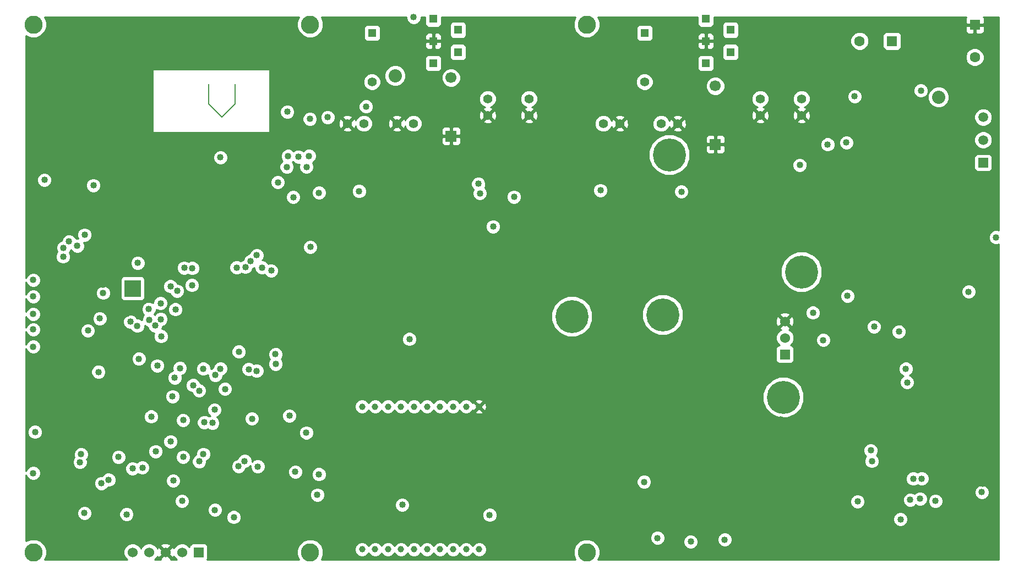
<source format=gbr>
G04 (created by PCBNEW (2013-05-31 BZR 4019)-stable) date 6/4/2013 8:20:18 PM*
%MOIN*%
G04 Gerber Fmt 3.4, Leading zero omitted, Abs format*
%FSLAX34Y34*%
G01*
G70*
G90*
G04 APERTURE LIST*
%ADD10C,0.00590551*%
%ADD11R,0.0590551X0.0590551*%
%ADD12C,0.0590551*%
%ADD13R,0.0984X0.0984*%
%ADD14R,0.06X0.06*%
%ADD15C,0.06*%
%ADD16C,0.055*%
%ADD17C,0.11*%
%ADD18R,0.0511811X0.0511811*%
%ADD19C,0.0551181*%
%ADD20R,0.0669291X0.0669291*%
%ADD21C,0.0669291*%
%ADD22C,0.0393701*%
%ADD23R,0.0629921X0.0629921*%
%ADD24C,0.0629921*%
%ADD25C,0.08*%
%ADD26C,0.2*%
%ADD27C,0.04*%
%ADD28C,0.007*%
%ADD29C,0.01*%
G04 APERTURE END LIST*
G54D10*
G54D11*
X98500Y-49377D03*
G54D12*
X98500Y-48000D03*
X98500Y-46622D03*
G54D13*
X47000Y-57000D03*
G54D14*
X51000Y-73000D03*
G54D15*
X50000Y-73000D03*
X49000Y-73000D03*
X48000Y-73000D03*
X47000Y-73000D03*
G54D14*
X86500Y-61000D03*
G54D15*
X86500Y-60000D03*
X86500Y-59000D03*
G54D16*
X85000Y-45500D03*
X85000Y-46500D03*
X87500Y-45500D03*
X87500Y-46500D03*
X75500Y-47000D03*
X76500Y-47000D03*
X64000Y-47000D03*
X63000Y-47000D03*
X68500Y-45500D03*
X68500Y-46500D03*
X79000Y-47000D03*
X80000Y-47000D03*
X61000Y-47000D03*
X60000Y-47000D03*
X71000Y-45500D03*
X71000Y-46500D03*
G54D17*
X57750Y-41000D03*
X74500Y-41000D03*
X74500Y-73000D03*
X57750Y-73000D03*
X41000Y-41000D03*
X41000Y-73000D03*
G54D18*
X78000Y-41523D03*
G54D19*
X78000Y-44476D03*
G54D18*
X61500Y-41523D03*
G54D19*
X61500Y-44476D03*
G54D18*
X81716Y-40661D03*
X81716Y-42000D03*
X81716Y-43338D03*
X83212Y-41330D03*
X83212Y-42669D03*
X65216Y-40661D03*
X65216Y-42000D03*
X65216Y-43338D03*
X66712Y-41330D03*
X66712Y-42669D03*
G54D20*
X82287Y-48271D03*
G54D21*
X82287Y-44728D03*
G54D20*
X66287Y-47771D03*
G54D21*
X66287Y-44228D03*
G54D22*
X60893Y-64169D03*
X61681Y-64169D03*
X62468Y-64169D03*
X63255Y-64169D03*
X64043Y-64169D03*
X64830Y-64169D03*
X65618Y-64169D03*
X66405Y-64169D03*
X67192Y-64169D03*
X67980Y-64169D03*
X67980Y-72830D03*
X67192Y-72830D03*
X66405Y-72830D03*
X65618Y-72830D03*
X64830Y-72830D03*
X64043Y-72830D03*
X63255Y-72830D03*
X62468Y-72830D03*
X61681Y-72830D03*
X60893Y-72830D03*
G54D23*
X92984Y-42000D03*
G54D24*
X91015Y-42000D03*
G54D23*
X98000Y-41015D03*
G54D24*
X98000Y-42984D03*
G54D25*
X95800Y-45400D03*
G54D26*
X79500Y-48900D03*
G54D27*
X45750Y-49750D03*
X61140Y-45979D03*
X56370Y-46290D03*
X57740Y-46729D03*
X58809Y-46620D03*
X99279Y-53909D03*
X97620Y-57200D03*
X41659Y-50420D03*
X98420Y-69359D03*
X64017Y-40551D03*
X45009Y-58829D03*
X46870Y-59020D03*
X57764Y-54495D03*
X51837Y-65160D03*
X49871Y-61834D03*
X63324Y-70123D03*
X52314Y-61868D03*
X55655Y-60988D03*
X95610Y-69896D03*
X68621Y-70745D03*
X55664Y-61585D03*
X48495Y-61683D03*
X53305Y-55737D03*
X94732Y-45008D03*
X49550Y-62417D03*
X47378Y-61272D03*
X51986Y-70439D03*
X90899Y-69928D03*
X48695Y-57902D03*
X48704Y-58874D03*
X49300Y-56879D03*
X48370Y-59259D03*
X43809Y-67540D03*
X51040Y-67490D03*
X43650Y-54423D03*
X55400Y-55920D03*
X43146Y-54156D03*
X54516Y-54990D03*
X42818Y-54536D03*
X54153Y-55346D03*
X42795Y-55080D03*
X53829Y-55710D03*
X43879Y-67059D03*
X44100Y-53750D03*
X44629Y-50750D03*
X48398Y-66885D03*
X77973Y-68737D03*
X57522Y-65749D03*
X51957Y-64353D03*
X58277Y-68280D03*
X49464Y-68657D03*
X54825Y-55736D03*
X48133Y-64779D03*
X54577Y-67803D03*
X49301Y-66282D03*
X52011Y-62250D03*
X51029Y-63200D03*
X46145Y-67222D03*
X44300Y-59559D03*
X50060Y-67222D03*
X51280Y-67048D03*
X48725Y-59910D03*
X49700Y-57150D03*
X47279Y-59279D03*
X47975Y-58260D03*
X50000Y-69890D03*
X45110Y-68815D03*
X44940Y-62065D03*
X50063Y-64991D03*
X50611Y-55779D03*
X58188Y-69517D03*
X50670Y-62879D03*
G54D26*
X73600Y-58700D03*
X86400Y-63600D03*
X87500Y-56000D03*
X79100Y-58600D03*
G54D27*
X69500Y-71500D03*
X72000Y-71500D03*
X50709Y-61840D03*
X53940Y-63359D03*
X53959Y-64229D03*
X47829Y-63050D03*
X46400Y-62729D03*
X50250Y-58109D03*
X48029Y-55409D03*
X45350Y-57950D03*
X46650Y-58550D03*
X45209Y-56770D03*
X49050Y-55679D03*
X50579Y-57679D03*
X52579Y-54620D03*
X52050Y-54470D03*
X59890Y-52359D03*
X58970Y-52279D03*
X60920Y-57350D03*
X61950Y-57350D03*
X63500Y-56300D03*
X59100Y-60090D03*
X81520Y-72390D03*
X79440Y-72390D03*
X77429Y-72390D03*
X57700Y-63700D03*
X62420Y-65179D03*
X55170Y-71529D03*
X44520Y-72370D03*
X42670Y-68929D03*
X42840Y-66359D03*
X42629Y-63879D03*
X52259Y-58079D03*
X54659Y-48779D03*
X91979Y-41879D03*
X92929Y-41079D03*
X86729Y-40809D03*
X79650Y-42150D03*
X78490Y-42909D03*
X69190Y-42400D03*
X63040Y-45879D03*
X56129Y-47250D03*
X55359Y-48090D03*
X58670Y-45440D03*
X56359Y-45429D03*
X99209Y-53190D03*
X99240Y-58420D03*
X82440Y-66340D03*
X77400Y-66059D03*
X71900Y-66140D03*
X46640Y-46379D03*
X46120Y-45979D03*
X45179Y-45579D03*
X41600Y-51100D03*
X78120Y-65120D03*
X71159Y-64679D03*
X73640Y-64540D03*
X84879Y-62740D03*
X83359Y-62740D03*
X83740Y-64440D03*
X81800Y-64979D03*
X83000Y-65100D03*
X83159Y-64500D03*
X82420Y-65200D03*
X81640Y-64379D03*
X79779Y-62579D03*
X79059Y-64579D03*
X77040Y-63459D03*
X76740Y-64300D03*
X77400Y-65259D03*
X78420Y-64600D03*
X71240Y-63820D03*
X72559Y-65159D03*
X71679Y-65420D03*
X72800Y-64540D03*
X72620Y-63420D03*
X74640Y-63500D03*
X93540Y-73240D03*
X93000Y-72040D03*
X91279Y-73300D03*
X89340Y-67040D03*
X98459Y-68840D03*
X95020Y-62720D03*
X90200Y-67620D03*
X88940Y-67659D03*
X87259Y-66240D03*
X86240Y-64959D03*
X87879Y-65340D03*
X89159Y-59120D03*
X90040Y-59159D03*
X94940Y-57779D03*
X95100Y-59600D03*
X91479Y-56640D03*
X87579Y-58179D03*
X92320Y-48079D03*
X93340Y-47300D03*
X93479Y-46720D03*
X92240Y-44579D03*
X90740Y-44579D03*
X88420Y-47059D03*
X88240Y-64779D03*
X87740Y-64659D03*
X88779Y-64800D03*
X89500Y-64720D03*
X50677Y-65125D03*
X84186Y-70573D03*
X83713Y-43806D03*
X64200Y-45013D03*
X63002Y-42452D03*
X53438Y-60845D03*
X80229Y-51140D03*
X67940Y-50659D03*
X68029Y-51240D03*
X75329Y-51050D03*
X54031Y-61903D03*
X70100Y-51450D03*
X68829Y-53250D03*
X94679Y-69759D03*
X94779Y-68540D03*
X94079Y-69820D03*
X94271Y-68544D03*
X56850Y-68120D03*
X45550Y-68609D03*
X90279Y-57459D03*
X93820Y-61879D03*
X88820Y-60140D03*
X89079Y-48279D03*
X47000Y-67920D03*
X53420Y-67790D03*
X53784Y-67464D03*
X47592Y-67866D03*
X54511Y-62006D03*
G54D25*
X62900Y-44100D03*
G54D27*
X49750Y-53750D03*
X51500Y-51750D03*
X47310Y-55455D03*
X48015Y-58905D03*
X51279Y-61879D03*
X52600Y-63100D03*
X54229Y-64900D03*
X49420Y-63550D03*
X50600Y-56809D03*
X50129Y-55750D03*
X49600Y-58279D03*
X45220Y-57279D03*
X56420Y-48979D03*
X57679Y-48970D03*
X60709Y-51109D03*
X58290Y-51200D03*
X56500Y-64720D03*
X63759Y-60079D03*
X82850Y-72240D03*
X80800Y-72359D03*
X78779Y-72140D03*
X53129Y-70879D03*
X46640Y-70700D03*
X44090Y-70629D03*
X40990Y-68200D03*
X41100Y-65709D03*
X40990Y-60540D03*
X40990Y-59490D03*
X40979Y-58559D03*
X40990Y-56490D03*
X40990Y-57490D03*
X52320Y-49059D03*
X57050Y-49020D03*
X57529Y-49640D03*
X56340Y-49640D03*
X56729Y-51470D03*
X55800Y-50570D03*
X93500Y-71000D03*
X91700Y-66820D03*
X93900Y-62700D03*
X91759Y-67479D03*
X91900Y-59320D03*
X93400Y-59620D03*
X88200Y-58479D03*
X90220Y-48159D03*
X90720Y-45359D03*
X87400Y-49520D03*
X51340Y-65121D03*
G54D28*
X53200Y-44600D02*
X53200Y-45800D01*
X51600Y-45800D02*
X52400Y-46600D01*
X51600Y-45800D02*
X51600Y-44600D01*
X53200Y-45800D02*
X52400Y-46600D01*
G54D10*
G36*
X99450Y-73450D02*
X98870Y-73450D01*
X98870Y-69270D01*
X98801Y-69105D01*
X98675Y-68978D01*
X98509Y-68909D01*
X98330Y-68909D01*
X98165Y-68978D01*
X98070Y-69073D01*
X98070Y-57110D01*
X98001Y-56945D01*
X97875Y-56818D01*
X97709Y-56750D01*
X97530Y-56749D01*
X97365Y-56818D01*
X97238Y-56944D01*
X97170Y-57110D01*
X97170Y-57289D01*
X97238Y-57454D01*
X97364Y-57581D01*
X97530Y-57649D01*
X97709Y-57650D01*
X97874Y-57581D01*
X98001Y-57455D01*
X98070Y-57289D01*
X98070Y-57110D01*
X98070Y-69073D01*
X98038Y-69104D01*
X97970Y-69269D01*
X97970Y-69448D01*
X98038Y-69614D01*
X98164Y-69741D01*
X98330Y-69809D01*
X98509Y-69809D01*
X98674Y-69741D01*
X98801Y-69615D01*
X98870Y-69449D01*
X98870Y-69270D01*
X98870Y-73450D01*
X96450Y-73450D01*
X96450Y-45271D01*
X96351Y-45032D01*
X96168Y-44849D01*
X95929Y-44750D01*
X95671Y-44749D01*
X95432Y-44848D01*
X95249Y-45031D01*
X95182Y-45191D01*
X95182Y-44919D01*
X95114Y-44754D01*
X94987Y-44627D01*
X94822Y-44559D01*
X94643Y-44558D01*
X94478Y-44627D01*
X94351Y-44753D01*
X94282Y-44919D01*
X94282Y-45098D01*
X94350Y-45263D01*
X94477Y-45390D01*
X94642Y-45458D01*
X94821Y-45459D01*
X94987Y-45390D01*
X95113Y-45264D01*
X95182Y-45098D01*
X95182Y-44919D01*
X95182Y-45191D01*
X95150Y-45270D01*
X95149Y-45528D01*
X95248Y-45767D01*
X95431Y-45950D01*
X95670Y-46049D01*
X95928Y-46050D01*
X96167Y-45951D01*
X96350Y-45768D01*
X96449Y-45529D01*
X96450Y-45271D01*
X96450Y-73450D01*
X96060Y-73450D01*
X96060Y-69807D01*
X95992Y-69641D01*
X95865Y-69515D01*
X95700Y-69446D01*
X95521Y-69446D01*
X95356Y-69514D01*
X95229Y-69640D01*
X95229Y-68451D01*
X95161Y-68285D01*
X95035Y-68158D01*
X94869Y-68090D01*
X94690Y-68090D01*
X94525Y-68158D01*
X94522Y-68161D01*
X94360Y-68094D01*
X94350Y-68094D01*
X94350Y-62610D01*
X94281Y-62445D01*
X94155Y-62318D01*
X94046Y-62273D01*
X94074Y-62261D01*
X94201Y-62135D01*
X94270Y-61969D01*
X94270Y-61790D01*
X94201Y-61625D01*
X94075Y-61498D01*
X93909Y-61429D01*
X93850Y-61429D01*
X93850Y-59530D01*
X93781Y-59365D01*
X93655Y-59238D01*
X93549Y-59194D01*
X93549Y-42265D01*
X93549Y-41635D01*
X93511Y-41543D01*
X93441Y-41473D01*
X93349Y-41435D01*
X93249Y-41434D01*
X92619Y-41434D01*
X92527Y-41472D01*
X92457Y-41543D01*
X92419Y-41635D01*
X92419Y-41734D01*
X92419Y-42364D01*
X92457Y-42456D01*
X92527Y-42526D01*
X92619Y-42564D01*
X92718Y-42565D01*
X93348Y-42565D01*
X93440Y-42527D01*
X93511Y-42456D01*
X93549Y-42364D01*
X93549Y-42265D01*
X93549Y-59194D01*
X93489Y-59170D01*
X93310Y-59170D01*
X93145Y-59238D01*
X93018Y-59364D01*
X92950Y-59530D01*
X92949Y-59709D01*
X93018Y-59874D01*
X93144Y-60001D01*
X93310Y-60070D01*
X93489Y-60070D01*
X93654Y-60001D01*
X93781Y-59875D01*
X93849Y-59709D01*
X93850Y-59530D01*
X93850Y-61429D01*
X93730Y-61429D01*
X93565Y-61498D01*
X93438Y-61624D01*
X93370Y-61790D01*
X93370Y-61969D01*
X93438Y-62134D01*
X93564Y-62261D01*
X93673Y-62306D01*
X93645Y-62318D01*
X93518Y-62444D01*
X93450Y-62610D01*
X93449Y-62789D01*
X93518Y-62954D01*
X93644Y-63081D01*
X93810Y-63149D01*
X93989Y-63150D01*
X94154Y-63081D01*
X94281Y-62955D01*
X94349Y-62789D01*
X94350Y-62610D01*
X94350Y-68094D01*
X94181Y-68093D01*
X94016Y-68162D01*
X93889Y-68288D01*
X93821Y-68454D01*
X93820Y-68633D01*
X93889Y-68798D01*
X94015Y-68925D01*
X94181Y-68993D01*
X94360Y-68994D01*
X94525Y-68925D01*
X94528Y-68922D01*
X94690Y-68990D01*
X94869Y-68990D01*
X95034Y-68921D01*
X95161Y-68795D01*
X95229Y-68630D01*
X95229Y-68451D01*
X95229Y-69640D01*
X95229Y-69641D01*
X95160Y-69806D01*
X95160Y-69985D01*
X95228Y-70150D01*
X95355Y-70277D01*
X95520Y-70346D01*
X95699Y-70346D01*
X95865Y-70278D01*
X95991Y-70151D01*
X96060Y-69986D01*
X96060Y-69807D01*
X96060Y-73450D01*
X95129Y-73450D01*
X95129Y-69670D01*
X95061Y-69505D01*
X94935Y-69378D01*
X94769Y-69309D01*
X94590Y-69309D01*
X94425Y-69378D01*
X94349Y-69453D01*
X94335Y-69438D01*
X94169Y-69370D01*
X93990Y-69370D01*
X93825Y-69438D01*
X93698Y-69564D01*
X93629Y-69730D01*
X93629Y-69909D01*
X93698Y-70074D01*
X93824Y-70201D01*
X93990Y-70270D01*
X94169Y-70270D01*
X94334Y-70201D01*
X94410Y-70126D01*
X94424Y-70141D01*
X94590Y-70209D01*
X94769Y-70209D01*
X94934Y-70141D01*
X95061Y-70015D01*
X95129Y-69849D01*
X95129Y-69670D01*
X95129Y-73450D01*
X93950Y-73450D01*
X93950Y-70910D01*
X93881Y-70745D01*
X93755Y-70618D01*
X93589Y-70550D01*
X93410Y-70549D01*
X93245Y-70618D01*
X93118Y-70744D01*
X93050Y-70910D01*
X93049Y-71089D01*
X93118Y-71254D01*
X93244Y-71381D01*
X93410Y-71449D01*
X93589Y-71450D01*
X93754Y-71381D01*
X93881Y-71255D01*
X93949Y-71089D01*
X93950Y-70910D01*
X93950Y-73450D01*
X92350Y-73450D01*
X92350Y-59230D01*
X92281Y-59065D01*
X92155Y-58938D01*
X91989Y-58870D01*
X91810Y-58870D01*
X91645Y-58938D01*
X91580Y-59002D01*
X91580Y-41888D01*
X91494Y-41680D01*
X91336Y-41521D01*
X91128Y-41435D01*
X90903Y-41434D01*
X90696Y-41520D01*
X90537Y-41679D01*
X90450Y-41887D01*
X90450Y-42111D01*
X90536Y-42319D01*
X90695Y-42478D01*
X90902Y-42564D01*
X91127Y-42565D01*
X91335Y-42479D01*
X91494Y-42320D01*
X91580Y-42112D01*
X91580Y-41888D01*
X91580Y-59002D01*
X91518Y-59064D01*
X91450Y-59230D01*
X91449Y-59409D01*
X91518Y-59574D01*
X91644Y-59701D01*
X91810Y-59770D01*
X91989Y-59770D01*
X92154Y-59701D01*
X92281Y-59575D01*
X92349Y-59409D01*
X92350Y-59230D01*
X92350Y-73450D01*
X92209Y-73450D01*
X92209Y-67390D01*
X92141Y-67225D01*
X92036Y-67120D01*
X92081Y-67075D01*
X92149Y-66909D01*
X92150Y-66730D01*
X92081Y-66565D01*
X91955Y-66438D01*
X91789Y-66370D01*
X91610Y-66370D01*
X91445Y-66438D01*
X91318Y-66564D01*
X91250Y-66730D01*
X91249Y-66909D01*
X91318Y-67074D01*
X91423Y-67179D01*
X91378Y-67224D01*
X91309Y-67390D01*
X91309Y-67569D01*
X91378Y-67734D01*
X91504Y-67861D01*
X91669Y-67929D01*
X91848Y-67929D01*
X92014Y-67861D01*
X92141Y-67735D01*
X92209Y-67569D01*
X92209Y-67390D01*
X92209Y-73450D01*
X91349Y-73450D01*
X91349Y-69839D01*
X91280Y-69673D01*
X91170Y-69562D01*
X91170Y-45270D01*
X91101Y-45105D01*
X90975Y-44978D01*
X90809Y-44909D01*
X90630Y-44909D01*
X90465Y-44978D01*
X90338Y-45104D01*
X90270Y-45269D01*
X90270Y-45448D01*
X90338Y-45614D01*
X90464Y-45741D01*
X90630Y-45809D01*
X90809Y-45809D01*
X90974Y-45741D01*
X91101Y-45615D01*
X91170Y-45449D01*
X91170Y-45270D01*
X91170Y-69562D01*
X91154Y-69546D01*
X90989Y-69478D01*
X90810Y-69478D01*
X90729Y-69511D01*
X90729Y-57370D01*
X90670Y-57225D01*
X90670Y-48070D01*
X90601Y-47905D01*
X90475Y-47778D01*
X90309Y-47709D01*
X90130Y-47709D01*
X89965Y-47778D01*
X89838Y-47904D01*
X89770Y-48069D01*
X89770Y-48248D01*
X89838Y-48414D01*
X89964Y-48541D01*
X90130Y-48609D01*
X90309Y-48609D01*
X90474Y-48541D01*
X90601Y-48415D01*
X90670Y-48249D01*
X90670Y-48070D01*
X90670Y-57225D01*
X90661Y-57205D01*
X90535Y-57078D01*
X90369Y-57009D01*
X90190Y-57009D01*
X90025Y-57078D01*
X89898Y-57204D01*
X89829Y-57369D01*
X89829Y-57548D01*
X89898Y-57714D01*
X90024Y-57841D01*
X90190Y-57909D01*
X90369Y-57909D01*
X90534Y-57841D01*
X90661Y-57715D01*
X90729Y-57549D01*
X90729Y-57370D01*
X90729Y-69511D01*
X90644Y-69546D01*
X90517Y-69672D01*
X90449Y-69838D01*
X90449Y-70017D01*
X90517Y-70182D01*
X90643Y-70309D01*
X90809Y-70378D01*
X90988Y-70378D01*
X91153Y-70309D01*
X91280Y-70183D01*
X91349Y-70018D01*
X91349Y-69839D01*
X91349Y-73450D01*
X89529Y-73450D01*
X89529Y-48190D01*
X89461Y-48025D01*
X89335Y-47898D01*
X89169Y-47829D01*
X88990Y-47829D01*
X88825Y-47898D01*
X88698Y-48024D01*
X88629Y-48190D01*
X88629Y-48369D01*
X88698Y-48534D01*
X88824Y-48661D01*
X88990Y-48729D01*
X89169Y-48729D01*
X89334Y-48661D01*
X89461Y-48535D01*
X89529Y-48369D01*
X89529Y-48190D01*
X89529Y-73450D01*
X89270Y-73450D01*
X89270Y-60051D01*
X89201Y-59885D01*
X89075Y-59758D01*
X88909Y-59690D01*
X88750Y-59690D01*
X88750Y-55752D01*
X88560Y-55292D01*
X88208Y-54940D01*
X88029Y-54866D01*
X88029Y-46575D01*
X88025Y-46487D01*
X88025Y-45396D01*
X87945Y-45203D01*
X87797Y-45055D01*
X87604Y-44975D01*
X87396Y-44974D01*
X87203Y-45054D01*
X87055Y-45202D01*
X86975Y-45395D01*
X86974Y-45603D01*
X87054Y-45797D01*
X87202Y-45944D01*
X87328Y-45997D01*
X87227Y-46039D01*
X87202Y-46132D01*
X87500Y-46429D01*
X87797Y-46132D01*
X87772Y-46039D01*
X87662Y-46000D01*
X87797Y-45945D01*
X87944Y-45797D01*
X88024Y-45604D01*
X88025Y-45396D01*
X88025Y-46487D01*
X88018Y-46367D01*
X87960Y-46227D01*
X87867Y-46202D01*
X87570Y-46500D01*
X87867Y-46797D01*
X87960Y-46772D01*
X88029Y-46575D01*
X88029Y-54866D01*
X87850Y-54791D01*
X87850Y-49430D01*
X87797Y-49302D01*
X87797Y-46867D01*
X87500Y-46570D01*
X87429Y-46641D01*
X87429Y-46500D01*
X87132Y-46202D01*
X87039Y-46227D01*
X86970Y-46424D01*
X86981Y-46632D01*
X87039Y-46772D01*
X87132Y-46797D01*
X87429Y-46500D01*
X87429Y-46641D01*
X87202Y-46867D01*
X87227Y-46960D01*
X87424Y-47029D01*
X87632Y-47018D01*
X87772Y-46960D01*
X87797Y-46867D01*
X87797Y-49302D01*
X87781Y-49265D01*
X87655Y-49138D01*
X87489Y-49070D01*
X87310Y-49070D01*
X87145Y-49138D01*
X87018Y-49264D01*
X86950Y-49430D01*
X86949Y-49609D01*
X87018Y-49774D01*
X87144Y-49901D01*
X87310Y-49970D01*
X87489Y-49970D01*
X87654Y-49901D01*
X87781Y-49775D01*
X87849Y-49609D01*
X87850Y-49430D01*
X87850Y-54791D01*
X87749Y-54750D01*
X87252Y-54749D01*
X86792Y-54939D01*
X86440Y-55291D01*
X86250Y-55750D01*
X86249Y-56247D01*
X86439Y-56707D01*
X86791Y-57059D01*
X87250Y-57249D01*
X87747Y-57250D01*
X88207Y-57060D01*
X88559Y-56708D01*
X88749Y-56249D01*
X88750Y-55752D01*
X88750Y-59690D01*
X88730Y-59690D01*
X88650Y-59723D01*
X88650Y-58390D01*
X88581Y-58225D01*
X88455Y-58098D01*
X88289Y-58029D01*
X88110Y-58029D01*
X87945Y-58098D01*
X87818Y-58224D01*
X87750Y-58390D01*
X87749Y-58569D01*
X87818Y-58734D01*
X87944Y-58861D01*
X88110Y-58929D01*
X88289Y-58929D01*
X88454Y-58861D01*
X88581Y-58735D01*
X88649Y-58569D01*
X88650Y-58390D01*
X88650Y-59723D01*
X88565Y-59758D01*
X88438Y-59884D01*
X88370Y-60050D01*
X88370Y-60229D01*
X88438Y-60394D01*
X88564Y-60521D01*
X88730Y-60590D01*
X88909Y-60590D01*
X89074Y-60521D01*
X89201Y-60395D01*
X89270Y-60230D01*
X89270Y-60051D01*
X89270Y-73450D01*
X87650Y-73450D01*
X87650Y-63352D01*
X87460Y-62892D01*
X87108Y-62540D01*
X87054Y-62518D01*
X87054Y-59081D01*
X87043Y-58863D01*
X86981Y-58712D01*
X86885Y-58684D01*
X86815Y-58755D01*
X86815Y-58614D01*
X86787Y-58518D01*
X86581Y-58445D01*
X86363Y-58456D01*
X86212Y-58518D01*
X86184Y-58614D01*
X86500Y-58929D01*
X86815Y-58614D01*
X86815Y-58755D01*
X86570Y-59000D01*
X86885Y-59315D01*
X86981Y-59287D01*
X87054Y-59081D01*
X87054Y-62518D01*
X87050Y-62516D01*
X87050Y-59891D01*
X86966Y-59688D01*
X86811Y-59534D01*
X86736Y-59502D01*
X86787Y-59481D01*
X86815Y-59385D01*
X86500Y-59070D01*
X86429Y-59141D01*
X86429Y-59000D01*
X86114Y-58684D01*
X86018Y-58712D01*
X85945Y-58918D01*
X85956Y-59136D01*
X86018Y-59287D01*
X86114Y-59315D01*
X86429Y-59000D01*
X86429Y-59141D01*
X86184Y-59385D01*
X86212Y-59481D01*
X86267Y-59500D01*
X86188Y-59533D01*
X86034Y-59688D01*
X85950Y-59890D01*
X85949Y-60108D01*
X86033Y-60311D01*
X86172Y-60449D01*
X86150Y-60449D01*
X86058Y-60487D01*
X85988Y-60558D01*
X85950Y-60650D01*
X85949Y-60749D01*
X85949Y-61349D01*
X85987Y-61441D01*
X86058Y-61511D01*
X86150Y-61549D01*
X86249Y-61550D01*
X86849Y-61550D01*
X86941Y-61512D01*
X87011Y-61441D01*
X87049Y-61349D01*
X87050Y-61250D01*
X87050Y-60650D01*
X87012Y-60558D01*
X86941Y-60488D01*
X86849Y-60450D01*
X86827Y-60450D01*
X86965Y-60311D01*
X87049Y-60109D01*
X87050Y-59891D01*
X87050Y-62516D01*
X86649Y-62350D01*
X86152Y-62349D01*
X85692Y-62539D01*
X85529Y-62702D01*
X85529Y-46575D01*
X85525Y-46487D01*
X85525Y-45396D01*
X85445Y-45203D01*
X85297Y-45055D01*
X85104Y-44975D01*
X84896Y-44974D01*
X84703Y-45054D01*
X84555Y-45202D01*
X84475Y-45395D01*
X84474Y-45603D01*
X84554Y-45797D01*
X84702Y-45944D01*
X84828Y-45997D01*
X84727Y-46039D01*
X84702Y-46132D01*
X85000Y-46429D01*
X85297Y-46132D01*
X85272Y-46039D01*
X85162Y-46000D01*
X85297Y-45945D01*
X85444Y-45797D01*
X85524Y-45604D01*
X85525Y-45396D01*
X85525Y-46487D01*
X85518Y-46367D01*
X85460Y-46227D01*
X85367Y-46202D01*
X85070Y-46500D01*
X85367Y-46797D01*
X85460Y-46772D01*
X85529Y-46575D01*
X85529Y-62702D01*
X85340Y-62891D01*
X85297Y-62996D01*
X85297Y-46867D01*
X85000Y-46570D01*
X84929Y-46641D01*
X84929Y-46500D01*
X84632Y-46202D01*
X84539Y-46227D01*
X84470Y-46424D01*
X84481Y-46632D01*
X84539Y-46772D01*
X84632Y-46797D01*
X84929Y-46500D01*
X84929Y-46641D01*
X84702Y-46867D01*
X84727Y-46960D01*
X84924Y-47029D01*
X85132Y-47018D01*
X85272Y-46960D01*
X85297Y-46867D01*
X85297Y-62996D01*
X85150Y-63350D01*
X85149Y-63847D01*
X85339Y-64307D01*
X85691Y-64659D01*
X86150Y-64849D01*
X86647Y-64850D01*
X87107Y-64660D01*
X87459Y-64308D01*
X87649Y-63849D01*
X87650Y-63352D01*
X87650Y-73450D01*
X83718Y-73450D01*
X83718Y-42875D01*
X83718Y-42363D01*
X83718Y-41537D01*
X83718Y-41025D01*
X83680Y-40933D01*
X83610Y-40862D01*
X83518Y-40824D01*
X83418Y-40824D01*
X82907Y-40824D01*
X82815Y-40862D01*
X82744Y-40933D01*
X82706Y-41024D01*
X82706Y-41124D01*
X82706Y-41636D01*
X82744Y-41728D01*
X82814Y-41798D01*
X82906Y-41836D01*
X83006Y-41836D01*
X83518Y-41836D01*
X83609Y-41798D01*
X83680Y-41728D01*
X83718Y-41636D01*
X83718Y-41537D01*
X83718Y-42363D01*
X83680Y-42271D01*
X83610Y-42201D01*
X83518Y-42163D01*
X83418Y-42163D01*
X82907Y-42163D01*
X82815Y-42201D01*
X82744Y-42271D01*
X82706Y-42363D01*
X82706Y-42462D01*
X82706Y-42974D01*
X82744Y-43066D01*
X82814Y-43137D01*
X82906Y-43175D01*
X83006Y-43175D01*
X83518Y-43175D01*
X83609Y-43137D01*
X83680Y-43066D01*
X83718Y-42975D01*
X83718Y-42875D01*
X83718Y-73450D01*
X83300Y-73450D01*
X83300Y-72151D01*
X83231Y-71985D01*
X83105Y-71858D01*
X82939Y-71790D01*
X82872Y-71790D01*
X82872Y-44612D01*
X82783Y-44397D01*
X82619Y-44232D01*
X82404Y-44143D01*
X82222Y-44143D01*
X82222Y-43544D01*
X82222Y-43033D01*
X82222Y-42305D01*
X82222Y-41694D01*
X82184Y-41602D01*
X82114Y-41532D01*
X82022Y-41494D01*
X81922Y-41494D01*
X81829Y-41494D01*
X81766Y-41556D01*
X81766Y-41950D01*
X82159Y-41950D01*
X82222Y-41887D01*
X82222Y-41694D01*
X82222Y-42305D01*
X82222Y-42112D01*
X82159Y-42050D01*
X81766Y-42050D01*
X81766Y-42443D01*
X81829Y-42505D01*
X81922Y-42505D01*
X82022Y-42505D01*
X82114Y-42467D01*
X82184Y-42397D01*
X82222Y-42305D01*
X82222Y-43033D01*
X82184Y-42941D01*
X82114Y-42870D01*
X82022Y-42832D01*
X81922Y-42832D01*
X81666Y-42832D01*
X81666Y-42443D01*
X81666Y-42050D01*
X81666Y-41950D01*
X81666Y-41556D01*
X81604Y-41494D01*
X81510Y-41494D01*
X81410Y-41494D01*
X81318Y-41532D01*
X81248Y-41602D01*
X81210Y-41694D01*
X81210Y-41887D01*
X81273Y-41950D01*
X81666Y-41950D01*
X81666Y-42050D01*
X81273Y-42050D01*
X81210Y-42112D01*
X81210Y-42305D01*
X81248Y-42397D01*
X81318Y-42467D01*
X81410Y-42505D01*
X81510Y-42505D01*
X81604Y-42505D01*
X81666Y-42443D01*
X81666Y-42832D01*
X81411Y-42832D01*
X81319Y-42870D01*
X81248Y-42940D01*
X81210Y-43032D01*
X81210Y-43132D01*
X81210Y-43643D01*
X81248Y-43735D01*
X81318Y-43806D01*
X81410Y-43844D01*
X81510Y-43844D01*
X82021Y-43844D01*
X82113Y-43806D01*
X82184Y-43736D01*
X82222Y-43644D01*
X82222Y-43544D01*
X82222Y-44143D01*
X82171Y-44143D01*
X81956Y-44232D01*
X81792Y-44396D01*
X81702Y-44611D01*
X81702Y-44844D01*
X81791Y-45059D01*
X81955Y-45223D01*
X82170Y-45312D01*
X82403Y-45313D01*
X82618Y-45224D01*
X82782Y-45059D01*
X82871Y-44845D01*
X82872Y-44612D01*
X82872Y-71790D01*
X82872Y-71790D01*
X82872Y-48655D01*
X82872Y-47887D01*
X82834Y-47795D01*
X82763Y-47725D01*
X82671Y-47687D01*
X82572Y-47686D01*
X82399Y-47687D01*
X82337Y-47749D01*
X82337Y-48221D01*
X82809Y-48221D01*
X82872Y-48159D01*
X82872Y-47887D01*
X82872Y-48655D01*
X82872Y-48384D01*
X82809Y-48321D01*
X82337Y-48321D01*
X82337Y-48793D01*
X82399Y-48856D01*
X82572Y-48856D01*
X82671Y-48856D01*
X82763Y-48818D01*
X82834Y-48747D01*
X82872Y-48655D01*
X82872Y-71790D01*
X82760Y-71790D01*
X82595Y-71858D01*
X82468Y-71984D01*
X82400Y-72150D01*
X82399Y-72329D01*
X82468Y-72494D01*
X82594Y-72621D01*
X82760Y-72690D01*
X82939Y-72690D01*
X83104Y-72621D01*
X83231Y-72495D01*
X83299Y-72330D01*
X83300Y-72151D01*
X83300Y-73450D01*
X82237Y-73450D01*
X82237Y-48793D01*
X82237Y-48321D01*
X82237Y-48221D01*
X82237Y-47749D01*
X82174Y-47687D01*
X82002Y-47686D01*
X81902Y-47687D01*
X81810Y-47725D01*
X81740Y-47795D01*
X81702Y-47887D01*
X81702Y-48159D01*
X81765Y-48221D01*
X82237Y-48221D01*
X82237Y-48321D01*
X81765Y-48321D01*
X81702Y-48384D01*
X81702Y-48655D01*
X81740Y-48747D01*
X81810Y-48818D01*
X81902Y-48856D01*
X82002Y-48856D01*
X82174Y-48856D01*
X82237Y-48793D01*
X82237Y-73450D01*
X81250Y-73450D01*
X81250Y-72270D01*
X81181Y-72105D01*
X81055Y-71978D01*
X80889Y-71909D01*
X80750Y-71909D01*
X80750Y-48652D01*
X80560Y-48192D01*
X80529Y-48162D01*
X80529Y-47075D01*
X80518Y-46867D01*
X80460Y-46727D01*
X80367Y-46702D01*
X80297Y-46773D01*
X80297Y-46632D01*
X80272Y-46539D01*
X80075Y-46470D01*
X79867Y-46481D01*
X79727Y-46539D01*
X79702Y-46632D01*
X80000Y-46929D01*
X80297Y-46632D01*
X80297Y-46773D01*
X80070Y-47000D01*
X80367Y-47297D01*
X80460Y-47272D01*
X80529Y-47075D01*
X80529Y-48162D01*
X80297Y-47929D01*
X80297Y-47367D01*
X80000Y-47070D01*
X79929Y-47141D01*
X79929Y-47000D01*
X79632Y-46702D01*
X79539Y-46727D01*
X79500Y-46837D01*
X79445Y-46703D01*
X79297Y-46555D01*
X79104Y-46475D01*
X78896Y-46474D01*
X78703Y-46554D01*
X78555Y-46702D01*
X78525Y-46773D01*
X78525Y-44372D01*
X78505Y-44324D01*
X78505Y-41730D01*
X78505Y-41218D01*
X78467Y-41126D01*
X78397Y-41055D01*
X78305Y-41017D01*
X78206Y-41017D01*
X77694Y-41017D01*
X77602Y-41055D01*
X77532Y-41125D01*
X77494Y-41217D01*
X77494Y-41317D01*
X77494Y-41829D01*
X77532Y-41920D01*
X77602Y-41991D01*
X77694Y-42029D01*
X77793Y-42029D01*
X78305Y-42029D01*
X78397Y-41991D01*
X78467Y-41921D01*
X78505Y-41829D01*
X78505Y-41730D01*
X78505Y-44324D01*
X78445Y-44179D01*
X78298Y-44031D01*
X78105Y-43950D01*
X77895Y-43950D01*
X77702Y-44030D01*
X77554Y-44178D01*
X77474Y-44371D01*
X77474Y-44580D01*
X77554Y-44773D01*
X77701Y-44921D01*
X77894Y-45001D01*
X78104Y-45002D01*
X78297Y-44922D01*
X78445Y-44774D01*
X78525Y-44581D01*
X78525Y-44372D01*
X78525Y-46773D01*
X78475Y-46895D01*
X78474Y-47103D01*
X78554Y-47297D01*
X78702Y-47444D01*
X78895Y-47524D01*
X79103Y-47525D01*
X79297Y-47445D01*
X79444Y-47297D01*
X79497Y-47171D01*
X79539Y-47272D01*
X79632Y-47297D01*
X79929Y-47000D01*
X79929Y-47141D01*
X79702Y-47367D01*
X79727Y-47460D01*
X79924Y-47529D01*
X80132Y-47518D01*
X80272Y-47460D01*
X80297Y-47367D01*
X80297Y-47929D01*
X80208Y-47840D01*
X79749Y-47650D01*
X79252Y-47649D01*
X78792Y-47839D01*
X78440Y-48191D01*
X78250Y-48650D01*
X78249Y-49147D01*
X78439Y-49607D01*
X78791Y-49959D01*
X79250Y-50149D01*
X79747Y-50150D01*
X80207Y-49960D01*
X80559Y-49608D01*
X80749Y-49149D01*
X80750Y-48652D01*
X80750Y-71909D01*
X80710Y-71909D01*
X80679Y-71922D01*
X80679Y-51051D01*
X80611Y-50885D01*
X80485Y-50758D01*
X80319Y-50690D01*
X80140Y-50690D01*
X79975Y-50758D01*
X79848Y-50884D01*
X79779Y-51050D01*
X79779Y-51229D01*
X79848Y-51394D01*
X79974Y-51521D01*
X80140Y-51590D01*
X80319Y-51590D01*
X80484Y-51521D01*
X80611Y-51395D01*
X80679Y-51230D01*
X80679Y-51051D01*
X80679Y-71922D01*
X80545Y-71978D01*
X80418Y-72104D01*
X80350Y-72269D01*
X80350Y-58352D01*
X80160Y-57892D01*
X79808Y-57540D01*
X79349Y-57350D01*
X78852Y-57349D01*
X78392Y-57539D01*
X78040Y-57891D01*
X77850Y-58350D01*
X77849Y-58847D01*
X78039Y-59307D01*
X78391Y-59659D01*
X78850Y-59849D01*
X79347Y-59850D01*
X79807Y-59660D01*
X80159Y-59308D01*
X80349Y-58849D01*
X80350Y-58352D01*
X80350Y-72269D01*
X80350Y-72269D01*
X80349Y-72448D01*
X80418Y-72614D01*
X80544Y-72741D01*
X80710Y-72809D01*
X80889Y-72809D01*
X81054Y-72741D01*
X81181Y-72615D01*
X81249Y-72449D01*
X81250Y-72270D01*
X81250Y-73450D01*
X79229Y-73450D01*
X79229Y-72051D01*
X79161Y-71885D01*
X79035Y-71758D01*
X78869Y-71690D01*
X78690Y-71690D01*
X78525Y-71758D01*
X78423Y-71859D01*
X78423Y-68648D01*
X78355Y-68482D01*
X78228Y-68356D01*
X78063Y-68287D01*
X77884Y-68287D01*
X77719Y-68355D01*
X77592Y-68482D01*
X77523Y-68647D01*
X77523Y-68826D01*
X77591Y-68992D01*
X77718Y-69118D01*
X77883Y-69187D01*
X78062Y-69187D01*
X78228Y-69119D01*
X78354Y-68992D01*
X78423Y-68827D01*
X78423Y-68648D01*
X78423Y-71859D01*
X78398Y-71884D01*
X78329Y-72050D01*
X78329Y-72229D01*
X78398Y-72394D01*
X78524Y-72521D01*
X78690Y-72590D01*
X78869Y-72590D01*
X79034Y-72521D01*
X79161Y-72395D01*
X79229Y-72230D01*
X79229Y-72051D01*
X79229Y-73450D01*
X77029Y-73450D01*
X77029Y-47075D01*
X77018Y-46867D01*
X76960Y-46727D01*
X76867Y-46702D01*
X76797Y-46773D01*
X76797Y-46632D01*
X76772Y-46539D01*
X76575Y-46470D01*
X76367Y-46481D01*
X76227Y-46539D01*
X76202Y-46632D01*
X76500Y-46929D01*
X76797Y-46632D01*
X76797Y-46773D01*
X76570Y-47000D01*
X76867Y-47297D01*
X76960Y-47272D01*
X77029Y-47075D01*
X77029Y-73450D01*
X76797Y-73450D01*
X76797Y-47367D01*
X76500Y-47070D01*
X76429Y-47141D01*
X76429Y-47000D01*
X76132Y-46702D01*
X76039Y-46727D01*
X76000Y-46837D01*
X75945Y-46703D01*
X75797Y-46555D01*
X75604Y-46475D01*
X75396Y-46474D01*
X75203Y-46554D01*
X75055Y-46702D01*
X74975Y-46895D01*
X74974Y-47103D01*
X75054Y-47297D01*
X75202Y-47444D01*
X75395Y-47524D01*
X75603Y-47525D01*
X75797Y-47445D01*
X75944Y-47297D01*
X75997Y-47171D01*
X76039Y-47272D01*
X76132Y-47297D01*
X76429Y-47000D01*
X76429Y-47141D01*
X76202Y-47367D01*
X76227Y-47460D01*
X76424Y-47529D01*
X76632Y-47518D01*
X76772Y-47460D01*
X76797Y-47367D01*
X76797Y-73450D01*
X75779Y-73450D01*
X75779Y-50960D01*
X75711Y-50795D01*
X75585Y-50668D01*
X75419Y-50600D01*
X75240Y-50599D01*
X75075Y-50668D01*
X74948Y-50794D01*
X74879Y-50960D01*
X74879Y-51139D01*
X74948Y-51304D01*
X75074Y-51431D01*
X75240Y-51499D01*
X75419Y-51500D01*
X75584Y-51431D01*
X75711Y-51305D01*
X75779Y-51139D01*
X75779Y-50960D01*
X75779Y-73450D01*
X75179Y-73450D01*
X75299Y-73159D01*
X75300Y-72841D01*
X75178Y-72547D01*
X74953Y-72322D01*
X74850Y-72279D01*
X74850Y-58452D01*
X74660Y-57992D01*
X74308Y-57640D01*
X73849Y-57450D01*
X73352Y-57449D01*
X72892Y-57639D01*
X72540Y-57991D01*
X72350Y-58450D01*
X72349Y-58947D01*
X72539Y-59407D01*
X72891Y-59759D01*
X73350Y-59949D01*
X73847Y-59950D01*
X74307Y-59760D01*
X74659Y-59408D01*
X74849Y-58949D01*
X74850Y-58452D01*
X74850Y-72279D01*
X74659Y-72200D01*
X74341Y-72199D01*
X74047Y-72321D01*
X73822Y-72546D01*
X73700Y-72840D01*
X73699Y-73158D01*
X73820Y-73450D01*
X71529Y-73450D01*
X71529Y-46575D01*
X71525Y-46487D01*
X71525Y-45396D01*
X71445Y-45203D01*
X71297Y-45055D01*
X71104Y-44975D01*
X70896Y-44974D01*
X70703Y-45054D01*
X70555Y-45202D01*
X70475Y-45395D01*
X70474Y-45603D01*
X70554Y-45797D01*
X70702Y-45944D01*
X70828Y-45997D01*
X70727Y-46039D01*
X70702Y-46132D01*
X71000Y-46429D01*
X71297Y-46132D01*
X71272Y-46039D01*
X71162Y-46000D01*
X71297Y-45945D01*
X71444Y-45797D01*
X71524Y-45604D01*
X71525Y-45396D01*
X71525Y-46487D01*
X71518Y-46367D01*
X71460Y-46227D01*
X71367Y-46202D01*
X71070Y-46500D01*
X71367Y-46797D01*
X71460Y-46772D01*
X71529Y-46575D01*
X71529Y-73450D01*
X71297Y-73450D01*
X71297Y-46867D01*
X71000Y-46570D01*
X70929Y-46641D01*
X70929Y-46500D01*
X70632Y-46202D01*
X70539Y-46227D01*
X70470Y-46424D01*
X70481Y-46632D01*
X70539Y-46772D01*
X70632Y-46797D01*
X70929Y-46500D01*
X70929Y-46641D01*
X70702Y-46867D01*
X70727Y-46960D01*
X70924Y-47029D01*
X71132Y-47018D01*
X71272Y-46960D01*
X71297Y-46867D01*
X71297Y-73450D01*
X70550Y-73450D01*
X70550Y-51360D01*
X70481Y-51195D01*
X70355Y-51068D01*
X70189Y-51000D01*
X70010Y-50999D01*
X69845Y-51068D01*
X69718Y-51194D01*
X69650Y-51360D01*
X69649Y-51539D01*
X69718Y-51704D01*
X69844Y-51831D01*
X70010Y-51899D01*
X70189Y-51900D01*
X70354Y-51831D01*
X70481Y-51705D01*
X70549Y-51539D01*
X70550Y-51360D01*
X70550Y-73450D01*
X69279Y-73450D01*
X69279Y-53160D01*
X69211Y-52995D01*
X69085Y-52868D01*
X69029Y-52845D01*
X69029Y-46575D01*
X69025Y-46487D01*
X69025Y-45396D01*
X68945Y-45203D01*
X68797Y-45055D01*
X68604Y-44975D01*
X68396Y-44974D01*
X68203Y-45054D01*
X68055Y-45202D01*
X67975Y-45395D01*
X67974Y-45603D01*
X68054Y-45797D01*
X68202Y-45944D01*
X68328Y-45997D01*
X68227Y-46039D01*
X68202Y-46132D01*
X68500Y-46429D01*
X68797Y-46132D01*
X68772Y-46039D01*
X68662Y-46000D01*
X68797Y-45945D01*
X68944Y-45797D01*
X69024Y-45604D01*
X69025Y-45396D01*
X69025Y-46487D01*
X69018Y-46367D01*
X68960Y-46227D01*
X68867Y-46202D01*
X68570Y-46500D01*
X68867Y-46797D01*
X68960Y-46772D01*
X69029Y-46575D01*
X69029Y-52845D01*
X68919Y-52800D01*
X68797Y-52799D01*
X68797Y-46867D01*
X68500Y-46570D01*
X68429Y-46641D01*
X68429Y-46500D01*
X68132Y-46202D01*
X68039Y-46227D01*
X67970Y-46424D01*
X67981Y-46632D01*
X68039Y-46772D01*
X68132Y-46797D01*
X68429Y-46500D01*
X68429Y-46641D01*
X68202Y-46867D01*
X68227Y-46960D01*
X68424Y-47029D01*
X68632Y-47018D01*
X68772Y-46960D01*
X68797Y-46867D01*
X68797Y-52799D01*
X68740Y-52799D01*
X68575Y-52868D01*
X68479Y-52963D01*
X68479Y-51151D01*
X68411Y-50985D01*
X68327Y-50901D01*
X68390Y-50749D01*
X68390Y-50570D01*
X68321Y-50405D01*
X68195Y-50278D01*
X68030Y-50209D01*
X67851Y-50209D01*
X67685Y-50278D01*
X67558Y-50404D01*
X67490Y-50569D01*
X67490Y-50748D01*
X67558Y-50914D01*
X67642Y-50998D01*
X67579Y-51150D01*
X67579Y-51329D01*
X67648Y-51494D01*
X67774Y-51621D01*
X67940Y-51690D01*
X68119Y-51690D01*
X68284Y-51621D01*
X68411Y-51495D01*
X68479Y-51330D01*
X68479Y-51151D01*
X68479Y-52963D01*
X68448Y-52994D01*
X68379Y-53160D01*
X68379Y-53339D01*
X68448Y-53504D01*
X68574Y-53631D01*
X68740Y-53699D01*
X68919Y-53700D01*
X69084Y-53631D01*
X69211Y-53505D01*
X69279Y-53339D01*
X69279Y-53160D01*
X69279Y-73450D01*
X69071Y-73450D01*
X69071Y-70656D01*
X69003Y-70490D01*
X68876Y-70363D01*
X68711Y-70295D01*
X68532Y-70295D01*
X68432Y-70336D01*
X68432Y-64226D01*
X68419Y-64049D01*
X68376Y-63943D01*
X68291Y-63928D01*
X68220Y-63999D01*
X68220Y-63858D01*
X68206Y-63773D01*
X68037Y-63717D01*
X67860Y-63729D01*
X67754Y-63773D01*
X67739Y-63858D01*
X67980Y-64098D01*
X68220Y-63858D01*
X68220Y-63999D01*
X68051Y-64169D01*
X68291Y-64409D01*
X68376Y-64395D01*
X68432Y-64226D01*
X68432Y-70336D01*
X68367Y-70363D01*
X68240Y-70489D01*
X68220Y-70537D01*
X68220Y-64480D01*
X67980Y-64240D01*
X67909Y-64310D01*
X67909Y-64169D01*
X67669Y-63928D01*
X67584Y-63943D01*
X67583Y-63945D01*
X67571Y-63916D01*
X67446Y-63790D01*
X67282Y-63722D01*
X67218Y-63722D01*
X67218Y-42875D01*
X67218Y-42363D01*
X67218Y-41537D01*
X67218Y-41025D01*
X67180Y-40933D01*
X67110Y-40862D01*
X67018Y-40824D01*
X66918Y-40824D01*
X66407Y-40824D01*
X66315Y-40862D01*
X66244Y-40933D01*
X66206Y-41024D01*
X66206Y-41124D01*
X66206Y-41636D01*
X66244Y-41728D01*
X66314Y-41798D01*
X66406Y-41836D01*
X66506Y-41836D01*
X67018Y-41836D01*
X67109Y-41798D01*
X67180Y-41728D01*
X67218Y-41636D01*
X67218Y-41537D01*
X67218Y-42363D01*
X67180Y-42271D01*
X67110Y-42201D01*
X67018Y-42163D01*
X66918Y-42163D01*
X66407Y-42163D01*
X66315Y-42201D01*
X66244Y-42271D01*
X66206Y-42363D01*
X66206Y-42462D01*
X66206Y-42974D01*
X66244Y-43066D01*
X66314Y-43137D01*
X66406Y-43175D01*
X66506Y-43175D01*
X67018Y-43175D01*
X67109Y-43137D01*
X67180Y-43066D01*
X67218Y-42975D01*
X67218Y-42875D01*
X67218Y-63722D01*
X67104Y-63722D01*
X66940Y-63790D01*
X66872Y-63858D01*
X66872Y-44112D01*
X66783Y-43897D01*
X66619Y-43732D01*
X66404Y-43643D01*
X66171Y-43643D01*
X65956Y-43732D01*
X65792Y-43896D01*
X65722Y-44064D01*
X65722Y-43544D01*
X65722Y-43033D01*
X65722Y-42305D01*
X65722Y-41694D01*
X65684Y-41602D01*
X65614Y-41532D01*
X65522Y-41494D01*
X65422Y-41494D01*
X65329Y-41494D01*
X65266Y-41556D01*
X65266Y-41950D01*
X65659Y-41950D01*
X65722Y-41887D01*
X65722Y-41694D01*
X65722Y-42305D01*
X65722Y-42112D01*
X65659Y-42050D01*
X65266Y-42050D01*
X65266Y-42443D01*
X65329Y-42505D01*
X65422Y-42505D01*
X65522Y-42505D01*
X65614Y-42467D01*
X65684Y-42397D01*
X65722Y-42305D01*
X65722Y-43033D01*
X65684Y-42941D01*
X65614Y-42870D01*
X65522Y-42832D01*
X65422Y-42832D01*
X65166Y-42832D01*
X65166Y-42443D01*
X65166Y-42050D01*
X65166Y-41950D01*
X65166Y-41556D01*
X65104Y-41494D01*
X65010Y-41494D01*
X64910Y-41494D01*
X64818Y-41532D01*
X64748Y-41602D01*
X64710Y-41694D01*
X64710Y-41887D01*
X64773Y-41950D01*
X65166Y-41950D01*
X65166Y-42050D01*
X64773Y-42050D01*
X64710Y-42112D01*
X64710Y-42305D01*
X64748Y-42397D01*
X64818Y-42467D01*
X64910Y-42505D01*
X65010Y-42505D01*
X65104Y-42505D01*
X65166Y-42443D01*
X65166Y-42832D01*
X64911Y-42832D01*
X64819Y-42870D01*
X64748Y-42940D01*
X64710Y-43032D01*
X64710Y-43132D01*
X64710Y-43643D01*
X64748Y-43735D01*
X64818Y-43806D01*
X64910Y-43844D01*
X65010Y-43844D01*
X65521Y-43844D01*
X65613Y-43806D01*
X65684Y-43736D01*
X65722Y-43644D01*
X65722Y-43544D01*
X65722Y-44064D01*
X65702Y-44111D01*
X65702Y-44344D01*
X65791Y-44559D01*
X65955Y-44723D01*
X66170Y-44812D01*
X66403Y-44813D01*
X66618Y-44724D01*
X66782Y-44559D01*
X66871Y-44345D01*
X66872Y-44112D01*
X66872Y-63858D01*
X66872Y-63858D01*
X66872Y-48155D01*
X66872Y-47387D01*
X66834Y-47295D01*
X66763Y-47225D01*
X66671Y-47187D01*
X66572Y-47186D01*
X66399Y-47187D01*
X66337Y-47249D01*
X66337Y-47721D01*
X66809Y-47721D01*
X66872Y-47659D01*
X66872Y-47387D01*
X66872Y-48155D01*
X66872Y-47884D01*
X66809Y-47821D01*
X66337Y-47821D01*
X66337Y-48293D01*
X66399Y-48356D01*
X66572Y-48356D01*
X66671Y-48356D01*
X66763Y-48318D01*
X66834Y-48247D01*
X66872Y-48155D01*
X66872Y-63858D01*
X66814Y-63915D01*
X66799Y-63952D01*
X66784Y-63916D01*
X66658Y-63790D01*
X66494Y-63722D01*
X66317Y-63722D01*
X66237Y-63755D01*
X66237Y-48293D01*
X66237Y-47821D01*
X66237Y-47721D01*
X66237Y-47249D01*
X66174Y-47187D01*
X66002Y-47186D01*
X65902Y-47187D01*
X65810Y-47225D01*
X65740Y-47295D01*
X65702Y-47387D01*
X65702Y-47659D01*
X65765Y-47721D01*
X66237Y-47721D01*
X66237Y-47821D01*
X65765Y-47821D01*
X65702Y-47884D01*
X65702Y-48155D01*
X65740Y-48247D01*
X65810Y-48318D01*
X65902Y-48356D01*
X66002Y-48356D01*
X66174Y-48356D01*
X66237Y-48293D01*
X66237Y-63755D01*
X66152Y-63790D01*
X66026Y-63915D01*
X66011Y-63952D01*
X65997Y-63916D01*
X65871Y-63790D01*
X65707Y-63722D01*
X65529Y-63722D01*
X65365Y-63790D01*
X65239Y-63915D01*
X65224Y-63952D01*
X65209Y-63916D01*
X65084Y-63790D01*
X64919Y-63722D01*
X64742Y-63722D01*
X64577Y-63790D01*
X64525Y-63842D01*
X64525Y-46896D01*
X64445Y-46703D01*
X64297Y-46555D01*
X64104Y-46475D01*
X63896Y-46474D01*
X63703Y-46554D01*
X63555Y-46702D01*
X63550Y-46714D01*
X63550Y-43971D01*
X63451Y-43732D01*
X63268Y-43549D01*
X63029Y-43450D01*
X62771Y-43449D01*
X62532Y-43548D01*
X62349Y-43731D01*
X62250Y-43970D01*
X62249Y-44228D01*
X62348Y-44467D01*
X62531Y-44650D01*
X62770Y-44749D01*
X63028Y-44750D01*
X63267Y-44651D01*
X63450Y-44468D01*
X63549Y-44229D01*
X63550Y-43971D01*
X63550Y-46714D01*
X63502Y-46828D01*
X63460Y-46727D01*
X63367Y-46702D01*
X63297Y-46773D01*
X63297Y-46632D01*
X63272Y-46539D01*
X63075Y-46470D01*
X62867Y-46481D01*
X62727Y-46539D01*
X62702Y-46632D01*
X63000Y-46929D01*
X63297Y-46632D01*
X63297Y-46773D01*
X63070Y-47000D01*
X63367Y-47297D01*
X63460Y-47272D01*
X63499Y-47162D01*
X63554Y-47297D01*
X63702Y-47444D01*
X63895Y-47524D01*
X64103Y-47525D01*
X64297Y-47445D01*
X64444Y-47297D01*
X64524Y-47104D01*
X64525Y-46896D01*
X64525Y-63842D01*
X64452Y-63915D01*
X64437Y-63952D01*
X64422Y-63916D01*
X64296Y-63790D01*
X64209Y-63754D01*
X64209Y-59990D01*
X64141Y-59825D01*
X64015Y-59698D01*
X63849Y-59629D01*
X63670Y-59629D01*
X63505Y-59698D01*
X63378Y-59824D01*
X63309Y-59990D01*
X63309Y-60169D01*
X63378Y-60334D01*
X63504Y-60461D01*
X63669Y-60529D01*
X63848Y-60529D01*
X64014Y-60461D01*
X64141Y-60335D01*
X64209Y-60169D01*
X64209Y-59990D01*
X64209Y-63754D01*
X64132Y-63722D01*
X63954Y-63722D01*
X63790Y-63790D01*
X63664Y-63915D01*
X63649Y-63952D01*
X63634Y-63916D01*
X63509Y-63790D01*
X63345Y-63722D01*
X63297Y-63722D01*
X63297Y-47367D01*
X63000Y-47070D01*
X62929Y-47141D01*
X62929Y-47000D01*
X62632Y-46702D01*
X62539Y-46727D01*
X62470Y-46924D01*
X62481Y-47132D01*
X62539Y-47272D01*
X62632Y-47297D01*
X62929Y-47000D01*
X62929Y-47141D01*
X62702Y-47367D01*
X62727Y-47460D01*
X62924Y-47529D01*
X63132Y-47518D01*
X63272Y-47460D01*
X63297Y-47367D01*
X63297Y-63722D01*
X63167Y-63722D01*
X63003Y-63790D01*
X62877Y-63915D01*
X62862Y-63952D01*
X62847Y-63916D01*
X62721Y-63790D01*
X62557Y-63722D01*
X62380Y-63722D01*
X62215Y-63790D01*
X62089Y-63915D01*
X62074Y-63952D01*
X62060Y-63916D01*
X62025Y-63881D01*
X62025Y-44372D01*
X62005Y-44324D01*
X62005Y-41730D01*
X62005Y-41218D01*
X61967Y-41126D01*
X61897Y-41055D01*
X61805Y-41017D01*
X61706Y-41017D01*
X61194Y-41017D01*
X61102Y-41055D01*
X61032Y-41125D01*
X60994Y-41217D01*
X60994Y-41317D01*
X60994Y-41829D01*
X61032Y-41920D01*
X61102Y-41991D01*
X61194Y-42029D01*
X61293Y-42029D01*
X61805Y-42029D01*
X61897Y-41991D01*
X61967Y-41921D01*
X62005Y-41829D01*
X62005Y-41730D01*
X62005Y-44324D01*
X61945Y-44179D01*
X61798Y-44031D01*
X61605Y-43950D01*
X61395Y-43950D01*
X61202Y-44030D01*
X61054Y-44178D01*
X60974Y-44371D01*
X60974Y-44580D01*
X61054Y-44773D01*
X61201Y-44921D01*
X61394Y-45001D01*
X61604Y-45002D01*
X61797Y-44922D01*
X61945Y-44774D01*
X62025Y-44581D01*
X62025Y-44372D01*
X62025Y-63881D01*
X61934Y-63790D01*
X61770Y-63722D01*
X61592Y-63722D01*
X61590Y-63723D01*
X61590Y-45890D01*
X61521Y-45725D01*
X61395Y-45598D01*
X61230Y-45529D01*
X61051Y-45529D01*
X60885Y-45598D01*
X60758Y-45724D01*
X60690Y-45890D01*
X60690Y-46069D01*
X60758Y-46234D01*
X60884Y-46361D01*
X61050Y-46429D01*
X61229Y-46429D01*
X61394Y-46361D01*
X61521Y-46235D01*
X61590Y-46069D01*
X61590Y-45890D01*
X61590Y-63723D01*
X61525Y-63750D01*
X61525Y-46896D01*
X61445Y-46703D01*
X61297Y-46555D01*
X61104Y-46475D01*
X60896Y-46474D01*
X60703Y-46554D01*
X60555Y-46702D01*
X60502Y-46828D01*
X60460Y-46727D01*
X60367Y-46702D01*
X60297Y-46773D01*
X60297Y-46632D01*
X60272Y-46539D01*
X60075Y-46470D01*
X59867Y-46481D01*
X59727Y-46539D01*
X59702Y-46632D01*
X60000Y-46929D01*
X60297Y-46632D01*
X60297Y-46773D01*
X60070Y-47000D01*
X60367Y-47297D01*
X60460Y-47272D01*
X60499Y-47162D01*
X60554Y-47297D01*
X60702Y-47444D01*
X60895Y-47524D01*
X61103Y-47525D01*
X61297Y-47445D01*
X61444Y-47297D01*
X61524Y-47104D01*
X61525Y-46896D01*
X61525Y-63750D01*
X61428Y-63790D01*
X61302Y-63915D01*
X61287Y-63952D01*
X61272Y-63916D01*
X61159Y-63803D01*
X61159Y-51020D01*
X61091Y-50855D01*
X60965Y-50728D01*
X60799Y-50659D01*
X60620Y-50659D01*
X60455Y-50728D01*
X60328Y-50854D01*
X60297Y-50930D01*
X60297Y-47367D01*
X60000Y-47070D01*
X59929Y-47141D01*
X59929Y-47000D01*
X59632Y-46702D01*
X59539Y-46727D01*
X59470Y-46924D01*
X59481Y-47132D01*
X59539Y-47272D01*
X59632Y-47297D01*
X59929Y-47000D01*
X59929Y-47141D01*
X59702Y-47367D01*
X59727Y-47460D01*
X59924Y-47529D01*
X60132Y-47518D01*
X60272Y-47460D01*
X60297Y-47367D01*
X60297Y-50930D01*
X60259Y-51019D01*
X60259Y-51198D01*
X60328Y-51364D01*
X60454Y-51491D01*
X60619Y-51559D01*
X60798Y-51559D01*
X60964Y-51491D01*
X61091Y-51365D01*
X61159Y-51199D01*
X61159Y-51020D01*
X61159Y-63803D01*
X61147Y-63790D01*
X60982Y-63722D01*
X60805Y-63722D01*
X60640Y-63790D01*
X60515Y-63915D01*
X60446Y-64080D01*
X60446Y-64257D01*
X60514Y-64422D01*
X60640Y-64547D01*
X60804Y-64616D01*
X60982Y-64616D01*
X61146Y-64548D01*
X61272Y-64422D01*
X61287Y-64386D01*
X61302Y-64422D01*
X61427Y-64547D01*
X61591Y-64616D01*
X61769Y-64616D01*
X61933Y-64548D01*
X62059Y-64422D01*
X62074Y-64386D01*
X62089Y-64422D01*
X62215Y-64547D01*
X62379Y-64616D01*
X62556Y-64616D01*
X62721Y-64548D01*
X62847Y-64422D01*
X62862Y-64386D01*
X62876Y-64422D01*
X63002Y-64547D01*
X63166Y-64616D01*
X63344Y-64616D01*
X63508Y-64548D01*
X63634Y-64422D01*
X63649Y-64386D01*
X63664Y-64422D01*
X63789Y-64547D01*
X63954Y-64616D01*
X64131Y-64616D01*
X64296Y-64548D01*
X64421Y-64422D01*
X64436Y-64386D01*
X64451Y-64422D01*
X64577Y-64547D01*
X64741Y-64616D01*
X64919Y-64616D01*
X65083Y-64548D01*
X65209Y-64422D01*
X65224Y-64386D01*
X65239Y-64422D01*
X65364Y-64547D01*
X65528Y-64616D01*
X65706Y-64616D01*
X65870Y-64548D01*
X65996Y-64422D01*
X66011Y-64386D01*
X66026Y-64422D01*
X66152Y-64547D01*
X66316Y-64616D01*
X66494Y-64616D01*
X66658Y-64548D01*
X66784Y-64422D01*
X66799Y-64386D01*
X66813Y-64422D01*
X66939Y-64547D01*
X67103Y-64616D01*
X67281Y-64616D01*
X67445Y-64548D01*
X67571Y-64422D01*
X67583Y-64393D01*
X67584Y-64395D01*
X67669Y-64409D01*
X67909Y-64169D01*
X67909Y-64310D01*
X67739Y-64480D01*
X67754Y-64565D01*
X67923Y-64621D01*
X68100Y-64608D01*
X68206Y-64565D01*
X68220Y-64480D01*
X68220Y-70537D01*
X68171Y-70655D01*
X68171Y-70834D01*
X68239Y-70999D01*
X68366Y-71126D01*
X68531Y-71195D01*
X68710Y-71195D01*
X68876Y-71126D01*
X69002Y-71000D01*
X69071Y-70835D01*
X69071Y-70656D01*
X69071Y-73450D01*
X68427Y-73450D01*
X68427Y-72742D01*
X68359Y-72577D01*
X68233Y-72452D01*
X68069Y-72383D01*
X67891Y-72383D01*
X67727Y-72451D01*
X67601Y-72577D01*
X67586Y-72613D01*
X67571Y-72577D01*
X67446Y-72452D01*
X67282Y-72383D01*
X67104Y-72383D01*
X66940Y-72451D01*
X66814Y-72577D01*
X66799Y-72613D01*
X66784Y-72577D01*
X66658Y-72452D01*
X66494Y-72383D01*
X66317Y-72383D01*
X66152Y-72451D01*
X66026Y-72577D01*
X66011Y-72613D01*
X65997Y-72577D01*
X65871Y-72452D01*
X65707Y-72383D01*
X65529Y-72383D01*
X65365Y-72451D01*
X65239Y-72577D01*
X65224Y-72613D01*
X65209Y-72577D01*
X65084Y-72452D01*
X64919Y-72383D01*
X64742Y-72383D01*
X64577Y-72451D01*
X64452Y-72577D01*
X64437Y-72613D01*
X64422Y-72577D01*
X64296Y-72452D01*
X64132Y-72383D01*
X63954Y-72383D01*
X63790Y-72451D01*
X63774Y-72467D01*
X63774Y-70033D01*
X63706Y-69868D01*
X63579Y-69741D01*
X63414Y-69673D01*
X63235Y-69673D01*
X63069Y-69741D01*
X62943Y-69867D01*
X62874Y-70033D01*
X62874Y-70212D01*
X62942Y-70377D01*
X63069Y-70504D01*
X63234Y-70573D01*
X63413Y-70573D01*
X63578Y-70504D01*
X63705Y-70378D01*
X63774Y-70213D01*
X63774Y-70033D01*
X63774Y-72467D01*
X63664Y-72577D01*
X63649Y-72613D01*
X63634Y-72577D01*
X63509Y-72452D01*
X63345Y-72383D01*
X63167Y-72383D01*
X63003Y-72451D01*
X62877Y-72577D01*
X62862Y-72613D01*
X62847Y-72577D01*
X62721Y-72452D01*
X62557Y-72383D01*
X62380Y-72383D01*
X62215Y-72451D01*
X62089Y-72577D01*
X62074Y-72613D01*
X62060Y-72577D01*
X61934Y-72452D01*
X61770Y-72383D01*
X61592Y-72383D01*
X61428Y-72451D01*
X61302Y-72577D01*
X61287Y-72613D01*
X61272Y-72577D01*
X61147Y-72452D01*
X60982Y-72383D01*
X60805Y-72383D01*
X60640Y-72451D01*
X60515Y-72577D01*
X60446Y-72741D01*
X60446Y-72919D01*
X60514Y-73083D01*
X60640Y-73209D01*
X60804Y-73277D01*
X60982Y-73277D01*
X61146Y-73209D01*
X61272Y-73084D01*
X61287Y-73047D01*
X61302Y-73083D01*
X61427Y-73209D01*
X61591Y-73277D01*
X61769Y-73277D01*
X61933Y-73209D01*
X62059Y-73084D01*
X62074Y-73047D01*
X62089Y-73083D01*
X62215Y-73209D01*
X62379Y-73277D01*
X62556Y-73277D01*
X62721Y-73209D01*
X62847Y-73084D01*
X62862Y-73047D01*
X62876Y-73083D01*
X63002Y-73209D01*
X63166Y-73277D01*
X63344Y-73277D01*
X63508Y-73209D01*
X63634Y-73084D01*
X63649Y-73047D01*
X63664Y-73083D01*
X63789Y-73209D01*
X63954Y-73277D01*
X64131Y-73277D01*
X64296Y-73209D01*
X64421Y-73084D01*
X64436Y-73047D01*
X64451Y-73083D01*
X64577Y-73209D01*
X64741Y-73277D01*
X64919Y-73277D01*
X65083Y-73209D01*
X65209Y-73084D01*
X65224Y-73047D01*
X65239Y-73083D01*
X65364Y-73209D01*
X65528Y-73277D01*
X65706Y-73277D01*
X65870Y-73209D01*
X65996Y-73084D01*
X66011Y-73047D01*
X66026Y-73083D01*
X66152Y-73209D01*
X66316Y-73277D01*
X66494Y-73277D01*
X66658Y-73209D01*
X66784Y-73084D01*
X66799Y-73047D01*
X66813Y-73083D01*
X66939Y-73209D01*
X67103Y-73277D01*
X67281Y-73277D01*
X67445Y-73209D01*
X67571Y-73084D01*
X67586Y-73047D01*
X67601Y-73083D01*
X67726Y-73209D01*
X67891Y-73277D01*
X68068Y-73277D01*
X68233Y-73209D01*
X68358Y-73084D01*
X68427Y-72919D01*
X68427Y-72742D01*
X68427Y-73450D01*
X59259Y-73450D01*
X59259Y-46530D01*
X59191Y-46365D01*
X59065Y-46238D01*
X58899Y-46170D01*
X58720Y-46170D01*
X58555Y-46238D01*
X58428Y-46364D01*
X58359Y-46530D01*
X58359Y-46709D01*
X58428Y-46874D01*
X58554Y-47001D01*
X58719Y-47070D01*
X58898Y-47070D01*
X59064Y-47001D01*
X59191Y-46875D01*
X59259Y-46709D01*
X59259Y-46530D01*
X59259Y-73450D01*
X58740Y-73450D01*
X58740Y-51110D01*
X58671Y-50945D01*
X58545Y-50818D01*
X58380Y-50750D01*
X58201Y-50749D01*
X58190Y-50754D01*
X58190Y-46640D01*
X58121Y-46475D01*
X57995Y-46348D01*
X57830Y-46279D01*
X57651Y-46279D01*
X57485Y-46348D01*
X57358Y-46474D01*
X57290Y-46640D01*
X57290Y-46819D01*
X57358Y-46984D01*
X57484Y-47111D01*
X57650Y-47179D01*
X57829Y-47179D01*
X57994Y-47111D01*
X58121Y-46985D01*
X58190Y-46819D01*
X58190Y-46640D01*
X58190Y-50754D01*
X58129Y-50779D01*
X58129Y-48880D01*
X58061Y-48715D01*
X57935Y-48588D01*
X57769Y-48520D01*
X57590Y-48520D01*
X57425Y-48588D01*
X57339Y-48673D01*
X57305Y-48638D01*
X57139Y-48570D01*
X56960Y-48570D01*
X56820Y-48628D01*
X56820Y-46201D01*
X56751Y-46035D01*
X56625Y-45908D01*
X56459Y-45840D01*
X56280Y-45840D01*
X56115Y-45908D01*
X55988Y-46034D01*
X55920Y-46200D01*
X55920Y-46379D01*
X55988Y-46544D01*
X56114Y-46671D01*
X56280Y-46740D01*
X56459Y-46740D01*
X56624Y-46671D01*
X56751Y-46545D01*
X56820Y-46380D01*
X56820Y-46201D01*
X56820Y-48628D01*
X56795Y-48638D01*
X56755Y-48678D01*
X56675Y-48598D01*
X56509Y-48529D01*
X56330Y-48529D01*
X56165Y-48598D01*
X56038Y-48724D01*
X55970Y-48890D01*
X55970Y-49069D01*
X56038Y-49234D01*
X56073Y-49270D01*
X55958Y-49384D01*
X55890Y-49550D01*
X55890Y-49729D01*
X55958Y-49894D01*
X56084Y-50021D01*
X56250Y-50090D01*
X56429Y-50090D01*
X56594Y-50021D01*
X56721Y-49895D01*
X56790Y-49730D01*
X56790Y-49551D01*
X56721Y-49385D01*
X56686Y-49349D01*
X56714Y-49321D01*
X56794Y-49401D01*
X56960Y-49470D01*
X57113Y-49470D01*
X57079Y-49550D01*
X57079Y-49729D01*
X57148Y-49894D01*
X57274Y-50021D01*
X57440Y-50090D01*
X57619Y-50090D01*
X57784Y-50021D01*
X57911Y-49895D01*
X57979Y-49730D01*
X57979Y-49551D01*
X57911Y-49385D01*
X57894Y-49368D01*
X57934Y-49351D01*
X58061Y-49225D01*
X58129Y-49059D01*
X58129Y-48880D01*
X58129Y-50779D01*
X58035Y-50818D01*
X57908Y-50944D01*
X57840Y-51110D01*
X57840Y-51289D01*
X57908Y-51454D01*
X58034Y-51581D01*
X58200Y-51649D01*
X58379Y-51650D01*
X58544Y-51581D01*
X58671Y-51455D01*
X58740Y-51289D01*
X58740Y-51110D01*
X58740Y-73450D01*
X58727Y-73450D01*
X58727Y-68191D01*
X58659Y-68025D01*
X58532Y-67899D01*
X58367Y-67830D01*
X58214Y-67830D01*
X58214Y-54405D01*
X58145Y-54240D01*
X58019Y-54113D01*
X57853Y-54045D01*
X57674Y-54044D01*
X57509Y-54113D01*
X57382Y-54239D01*
X57314Y-54405D01*
X57313Y-54584D01*
X57382Y-54749D01*
X57508Y-54876D01*
X57674Y-54944D01*
X57853Y-54945D01*
X58018Y-54876D01*
X58145Y-54750D01*
X58213Y-54584D01*
X58214Y-54405D01*
X58214Y-67830D01*
X58188Y-67830D01*
X58023Y-67898D01*
X57972Y-67949D01*
X57972Y-65659D01*
X57903Y-65494D01*
X57777Y-65367D01*
X57612Y-65299D01*
X57433Y-65298D01*
X57267Y-65367D01*
X57179Y-65454D01*
X57179Y-51380D01*
X57111Y-51215D01*
X56985Y-51088D01*
X56819Y-51020D01*
X56640Y-51020D01*
X56475Y-51088D01*
X56348Y-51214D01*
X56279Y-51380D01*
X56279Y-51559D01*
X56348Y-51724D01*
X56474Y-51851D01*
X56640Y-51920D01*
X56819Y-51920D01*
X56984Y-51851D01*
X57111Y-51725D01*
X57179Y-51559D01*
X57179Y-51380D01*
X57179Y-65454D01*
X57140Y-65493D01*
X57072Y-65659D01*
X57072Y-65838D01*
X57140Y-66003D01*
X57266Y-66130D01*
X57432Y-66198D01*
X57611Y-66199D01*
X57776Y-66130D01*
X57903Y-66004D01*
X57972Y-65838D01*
X57972Y-65659D01*
X57972Y-67949D01*
X57896Y-68025D01*
X57827Y-68190D01*
X57827Y-68369D01*
X57895Y-68535D01*
X58022Y-68661D01*
X58187Y-68730D01*
X58366Y-68730D01*
X58532Y-68662D01*
X58658Y-68535D01*
X58727Y-68370D01*
X58727Y-68191D01*
X58727Y-73450D01*
X58639Y-73450D01*
X58639Y-69428D01*
X58570Y-69263D01*
X58444Y-69136D01*
X58278Y-69067D01*
X58099Y-69067D01*
X57934Y-69136D01*
X57807Y-69262D01*
X57739Y-69427D01*
X57738Y-69606D01*
X57807Y-69772D01*
X57933Y-69899D01*
X58099Y-69967D01*
X58278Y-69967D01*
X58443Y-69899D01*
X58570Y-69773D01*
X58638Y-69607D01*
X58639Y-69428D01*
X58639Y-73450D01*
X58429Y-73450D01*
X58549Y-73159D01*
X58550Y-72841D01*
X58428Y-72547D01*
X58203Y-72322D01*
X57909Y-72200D01*
X57591Y-72199D01*
X57300Y-72320D01*
X57300Y-68030D01*
X57231Y-67865D01*
X57105Y-67738D01*
X56950Y-67674D01*
X56950Y-64630D01*
X56881Y-64465D01*
X56755Y-64338D01*
X56589Y-64270D01*
X56410Y-64270D01*
X56250Y-64336D01*
X56250Y-50480D01*
X56181Y-50315D01*
X56055Y-50188D01*
X55889Y-50120D01*
X55710Y-50120D01*
X55545Y-50188D01*
X55418Y-50314D01*
X55350Y-50480D01*
X55349Y-50659D01*
X55418Y-50824D01*
X55544Y-50951D01*
X55710Y-51020D01*
X55889Y-51020D01*
X56054Y-50951D01*
X56181Y-50825D01*
X56249Y-50659D01*
X56250Y-50480D01*
X56250Y-64336D01*
X56245Y-64338D01*
X56118Y-64464D01*
X56114Y-64474D01*
X56114Y-61496D01*
X56046Y-61330D01*
X55997Y-61282D01*
X56036Y-61243D01*
X56105Y-61078D01*
X56105Y-60899D01*
X56037Y-60733D01*
X55910Y-60606D01*
X55850Y-60581D01*
X55850Y-55830D01*
X55781Y-55665D01*
X55655Y-55538D01*
X55489Y-55470D01*
X55310Y-55469D01*
X55300Y-55474D01*
X55300Y-47550D01*
X55300Y-43700D01*
X49250Y-43700D01*
X48200Y-43700D01*
X48200Y-47550D01*
X55300Y-47550D01*
X55300Y-55474D01*
X55218Y-55508D01*
X55207Y-55481D01*
X55080Y-55355D01*
X54915Y-55286D01*
X54856Y-55286D01*
X54897Y-55245D01*
X54965Y-55079D01*
X54966Y-54900D01*
X54897Y-54735D01*
X54771Y-54608D01*
X54605Y-54540D01*
X54426Y-54539D01*
X54261Y-54608D01*
X54134Y-54734D01*
X54067Y-54895D01*
X54063Y-54895D01*
X53898Y-54964D01*
X53771Y-55090D01*
X53703Y-55256D01*
X53703Y-55275D01*
X53574Y-55328D01*
X53550Y-55352D01*
X53394Y-55287D01*
X53215Y-55287D01*
X53050Y-55355D01*
X52923Y-55482D01*
X52855Y-55647D01*
X52854Y-55826D01*
X52923Y-55991D01*
X53049Y-56118D01*
X53215Y-56187D01*
X53394Y-56187D01*
X53559Y-56119D01*
X53583Y-56095D01*
X53739Y-56159D01*
X53918Y-56160D01*
X54083Y-56091D01*
X54210Y-55965D01*
X54278Y-55799D01*
X54278Y-55780D01*
X54375Y-55740D01*
X54375Y-55825D01*
X54444Y-55990D01*
X54570Y-56117D01*
X54735Y-56186D01*
X54914Y-56186D01*
X55007Y-56148D01*
X55018Y-56174D01*
X55144Y-56301D01*
X55300Y-56365D01*
X55310Y-56369D01*
X55489Y-56370D01*
X55654Y-56301D01*
X55781Y-56175D01*
X55849Y-56009D01*
X55850Y-55830D01*
X55850Y-60581D01*
X55745Y-60538D01*
X55566Y-60538D01*
X55401Y-60606D01*
X55300Y-60707D01*
X55274Y-60732D01*
X55205Y-60898D01*
X55205Y-61077D01*
X55273Y-61242D01*
X55300Y-61268D01*
X55322Y-61291D01*
X55300Y-61313D01*
X55283Y-61330D01*
X55214Y-61495D01*
X55214Y-61674D01*
X55283Y-61840D01*
X55300Y-61856D01*
X55409Y-61966D01*
X55574Y-62035D01*
X55753Y-62035D01*
X55919Y-61967D01*
X56046Y-61840D01*
X56114Y-61675D01*
X56114Y-61496D01*
X56114Y-64474D01*
X56050Y-64630D01*
X56049Y-64809D01*
X56118Y-64974D01*
X56244Y-65101D01*
X56410Y-65170D01*
X56589Y-65170D01*
X56754Y-65101D01*
X56881Y-64975D01*
X56949Y-64809D01*
X56950Y-64630D01*
X56950Y-67674D01*
X56939Y-67670D01*
X56760Y-67670D01*
X56595Y-67738D01*
X56468Y-67864D01*
X56400Y-68030D01*
X56399Y-68209D01*
X56468Y-68374D01*
X56594Y-68501D01*
X56760Y-68570D01*
X56939Y-68570D01*
X57104Y-68501D01*
X57231Y-68375D01*
X57299Y-68209D01*
X57300Y-68030D01*
X57300Y-72320D01*
X57297Y-72321D01*
X57072Y-72546D01*
X56950Y-72840D01*
X56949Y-73158D01*
X57070Y-73450D01*
X55300Y-73450D01*
X55250Y-73450D01*
X55027Y-73450D01*
X55027Y-67714D01*
X54962Y-67554D01*
X54962Y-61917D01*
X54893Y-61751D01*
X54767Y-61624D01*
X54601Y-61556D01*
X54422Y-61556D01*
X54350Y-61586D01*
X54286Y-61522D01*
X54121Y-61454D01*
X53942Y-61453D01*
X53888Y-61476D01*
X53888Y-60756D01*
X53820Y-60590D01*
X53693Y-60464D01*
X53528Y-60395D01*
X53349Y-60395D01*
X53184Y-60463D01*
X53057Y-60590D01*
X52988Y-60755D01*
X52988Y-60934D01*
X53057Y-61100D01*
X53183Y-61226D01*
X53348Y-61295D01*
X53527Y-61295D01*
X53693Y-61227D01*
X53820Y-61100D01*
X53888Y-60935D01*
X53888Y-60756D01*
X53888Y-61476D01*
X53777Y-61522D01*
X53650Y-61648D01*
X53581Y-61814D01*
X53581Y-61993D01*
X53649Y-62158D01*
X53776Y-62285D01*
X53941Y-62353D01*
X54120Y-62354D01*
X54193Y-62324D01*
X54256Y-62387D01*
X54422Y-62456D01*
X54601Y-62456D01*
X54766Y-62387D01*
X54893Y-62261D01*
X54961Y-62096D01*
X54962Y-61917D01*
X54962Y-67554D01*
X54959Y-67548D01*
X54833Y-67421D01*
X54679Y-67358D01*
X54679Y-64810D01*
X54611Y-64645D01*
X54485Y-64518D01*
X54319Y-64450D01*
X54140Y-64449D01*
X53975Y-64518D01*
X53848Y-64644D01*
X53779Y-64810D01*
X53779Y-64989D01*
X53848Y-65154D01*
X53974Y-65281D01*
X54140Y-65349D01*
X54319Y-65350D01*
X54484Y-65281D01*
X54611Y-65155D01*
X54679Y-64989D01*
X54679Y-64810D01*
X54679Y-67358D01*
X54667Y-67353D01*
X54488Y-67353D01*
X54323Y-67421D01*
X54233Y-67510D01*
X54234Y-67374D01*
X54165Y-67209D01*
X54039Y-67082D01*
X53873Y-67014D01*
X53694Y-67013D01*
X53529Y-67082D01*
X53402Y-67208D01*
X53348Y-67340D01*
X53330Y-67340D01*
X53165Y-67408D01*
X53050Y-67523D01*
X53050Y-63010D01*
X52981Y-62845D01*
X52855Y-62718D01*
X52770Y-62683D01*
X52770Y-48970D01*
X52701Y-48805D01*
X52575Y-48678D01*
X52409Y-48609D01*
X52230Y-48609D01*
X52065Y-48678D01*
X51938Y-48804D01*
X51870Y-48969D01*
X51870Y-49148D01*
X51938Y-49314D01*
X52064Y-49441D01*
X52230Y-49509D01*
X52409Y-49509D01*
X52574Y-49441D01*
X52701Y-49315D01*
X52770Y-49149D01*
X52770Y-48970D01*
X52770Y-62683D01*
X52764Y-62681D01*
X52764Y-61779D01*
X52696Y-61613D01*
X52569Y-61487D01*
X52404Y-61418D01*
X52225Y-61418D01*
X52059Y-61486D01*
X51933Y-61613D01*
X51864Y-61778D01*
X51864Y-61824D01*
X51757Y-61868D01*
X51729Y-61896D01*
X51729Y-61790D01*
X51661Y-61625D01*
X51535Y-61498D01*
X51369Y-61429D01*
X51190Y-61429D01*
X51062Y-61483D01*
X51062Y-55690D01*
X50993Y-55524D01*
X50867Y-55398D01*
X50701Y-55329D01*
X50522Y-55329D01*
X50397Y-55381D01*
X50385Y-55368D01*
X50219Y-55300D01*
X50040Y-55299D01*
X49875Y-55368D01*
X49748Y-55494D01*
X49679Y-55660D01*
X49679Y-55839D01*
X49748Y-56004D01*
X49874Y-56131D01*
X50040Y-56199D01*
X50219Y-56200D01*
X50344Y-56148D01*
X50356Y-56160D01*
X50522Y-56229D01*
X50701Y-56229D01*
X50866Y-56161D01*
X50993Y-56034D01*
X51061Y-55869D01*
X51062Y-55690D01*
X51062Y-61483D01*
X51050Y-61487D01*
X51050Y-56720D01*
X50981Y-56555D01*
X50855Y-56428D01*
X50689Y-56359D01*
X50510Y-56359D01*
X50345Y-56428D01*
X50218Y-56554D01*
X50150Y-56719D01*
X50149Y-56898D01*
X50218Y-57064D01*
X50344Y-57191D01*
X50510Y-57259D01*
X50689Y-57259D01*
X50854Y-57191D01*
X50981Y-57065D01*
X51049Y-56899D01*
X51050Y-56720D01*
X51050Y-61487D01*
X51025Y-61498D01*
X50898Y-61624D01*
X50829Y-61790D01*
X50829Y-61969D01*
X50898Y-62134D01*
X51024Y-62261D01*
X51190Y-62329D01*
X51369Y-62329D01*
X51534Y-62261D01*
X51561Y-62234D01*
X51561Y-62339D01*
X51629Y-62505D01*
X51756Y-62631D01*
X51921Y-62700D01*
X52100Y-62700D01*
X52266Y-62632D01*
X52392Y-62505D01*
X52461Y-62340D01*
X52461Y-62294D01*
X52569Y-62250D01*
X52695Y-62123D01*
X52764Y-61958D01*
X52764Y-61779D01*
X52764Y-62681D01*
X52689Y-62650D01*
X52510Y-62649D01*
X52345Y-62718D01*
X52218Y-62844D01*
X52150Y-63010D01*
X52149Y-63189D01*
X52218Y-63354D01*
X52344Y-63481D01*
X52510Y-63549D01*
X52689Y-63550D01*
X52854Y-63481D01*
X52981Y-63355D01*
X53049Y-63189D01*
X53050Y-63010D01*
X53050Y-67523D01*
X53038Y-67534D01*
X52970Y-67700D01*
X52970Y-67879D01*
X53038Y-68044D01*
X53164Y-68171D01*
X53330Y-68240D01*
X53509Y-68240D01*
X53674Y-68171D01*
X53801Y-68045D01*
X53855Y-67914D01*
X53873Y-67914D01*
X54038Y-67845D01*
X54127Y-67756D01*
X54127Y-67892D01*
X54196Y-68057D01*
X54322Y-68184D01*
X54488Y-68253D01*
X54667Y-68253D01*
X54832Y-68184D01*
X54959Y-68058D01*
X55027Y-67893D01*
X55027Y-67714D01*
X55027Y-73450D01*
X53579Y-73450D01*
X53579Y-70790D01*
X53511Y-70625D01*
X53385Y-70498D01*
X53219Y-70429D01*
X53040Y-70429D01*
X52875Y-70498D01*
X52748Y-70624D01*
X52679Y-70790D01*
X52679Y-70969D01*
X52748Y-71134D01*
X52874Y-71261D01*
X53040Y-71329D01*
X53219Y-71329D01*
X53384Y-71261D01*
X53511Y-71135D01*
X53579Y-70969D01*
X53579Y-70790D01*
X53579Y-73450D01*
X52436Y-73450D01*
X52436Y-70349D01*
X52407Y-70277D01*
X52407Y-64264D01*
X52338Y-64098D01*
X52212Y-63972D01*
X52046Y-63903D01*
X51867Y-63903D01*
X51702Y-63971D01*
X51575Y-64098D01*
X51507Y-64263D01*
X51506Y-64442D01*
X51575Y-64608D01*
X51698Y-64731D01*
X51619Y-64763D01*
X51596Y-64740D01*
X51479Y-64692D01*
X51479Y-63110D01*
X51411Y-62945D01*
X51285Y-62818D01*
X51119Y-62750D01*
X51103Y-62750D01*
X51051Y-62625D01*
X50925Y-62498D01*
X50759Y-62429D01*
X50580Y-62429D01*
X50415Y-62498D01*
X50322Y-62591D01*
X50322Y-61745D01*
X50253Y-61580D01*
X50150Y-61476D01*
X50150Y-57060D01*
X50081Y-56895D01*
X49955Y-56768D01*
X49789Y-56700D01*
X49712Y-56700D01*
X49681Y-56625D01*
X49555Y-56498D01*
X49389Y-56429D01*
X49210Y-56429D01*
X49045Y-56498D01*
X48918Y-56624D01*
X48850Y-56790D01*
X48849Y-56969D01*
X48918Y-57134D01*
X49044Y-57261D01*
X49210Y-57329D01*
X49287Y-57329D01*
X49318Y-57404D01*
X49444Y-57531D01*
X49610Y-57599D01*
X49789Y-57600D01*
X49954Y-57531D01*
X50081Y-57405D01*
X50149Y-57239D01*
X50150Y-57060D01*
X50150Y-61476D01*
X50127Y-61453D01*
X50050Y-61421D01*
X50050Y-58190D01*
X49981Y-58025D01*
X49855Y-57898D01*
X49689Y-57829D01*
X49510Y-57829D01*
X49345Y-57898D01*
X49218Y-58024D01*
X49150Y-58190D01*
X49149Y-58369D01*
X49218Y-58534D01*
X49344Y-58661D01*
X49510Y-58729D01*
X49689Y-58729D01*
X49854Y-58661D01*
X49981Y-58535D01*
X50049Y-58369D01*
X50050Y-58190D01*
X50050Y-61421D01*
X49961Y-61384D01*
X49782Y-61384D01*
X49617Y-61453D01*
X49490Y-61579D01*
X49422Y-61744D01*
X49421Y-61923D01*
X49442Y-61974D01*
X49296Y-62035D01*
X49175Y-62156D01*
X49175Y-59820D01*
X49106Y-59655D01*
X48980Y-59528D01*
X48814Y-59460D01*
X48774Y-59460D01*
X48820Y-59349D01*
X48820Y-59312D01*
X48958Y-59255D01*
X49085Y-59129D01*
X49153Y-58963D01*
X49154Y-58784D01*
X49085Y-58619D01*
X48959Y-58492D01*
X48793Y-58424D01*
X48614Y-58423D01*
X48449Y-58492D01*
X48343Y-58597D01*
X48308Y-58562D01*
X48356Y-58515D01*
X48424Y-58349D01*
X48424Y-58268D01*
X48439Y-58283D01*
X48605Y-58351D01*
X48784Y-58352D01*
X48949Y-58283D01*
X49076Y-58157D01*
X49144Y-57991D01*
X49145Y-57812D01*
X49076Y-57647D01*
X48950Y-57520D01*
X48784Y-57452D01*
X48605Y-57451D01*
X48440Y-57520D01*
X48313Y-57646D01*
X48245Y-57812D01*
X48245Y-57893D01*
X48230Y-57878D01*
X48064Y-57810D01*
X47885Y-57809D01*
X47760Y-57861D01*
X47760Y-55365D01*
X47691Y-55200D01*
X47565Y-55073D01*
X47399Y-55005D01*
X47220Y-55004D01*
X47055Y-55073D01*
X46928Y-55199D01*
X46860Y-55365D01*
X46859Y-55544D01*
X46928Y-55709D01*
X47054Y-55836D01*
X47220Y-55904D01*
X47399Y-55905D01*
X47564Y-55836D01*
X47691Y-55710D01*
X47759Y-55544D01*
X47760Y-55365D01*
X47760Y-57861D01*
X47742Y-57869D01*
X47742Y-57442D01*
X47742Y-56458D01*
X47704Y-56366D01*
X47633Y-56296D01*
X47541Y-56258D01*
X47442Y-56257D01*
X46458Y-56257D01*
X46366Y-56295D01*
X46296Y-56366D01*
X46258Y-56458D01*
X46257Y-56557D01*
X46257Y-57541D01*
X46295Y-57633D01*
X46366Y-57703D01*
X46458Y-57741D01*
X46557Y-57742D01*
X47541Y-57742D01*
X47633Y-57704D01*
X47703Y-57633D01*
X47741Y-57541D01*
X47742Y-57442D01*
X47742Y-57869D01*
X47720Y-57878D01*
X47593Y-58004D01*
X47525Y-58170D01*
X47524Y-58349D01*
X47593Y-58514D01*
X47681Y-58602D01*
X47633Y-58649D01*
X47565Y-58815D01*
X47564Y-58928D01*
X47535Y-58898D01*
X47369Y-58829D01*
X47278Y-58829D01*
X47251Y-58765D01*
X47125Y-58638D01*
X46959Y-58570D01*
X46780Y-58570D01*
X46615Y-58638D01*
X46488Y-58764D01*
X46420Y-58930D01*
X46420Y-59109D01*
X46488Y-59274D01*
X46614Y-59401D01*
X46780Y-59470D01*
X46871Y-59470D01*
X46898Y-59534D01*
X47024Y-59661D01*
X47190Y-59729D01*
X47369Y-59729D01*
X47534Y-59661D01*
X47661Y-59535D01*
X47729Y-59369D01*
X47729Y-59256D01*
X47759Y-59286D01*
X47921Y-59353D01*
X47988Y-59514D01*
X48114Y-59641D01*
X48280Y-59709D01*
X48320Y-59709D01*
X48275Y-59820D01*
X48274Y-59999D01*
X48343Y-60164D01*
X48469Y-60291D01*
X48635Y-60359D01*
X48814Y-60360D01*
X48979Y-60291D01*
X49106Y-60165D01*
X49174Y-59999D01*
X49175Y-59820D01*
X49175Y-62156D01*
X49169Y-62162D01*
X49100Y-62327D01*
X49100Y-62506D01*
X49168Y-62671D01*
X49295Y-62798D01*
X49460Y-62867D01*
X49639Y-62867D01*
X49805Y-62799D01*
X49931Y-62672D01*
X50000Y-62507D01*
X50000Y-62328D01*
X49979Y-62277D01*
X50126Y-62216D01*
X50253Y-62090D01*
X50321Y-61924D01*
X50322Y-61745D01*
X50322Y-62591D01*
X50288Y-62624D01*
X50220Y-62790D01*
X50220Y-62969D01*
X50288Y-63134D01*
X50414Y-63261D01*
X50580Y-63329D01*
X50596Y-63329D01*
X50648Y-63454D01*
X50774Y-63581D01*
X50940Y-63649D01*
X51119Y-63650D01*
X51284Y-63581D01*
X51411Y-63455D01*
X51479Y-63289D01*
X51479Y-63110D01*
X51479Y-64692D01*
X51430Y-64671D01*
X51251Y-64671D01*
X51086Y-64740D01*
X50959Y-64866D01*
X50890Y-65031D01*
X50890Y-65210D01*
X50959Y-65376D01*
X51085Y-65503D01*
X51251Y-65571D01*
X51430Y-65571D01*
X51559Y-65518D01*
X51582Y-65541D01*
X51747Y-65610D01*
X51926Y-65610D01*
X52092Y-65542D01*
X52218Y-65415D01*
X52287Y-65250D01*
X52287Y-65071D01*
X52219Y-64906D01*
X52096Y-64782D01*
X52211Y-64735D01*
X52338Y-64608D01*
X52406Y-64443D01*
X52407Y-64264D01*
X52407Y-70277D01*
X52368Y-70184D01*
X52242Y-70057D01*
X52076Y-69989D01*
X51897Y-69988D01*
X51732Y-70057D01*
X51730Y-70059D01*
X51730Y-66959D01*
X51661Y-66793D01*
X51535Y-66667D01*
X51369Y-66598D01*
X51190Y-66598D01*
X51025Y-66666D01*
X50898Y-66793D01*
X50830Y-66958D01*
X50830Y-67090D01*
X50785Y-67108D01*
X50658Y-67234D01*
X50590Y-67400D01*
X50590Y-67579D01*
X50658Y-67744D01*
X50784Y-67871D01*
X50950Y-67940D01*
X51129Y-67940D01*
X51294Y-67871D01*
X51421Y-67745D01*
X51490Y-67580D01*
X51490Y-67448D01*
X51534Y-67430D01*
X51661Y-67303D01*
X51730Y-67138D01*
X51730Y-66959D01*
X51730Y-70059D01*
X51605Y-70183D01*
X51536Y-70349D01*
X51536Y-70528D01*
X51605Y-70693D01*
X51731Y-70820D01*
X51896Y-70888D01*
X52075Y-70889D01*
X52241Y-70820D01*
X52368Y-70694D01*
X52436Y-70528D01*
X52436Y-70349D01*
X52436Y-73450D01*
X51503Y-73450D01*
X51511Y-73441D01*
X51549Y-73349D01*
X51550Y-73250D01*
X51550Y-72650D01*
X51512Y-72558D01*
X51441Y-72488D01*
X51349Y-72450D01*
X51250Y-72449D01*
X50650Y-72449D01*
X50558Y-72487D01*
X50513Y-72532D01*
X50513Y-64902D01*
X50445Y-64736D01*
X50318Y-64609D01*
X50153Y-64541D01*
X49974Y-64541D01*
X49870Y-64584D01*
X49870Y-63460D01*
X49801Y-63295D01*
X49675Y-63168D01*
X49509Y-63100D01*
X49330Y-63099D01*
X49165Y-63168D01*
X49038Y-63294D01*
X48970Y-63460D01*
X48970Y-63639D01*
X49038Y-63804D01*
X49164Y-63931D01*
X49330Y-63999D01*
X49509Y-64000D01*
X49674Y-63931D01*
X49801Y-63805D01*
X49870Y-63639D01*
X49870Y-63460D01*
X49870Y-64584D01*
X49808Y-64609D01*
X49682Y-64736D01*
X49613Y-64901D01*
X49613Y-65080D01*
X49681Y-65245D01*
X49808Y-65372D01*
X49973Y-65441D01*
X50152Y-65441D01*
X50318Y-65372D01*
X50444Y-65246D01*
X50513Y-65081D01*
X50513Y-64902D01*
X50513Y-72532D01*
X50510Y-72536D01*
X50510Y-67132D01*
X50441Y-66967D01*
X50315Y-66840D01*
X50149Y-66772D01*
X49970Y-66771D01*
X49805Y-66840D01*
X49751Y-66893D01*
X49751Y-66193D01*
X49683Y-66028D01*
X49556Y-65901D01*
X49391Y-65832D01*
X49212Y-65832D01*
X49047Y-65900D01*
X48945Y-66002D01*
X48945Y-61594D01*
X48876Y-61428D01*
X48750Y-61302D01*
X48585Y-61233D01*
X48406Y-61233D01*
X48240Y-61301D01*
X48113Y-61428D01*
X48045Y-61593D01*
X48045Y-61772D01*
X48113Y-61937D01*
X48239Y-62064D01*
X48405Y-62133D01*
X48584Y-62133D01*
X48749Y-62065D01*
X48876Y-61938D01*
X48945Y-61773D01*
X48945Y-61594D01*
X48945Y-66002D01*
X48920Y-66027D01*
X48851Y-66192D01*
X48851Y-66371D01*
X48919Y-66537D01*
X49046Y-66663D01*
X49211Y-66732D01*
X49390Y-66732D01*
X49556Y-66664D01*
X49682Y-66537D01*
X49751Y-66372D01*
X49751Y-66193D01*
X49751Y-66893D01*
X49678Y-66966D01*
X49610Y-67132D01*
X49609Y-67311D01*
X49678Y-67476D01*
X49804Y-67603D01*
X49970Y-67671D01*
X50149Y-67672D01*
X50314Y-67603D01*
X50441Y-67477D01*
X50509Y-67311D01*
X50510Y-67132D01*
X50510Y-72536D01*
X50488Y-72558D01*
X50450Y-72649D01*
X50450Y-69800D01*
X50381Y-69635D01*
X50255Y-69508D01*
X50089Y-69440D01*
X49914Y-69439D01*
X49914Y-68568D01*
X49845Y-68402D01*
X49719Y-68275D01*
X49554Y-68207D01*
X49375Y-68207D01*
X49209Y-68275D01*
X49082Y-68401D01*
X49014Y-68567D01*
X49014Y-68746D01*
X49082Y-68911D01*
X49209Y-69038D01*
X49374Y-69107D01*
X49553Y-69107D01*
X49718Y-69038D01*
X49845Y-68912D01*
X49914Y-68747D01*
X49914Y-68568D01*
X49914Y-69439D01*
X49910Y-69439D01*
X49745Y-69508D01*
X49618Y-69634D01*
X49550Y-69800D01*
X49549Y-69979D01*
X49618Y-70144D01*
X49744Y-70271D01*
X49910Y-70339D01*
X50089Y-70340D01*
X50254Y-70271D01*
X50381Y-70145D01*
X50449Y-69979D01*
X50450Y-69800D01*
X50450Y-72649D01*
X50450Y-72650D01*
X50450Y-72672D01*
X50311Y-72534D01*
X50109Y-72450D01*
X49891Y-72449D01*
X49688Y-72533D01*
X49534Y-72688D01*
X49502Y-72763D01*
X49481Y-72712D01*
X49385Y-72684D01*
X49315Y-72755D01*
X49315Y-72614D01*
X49287Y-72518D01*
X49081Y-72445D01*
X48863Y-72456D01*
X48848Y-72462D01*
X48848Y-66795D01*
X48779Y-66630D01*
X48653Y-66503D01*
X48583Y-66474D01*
X48583Y-64690D01*
X48515Y-64524D01*
X48388Y-64398D01*
X48223Y-64329D01*
X48044Y-64329D01*
X47879Y-64397D01*
X47828Y-64448D01*
X47828Y-61183D01*
X47760Y-61017D01*
X47633Y-60891D01*
X47468Y-60822D01*
X47289Y-60822D01*
X47124Y-60890D01*
X46997Y-61017D01*
X46928Y-61182D01*
X46928Y-61361D01*
X46996Y-61527D01*
X47123Y-61653D01*
X47288Y-61722D01*
X47467Y-61722D01*
X47633Y-61654D01*
X47759Y-61527D01*
X47828Y-61362D01*
X47828Y-61183D01*
X47828Y-64448D01*
X47752Y-64524D01*
X47683Y-64689D01*
X47683Y-64868D01*
X47751Y-65034D01*
X47878Y-65160D01*
X48043Y-65229D01*
X48222Y-65229D01*
X48388Y-65161D01*
X48514Y-65034D01*
X48583Y-64869D01*
X48583Y-64690D01*
X48583Y-66474D01*
X48487Y-66435D01*
X48308Y-66434D01*
X48143Y-66503D01*
X48016Y-66629D01*
X47948Y-66795D01*
X47947Y-66974D01*
X48016Y-67139D01*
X48142Y-67266D01*
X48308Y-67334D01*
X48487Y-67335D01*
X48652Y-67266D01*
X48779Y-67140D01*
X48847Y-66974D01*
X48848Y-66795D01*
X48848Y-72462D01*
X48712Y-72518D01*
X48684Y-72614D01*
X49000Y-72929D01*
X49315Y-72614D01*
X49315Y-72755D01*
X49070Y-73000D01*
X49385Y-73315D01*
X49481Y-73287D01*
X49500Y-73232D01*
X49533Y-73311D01*
X49672Y-73450D01*
X49296Y-73450D01*
X49315Y-73385D01*
X49000Y-73070D01*
X48684Y-73385D01*
X48703Y-73450D01*
X48327Y-73450D01*
X48465Y-73311D01*
X48497Y-73236D01*
X48518Y-73287D01*
X48614Y-73315D01*
X48929Y-73000D01*
X48614Y-72684D01*
X48518Y-72712D01*
X48499Y-72767D01*
X48466Y-72688D01*
X48311Y-72534D01*
X48109Y-72450D01*
X48042Y-72450D01*
X48042Y-67776D01*
X47973Y-67611D01*
X47847Y-67484D01*
X47681Y-67416D01*
X47502Y-67415D01*
X47337Y-67484D01*
X47268Y-67552D01*
X47255Y-67538D01*
X47089Y-67470D01*
X46910Y-67470D01*
X46745Y-67538D01*
X46618Y-67664D01*
X46595Y-67721D01*
X46595Y-67132D01*
X46526Y-66967D01*
X46400Y-66840D01*
X46234Y-66772D01*
X46055Y-66771D01*
X45890Y-66840D01*
X45763Y-66966D01*
X45695Y-67132D01*
X45694Y-67311D01*
X45763Y-67476D01*
X45889Y-67603D01*
X46055Y-67671D01*
X46234Y-67672D01*
X46399Y-67603D01*
X46526Y-67477D01*
X46594Y-67311D01*
X46595Y-67132D01*
X46595Y-67721D01*
X46550Y-67830D01*
X46549Y-68009D01*
X46618Y-68174D01*
X46744Y-68301D01*
X46910Y-68370D01*
X47089Y-68370D01*
X47254Y-68301D01*
X47323Y-68233D01*
X47336Y-68247D01*
X47502Y-68315D01*
X47681Y-68316D01*
X47846Y-68247D01*
X47973Y-68121D01*
X48041Y-67955D01*
X48042Y-67776D01*
X48042Y-72450D01*
X47891Y-72449D01*
X47688Y-72533D01*
X47534Y-72688D01*
X47500Y-72769D01*
X47466Y-72688D01*
X47311Y-72534D01*
X47109Y-72450D01*
X47090Y-72450D01*
X47090Y-70610D01*
X47021Y-70445D01*
X46895Y-70318D01*
X46730Y-70250D01*
X46551Y-70249D01*
X46385Y-70318D01*
X46258Y-70444D01*
X46190Y-70610D01*
X46190Y-70789D01*
X46258Y-70954D01*
X46384Y-71081D01*
X46550Y-71149D01*
X46729Y-71150D01*
X46894Y-71081D01*
X47021Y-70955D01*
X47090Y-70789D01*
X47090Y-70610D01*
X47090Y-72450D01*
X46891Y-72449D01*
X46688Y-72533D01*
X46534Y-72688D01*
X46450Y-72890D01*
X46449Y-73108D01*
X46533Y-73311D01*
X46672Y-73450D01*
X46000Y-73450D01*
X46000Y-68520D01*
X45931Y-68355D01*
X45805Y-68228D01*
X45670Y-68172D01*
X45670Y-57190D01*
X45601Y-57025D01*
X45475Y-56898D01*
X45309Y-56829D01*
X45130Y-56829D01*
X45079Y-56850D01*
X45079Y-50660D01*
X45011Y-50495D01*
X44885Y-50368D01*
X44719Y-50300D01*
X44540Y-50299D01*
X44375Y-50368D01*
X44248Y-50494D01*
X44179Y-50660D01*
X44179Y-50839D01*
X44248Y-51004D01*
X44374Y-51131D01*
X44540Y-51199D01*
X44719Y-51200D01*
X44884Y-51131D01*
X45011Y-51005D01*
X45079Y-50839D01*
X45079Y-50660D01*
X45079Y-56850D01*
X44965Y-56898D01*
X44838Y-57024D01*
X44770Y-57190D01*
X44770Y-57369D01*
X44838Y-57534D01*
X44964Y-57661D01*
X45130Y-57729D01*
X45309Y-57729D01*
X45474Y-57661D01*
X45601Y-57535D01*
X45670Y-57369D01*
X45670Y-57190D01*
X45670Y-68172D01*
X45639Y-68159D01*
X45460Y-68159D01*
X45459Y-68160D01*
X45459Y-58740D01*
X45391Y-58575D01*
X45265Y-58448D01*
X45099Y-58379D01*
X44920Y-58379D01*
X44755Y-58448D01*
X44628Y-58574D01*
X44559Y-58740D01*
X44559Y-58919D01*
X44628Y-59084D01*
X44754Y-59211D01*
X44919Y-59279D01*
X45098Y-59279D01*
X45264Y-59211D01*
X45391Y-59085D01*
X45459Y-58919D01*
X45459Y-58740D01*
X45459Y-68160D01*
X45390Y-68189D01*
X45390Y-61975D01*
X45321Y-61810D01*
X45195Y-61683D01*
X45029Y-61615D01*
X44850Y-61614D01*
X44750Y-61656D01*
X44750Y-59470D01*
X44681Y-59305D01*
X44555Y-59178D01*
X44550Y-59176D01*
X44550Y-53660D01*
X44481Y-53495D01*
X44355Y-53368D01*
X44189Y-53300D01*
X44010Y-53299D01*
X43845Y-53368D01*
X43718Y-53494D01*
X43650Y-53660D01*
X43649Y-53839D01*
X43705Y-53973D01*
X43560Y-53972D01*
X43557Y-53974D01*
X43527Y-53901D01*
X43401Y-53774D01*
X43235Y-53706D01*
X43056Y-53705D01*
X42891Y-53774D01*
X42764Y-53900D01*
X42696Y-54066D01*
X42696Y-54099D01*
X42563Y-54154D01*
X42436Y-54280D01*
X42368Y-54446D01*
X42367Y-54625D01*
X42436Y-54790D01*
X42442Y-54796D01*
X42413Y-54824D01*
X42345Y-54990D01*
X42344Y-55169D01*
X42413Y-55334D01*
X42539Y-55461D01*
X42705Y-55529D01*
X42884Y-55530D01*
X43049Y-55461D01*
X43176Y-55335D01*
X43244Y-55169D01*
X43245Y-54990D01*
X43176Y-54825D01*
X43170Y-54819D01*
X43199Y-54791D01*
X43257Y-54651D01*
X43268Y-54677D01*
X43394Y-54804D01*
X43560Y-54872D01*
X43739Y-54873D01*
X43904Y-54804D01*
X44031Y-54678D01*
X44099Y-54512D01*
X44100Y-54333D01*
X44044Y-54199D01*
X44189Y-54200D01*
X44354Y-54131D01*
X44481Y-54005D01*
X44549Y-53839D01*
X44550Y-53660D01*
X44550Y-59176D01*
X44389Y-59109D01*
X44210Y-59109D01*
X44045Y-59178D01*
X43918Y-59304D01*
X43850Y-59469D01*
X43849Y-59648D01*
X43918Y-59814D01*
X44044Y-59941D01*
X44210Y-60009D01*
X44389Y-60009D01*
X44554Y-59941D01*
X44681Y-59815D01*
X44749Y-59649D01*
X44750Y-59470D01*
X44750Y-61656D01*
X44685Y-61683D01*
X44558Y-61809D01*
X44490Y-61975D01*
X44489Y-62154D01*
X44558Y-62319D01*
X44684Y-62446D01*
X44850Y-62514D01*
X45029Y-62515D01*
X45194Y-62446D01*
X45321Y-62320D01*
X45389Y-62154D01*
X45390Y-61975D01*
X45390Y-68189D01*
X45295Y-68228D01*
X45168Y-68354D01*
X45164Y-68365D01*
X45020Y-68364D01*
X44855Y-68433D01*
X44728Y-68559D01*
X44660Y-68725D01*
X44659Y-68904D01*
X44728Y-69069D01*
X44854Y-69196D01*
X45020Y-69264D01*
X45199Y-69265D01*
X45364Y-69196D01*
X45491Y-69070D01*
X45495Y-69059D01*
X45639Y-69059D01*
X45804Y-68991D01*
X45931Y-68865D01*
X45999Y-68699D01*
X46000Y-68520D01*
X46000Y-73450D01*
X44540Y-73450D01*
X44540Y-70540D01*
X44471Y-70375D01*
X44345Y-70248D01*
X44329Y-70242D01*
X44329Y-66970D01*
X44261Y-66805D01*
X44135Y-66678D01*
X43969Y-66609D01*
X43790Y-66609D01*
X43625Y-66678D01*
X43498Y-66804D01*
X43429Y-66969D01*
X43429Y-67148D01*
X43469Y-67244D01*
X43428Y-67284D01*
X43359Y-67450D01*
X43359Y-67629D01*
X43428Y-67794D01*
X43554Y-67921D01*
X43719Y-67990D01*
X43898Y-67990D01*
X44064Y-67921D01*
X44191Y-67795D01*
X44259Y-67630D01*
X44259Y-67451D01*
X44220Y-67355D01*
X44261Y-67315D01*
X44329Y-67149D01*
X44329Y-66970D01*
X44329Y-70242D01*
X44180Y-70179D01*
X44001Y-70179D01*
X43835Y-70248D01*
X43708Y-70374D01*
X43640Y-70540D01*
X43640Y-70719D01*
X43708Y-70884D01*
X43834Y-71011D01*
X44000Y-71079D01*
X44179Y-71079D01*
X44344Y-71011D01*
X44471Y-70885D01*
X44540Y-70719D01*
X44540Y-70540D01*
X44540Y-73450D01*
X42109Y-73450D01*
X42109Y-50330D01*
X42041Y-50165D01*
X41915Y-50038D01*
X41749Y-49970D01*
X41570Y-49970D01*
X41405Y-50038D01*
X41278Y-50164D01*
X41209Y-50330D01*
X41209Y-50509D01*
X41278Y-50674D01*
X41404Y-50801D01*
X41569Y-50870D01*
X41748Y-50870D01*
X41914Y-50801D01*
X42041Y-50675D01*
X42109Y-50509D01*
X42109Y-50330D01*
X42109Y-73450D01*
X41679Y-73450D01*
X41799Y-73159D01*
X41800Y-72841D01*
X41678Y-72547D01*
X41550Y-72418D01*
X41550Y-65620D01*
X41481Y-65455D01*
X41355Y-65328D01*
X41189Y-65259D01*
X41010Y-65259D01*
X40845Y-65328D01*
X40718Y-65454D01*
X40650Y-65619D01*
X40649Y-65798D01*
X40718Y-65964D01*
X40844Y-66091D01*
X41010Y-66159D01*
X41189Y-66159D01*
X41354Y-66091D01*
X41481Y-65965D01*
X41549Y-65799D01*
X41550Y-65620D01*
X41550Y-72418D01*
X41453Y-72322D01*
X41159Y-72200D01*
X40841Y-72199D01*
X40550Y-72320D01*
X40550Y-68313D01*
X40608Y-68454D01*
X40734Y-68581D01*
X40900Y-68649D01*
X41079Y-68650D01*
X41244Y-68581D01*
X41371Y-68455D01*
X41440Y-68289D01*
X41440Y-68110D01*
X41371Y-67945D01*
X41245Y-67818D01*
X41080Y-67750D01*
X40901Y-67749D01*
X40735Y-67818D01*
X40608Y-67944D01*
X40550Y-68086D01*
X40550Y-60653D01*
X40608Y-60794D01*
X40734Y-60921D01*
X40900Y-60990D01*
X41079Y-60990D01*
X41244Y-60921D01*
X41371Y-60795D01*
X41440Y-60630D01*
X41440Y-60451D01*
X41371Y-60285D01*
X41245Y-60158D01*
X41080Y-60090D01*
X40901Y-60090D01*
X40735Y-60158D01*
X40608Y-60284D01*
X40550Y-60426D01*
X40550Y-59603D01*
X40608Y-59744D01*
X40734Y-59871D01*
X40900Y-59940D01*
X41079Y-59940D01*
X41244Y-59871D01*
X41371Y-59745D01*
X41440Y-59580D01*
X41440Y-59401D01*
X41371Y-59235D01*
X41245Y-59108D01*
X41080Y-59040D01*
X40901Y-59040D01*
X40735Y-59108D01*
X40608Y-59234D01*
X40550Y-59376D01*
X40550Y-58697D01*
X40598Y-58814D01*
X40724Y-58941D01*
X40890Y-59009D01*
X41069Y-59009D01*
X41234Y-58941D01*
X41361Y-58815D01*
X41429Y-58649D01*
X41429Y-58470D01*
X41361Y-58305D01*
X41235Y-58178D01*
X41069Y-58109D01*
X40890Y-58109D01*
X40725Y-58178D01*
X40598Y-58304D01*
X40550Y-58421D01*
X40550Y-57603D01*
X40608Y-57744D01*
X40734Y-57871D01*
X40900Y-57940D01*
X41079Y-57940D01*
X41244Y-57871D01*
X41371Y-57745D01*
X41440Y-57580D01*
X41440Y-57401D01*
X41371Y-57235D01*
X41245Y-57108D01*
X41080Y-57040D01*
X40901Y-57040D01*
X40735Y-57108D01*
X40608Y-57234D01*
X40550Y-57376D01*
X40550Y-56603D01*
X40608Y-56744D01*
X40734Y-56871D01*
X40900Y-56940D01*
X41079Y-56940D01*
X41244Y-56871D01*
X41371Y-56745D01*
X41440Y-56580D01*
X41440Y-56401D01*
X41371Y-56235D01*
X41245Y-56108D01*
X41080Y-56040D01*
X40901Y-56040D01*
X40735Y-56108D01*
X40608Y-56234D01*
X40550Y-56376D01*
X40550Y-41679D01*
X40840Y-41799D01*
X41158Y-41800D01*
X41452Y-41678D01*
X41677Y-41453D01*
X41799Y-41159D01*
X41800Y-40841D01*
X41679Y-40550D01*
X57070Y-40550D01*
X56950Y-40840D01*
X56949Y-41158D01*
X57071Y-41452D01*
X57296Y-41677D01*
X57590Y-41799D01*
X57908Y-41800D01*
X58202Y-41678D01*
X58427Y-41453D01*
X58549Y-41159D01*
X58550Y-40841D01*
X58429Y-40550D01*
X63567Y-40550D01*
X63567Y-40640D01*
X63635Y-40805D01*
X63762Y-40932D01*
X63927Y-41000D01*
X64106Y-41001D01*
X64272Y-40932D01*
X64398Y-40806D01*
X64467Y-40640D01*
X64467Y-40550D01*
X64710Y-40550D01*
X64710Y-40966D01*
X64748Y-41058D01*
X64818Y-41129D01*
X64910Y-41167D01*
X65010Y-41167D01*
X65521Y-41167D01*
X65613Y-41129D01*
X65684Y-41059D01*
X65722Y-40967D01*
X65722Y-40867D01*
X65722Y-40550D01*
X73820Y-40550D01*
X73700Y-40840D01*
X73699Y-41158D01*
X73821Y-41452D01*
X74046Y-41677D01*
X74340Y-41799D01*
X74658Y-41800D01*
X74952Y-41678D01*
X75177Y-41453D01*
X75299Y-41159D01*
X75300Y-40841D01*
X75179Y-40550D01*
X81210Y-40550D01*
X81210Y-40966D01*
X81248Y-41058D01*
X81318Y-41129D01*
X81410Y-41167D01*
X81510Y-41167D01*
X82021Y-41167D01*
X82113Y-41129D01*
X82184Y-41059D01*
X82222Y-40967D01*
X82222Y-40867D01*
X82222Y-40550D01*
X97482Y-40550D01*
X97472Y-40559D01*
X97434Y-40651D01*
X97435Y-40903D01*
X97497Y-40965D01*
X97950Y-40965D01*
X97950Y-40957D01*
X98050Y-40957D01*
X98050Y-40965D01*
X98502Y-40965D01*
X98564Y-40903D01*
X98565Y-40651D01*
X98527Y-40559D01*
X98517Y-40550D01*
X99450Y-40550D01*
X99450Y-53493D01*
X99369Y-53459D01*
X99190Y-53459D01*
X99045Y-53519D01*
X99045Y-47892D01*
X99045Y-46514D01*
X98962Y-46313D01*
X98809Y-46160D01*
X98608Y-46076D01*
X98565Y-46076D01*
X98565Y-42872D01*
X98565Y-42872D01*
X98565Y-41380D01*
X98564Y-41128D01*
X98502Y-41065D01*
X98050Y-41065D01*
X98050Y-41518D01*
X98112Y-41580D01*
X98265Y-41580D01*
X98364Y-41580D01*
X98456Y-41542D01*
X98527Y-41472D01*
X98565Y-41380D01*
X98565Y-42872D01*
X98479Y-42664D01*
X98320Y-42505D01*
X98112Y-42419D01*
X97950Y-42419D01*
X97950Y-41518D01*
X97950Y-41065D01*
X97497Y-41065D01*
X97435Y-41128D01*
X97434Y-41380D01*
X97472Y-41472D01*
X97543Y-41542D01*
X97635Y-41580D01*
X97734Y-41580D01*
X97887Y-41580D01*
X97950Y-41518D01*
X97950Y-42419D01*
X97888Y-42419D01*
X97680Y-42505D01*
X97521Y-42663D01*
X97435Y-42871D01*
X97434Y-43096D01*
X97520Y-43303D01*
X97679Y-43462D01*
X97887Y-43549D01*
X98111Y-43549D01*
X98319Y-43463D01*
X98478Y-43304D01*
X98564Y-43097D01*
X98565Y-42872D01*
X98565Y-46076D01*
X98392Y-46076D01*
X98191Y-46159D01*
X98038Y-46312D01*
X97954Y-46513D01*
X97954Y-46730D01*
X98037Y-46930D01*
X98190Y-47084D01*
X98391Y-47167D01*
X98607Y-47167D01*
X98808Y-47084D01*
X98961Y-46931D01*
X99045Y-46730D01*
X99045Y-46514D01*
X99045Y-47892D01*
X98962Y-47691D01*
X98809Y-47538D01*
X98608Y-47454D01*
X98392Y-47454D01*
X98191Y-47537D01*
X98038Y-47690D01*
X97954Y-47891D01*
X97954Y-48107D01*
X98037Y-48308D01*
X98190Y-48461D01*
X98391Y-48545D01*
X98607Y-48545D01*
X98808Y-48462D01*
X98961Y-48309D01*
X99045Y-48108D01*
X99045Y-47892D01*
X99045Y-53519D01*
X99045Y-53519D01*
X99045Y-49623D01*
X99045Y-49033D01*
X99007Y-48941D01*
X98937Y-48870D01*
X98845Y-48832D01*
X98745Y-48832D01*
X98155Y-48832D01*
X98063Y-48870D01*
X97992Y-48940D01*
X97954Y-49032D01*
X97954Y-49132D01*
X97954Y-49722D01*
X97992Y-49814D01*
X98062Y-49885D01*
X98154Y-49923D01*
X98254Y-49923D01*
X98844Y-49923D01*
X98936Y-49885D01*
X99007Y-49815D01*
X99045Y-49723D01*
X99045Y-49623D01*
X99045Y-53519D01*
X99025Y-53528D01*
X98898Y-53654D01*
X98829Y-53819D01*
X98829Y-53998D01*
X98898Y-54164D01*
X99024Y-54291D01*
X99190Y-54359D01*
X99369Y-54359D01*
X99450Y-54326D01*
X99450Y-73450D01*
X99450Y-73450D01*
G37*
G54D29*
X99450Y-73450D02*
X98870Y-73450D01*
X98870Y-69270D01*
X98801Y-69105D01*
X98675Y-68978D01*
X98509Y-68909D01*
X98330Y-68909D01*
X98165Y-68978D01*
X98070Y-69073D01*
X98070Y-57110D01*
X98001Y-56945D01*
X97875Y-56818D01*
X97709Y-56750D01*
X97530Y-56749D01*
X97365Y-56818D01*
X97238Y-56944D01*
X97170Y-57110D01*
X97170Y-57289D01*
X97238Y-57454D01*
X97364Y-57581D01*
X97530Y-57649D01*
X97709Y-57650D01*
X97874Y-57581D01*
X98001Y-57455D01*
X98070Y-57289D01*
X98070Y-57110D01*
X98070Y-69073D01*
X98038Y-69104D01*
X97970Y-69269D01*
X97970Y-69448D01*
X98038Y-69614D01*
X98164Y-69741D01*
X98330Y-69809D01*
X98509Y-69809D01*
X98674Y-69741D01*
X98801Y-69615D01*
X98870Y-69449D01*
X98870Y-69270D01*
X98870Y-73450D01*
X96450Y-73450D01*
X96450Y-45271D01*
X96351Y-45032D01*
X96168Y-44849D01*
X95929Y-44750D01*
X95671Y-44749D01*
X95432Y-44848D01*
X95249Y-45031D01*
X95182Y-45191D01*
X95182Y-44919D01*
X95114Y-44754D01*
X94987Y-44627D01*
X94822Y-44559D01*
X94643Y-44558D01*
X94478Y-44627D01*
X94351Y-44753D01*
X94282Y-44919D01*
X94282Y-45098D01*
X94350Y-45263D01*
X94477Y-45390D01*
X94642Y-45458D01*
X94821Y-45459D01*
X94987Y-45390D01*
X95113Y-45264D01*
X95182Y-45098D01*
X95182Y-44919D01*
X95182Y-45191D01*
X95150Y-45270D01*
X95149Y-45528D01*
X95248Y-45767D01*
X95431Y-45950D01*
X95670Y-46049D01*
X95928Y-46050D01*
X96167Y-45951D01*
X96350Y-45768D01*
X96449Y-45529D01*
X96450Y-45271D01*
X96450Y-73450D01*
X96060Y-73450D01*
X96060Y-69807D01*
X95992Y-69641D01*
X95865Y-69515D01*
X95700Y-69446D01*
X95521Y-69446D01*
X95356Y-69514D01*
X95229Y-69640D01*
X95229Y-68451D01*
X95161Y-68285D01*
X95035Y-68158D01*
X94869Y-68090D01*
X94690Y-68090D01*
X94525Y-68158D01*
X94522Y-68161D01*
X94360Y-68094D01*
X94350Y-68094D01*
X94350Y-62610D01*
X94281Y-62445D01*
X94155Y-62318D01*
X94046Y-62273D01*
X94074Y-62261D01*
X94201Y-62135D01*
X94270Y-61969D01*
X94270Y-61790D01*
X94201Y-61625D01*
X94075Y-61498D01*
X93909Y-61429D01*
X93850Y-61429D01*
X93850Y-59530D01*
X93781Y-59365D01*
X93655Y-59238D01*
X93549Y-59194D01*
X93549Y-42265D01*
X93549Y-41635D01*
X93511Y-41543D01*
X93441Y-41473D01*
X93349Y-41435D01*
X93249Y-41434D01*
X92619Y-41434D01*
X92527Y-41472D01*
X92457Y-41543D01*
X92419Y-41635D01*
X92419Y-41734D01*
X92419Y-42364D01*
X92457Y-42456D01*
X92527Y-42526D01*
X92619Y-42564D01*
X92718Y-42565D01*
X93348Y-42565D01*
X93440Y-42527D01*
X93511Y-42456D01*
X93549Y-42364D01*
X93549Y-42265D01*
X93549Y-59194D01*
X93489Y-59170D01*
X93310Y-59170D01*
X93145Y-59238D01*
X93018Y-59364D01*
X92950Y-59530D01*
X92949Y-59709D01*
X93018Y-59874D01*
X93144Y-60001D01*
X93310Y-60070D01*
X93489Y-60070D01*
X93654Y-60001D01*
X93781Y-59875D01*
X93849Y-59709D01*
X93850Y-59530D01*
X93850Y-61429D01*
X93730Y-61429D01*
X93565Y-61498D01*
X93438Y-61624D01*
X93370Y-61790D01*
X93370Y-61969D01*
X93438Y-62134D01*
X93564Y-62261D01*
X93673Y-62306D01*
X93645Y-62318D01*
X93518Y-62444D01*
X93450Y-62610D01*
X93449Y-62789D01*
X93518Y-62954D01*
X93644Y-63081D01*
X93810Y-63149D01*
X93989Y-63150D01*
X94154Y-63081D01*
X94281Y-62955D01*
X94349Y-62789D01*
X94350Y-62610D01*
X94350Y-68094D01*
X94181Y-68093D01*
X94016Y-68162D01*
X93889Y-68288D01*
X93821Y-68454D01*
X93820Y-68633D01*
X93889Y-68798D01*
X94015Y-68925D01*
X94181Y-68993D01*
X94360Y-68994D01*
X94525Y-68925D01*
X94528Y-68922D01*
X94690Y-68990D01*
X94869Y-68990D01*
X95034Y-68921D01*
X95161Y-68795D01*
X95229Y-68630D01*
X95229Y-68451D01*
X95229Y-69640D01*
X95229Y-69641D01*
X95160Y-69806D01*
X95160Y-69985D01*
X95228Y-70150D01*
X95355Y-70277D01*
X95520Y-70346D01*
X95699Y-70346D01*
X95865Y-70278D01*
X95991Y-70151D01*
X96060Y-69986D01*
X96060Y-69807D01*
X96060Y-73450D01*
X95129Y-73450D01*
X95129Y-69670D01*
X95061Y-69505D01*
X94935Y-69378D01*
X94769Y-69309D01*
X94590Y-69309D01*
X94425Y-69378D01*
X94349Y-69453D01*
X94335Y-69438D01*
X94169Y-69370D01*
X93990Y-69370D01*
X93825Y-69438D01*
X93698Y-69564D01*
X93629Y-69730D01*
X93629Y-69909D01*
X93698Y-70074D01*
X93824Y-70201D01*
X93990Y-70270D01*
X94169Y-70270D01*
X94334Y-70201D01*
X94410Y-70126D01*
X94424Y-70141D01*
X94590Y-70209D01*
X94769Y-70209D01*
X94934Y-70141D01*
X95061Y-70015D01*
X95129Y-69849D01*
X95129Y-69670D01*
X95129Y-73450D01*
X93950Y-73450D01*
X93950Y-70910D01*
X93881Y-70745D01*
X93755Y-70618D01*
X93589Y-70550D01*
X93410Y-70549D01*
X93245Y-70618D01*
X93118Y-70744D01*
X93050Y-70910D01*
X93049Y-71089D01*
X93118Y-71254D01*
X93244Y-71381D01*
X93410Y-71449D01*
X93589Y-71450D01*
X93754Y-71381D01*
X93881Y-71255D01*
X93949Y-71089D01*
X93950Y-70910D01*
X93950Y-73450D01*
X92350Y-73450D01*
X92350Y-59230D01*
X92281Y-59065D01*
X92155Y-58938D01*
X91989Y-58870D01*
X91810Y-58870D01*
X91645Y-58938D01*
X91580Y-59002D01*
X91580Y-41888D01*
X91494Y-41680D01*
X91336Y-41521D01*
X91128Y-41435D01*
X90903Y-41434D01*
X90696Y-41520D01*
X90537Y-41679D01*
X90450Y-41887D01*
X90450Y-42111D01*
X90536Y-42319D01*
X90695Y-42478D01*
X90902Y-42564D01*
X91127Y-42565D01*
X91335Y-42479D01*
X91494Y-42320D01*
X91580Y-42112D01*
X91580Y-41888D01*
X91580Y-59002D01*
X91518Y-59064D01*
X91450Y-59230D01*
X91449Y-59409D01*
X91518Y-59574D01*
X91644Y-59701D01*
X91810Y-59770D01*
X91989Y-59770D01*
X92154Y-59701D01*
X92281Y-59575D01*
X92349Y-59409D01*
X92350Y-59230D01*
X92350Y-73450D01*
X92209Y-73450D01*
X92209Y-67390D01*
X92141Y-67225D01*
X92036Y-67120D01*
X92081Y-67075D01*
X92149Y-66909D01*
X92150Y-66730D01*
X92081Y-66565D01*
X91955Y-66438D01*
X91789Y-66370D01*
X91610Y-66370D01*
X91445Y-66438D01*
X91318Y-66564D01*
X91250Y-66730D01*
X91249Y-66909D01*
X91318Y-67074D01*
X91423Y-67179D01*
X91378Y-67224D01*
X91309Y-67390D01*
X91309Y-67569D01*
X91378Y-67734D01*
X91504Y-67861D01*
X91669Y-67929D01*
X91848Y-67929D01*
X92014Y-67861D01*
X92141Y-67735D01*
X92209Y-67569D01*
X92209Y-67390D01*
X92209Y-73450D01*
X91349Y-73450D01*
X91349Y-69839D01*
X91280Y-69673D01*
X91170Y-69562D01*
X91170Y-45270D01*
X91101Y-45105D01*
X90975Y-44978D01*
X90809Y-44909D01*
X90630Y-44909D01*
X90465Y-44978D01*
X90338Y-45104D01*
X90270Y-45269D01*
X90270Y-45448D01*
X90338Y-45614D01*
X90464Y-45741D01*
X90630Y-45809D01*
X90809Y-45809D01*
X90974Y-45741D01*
X91101Y-45615D01*
X91170Y-45449D01*
X91170Y-45270D01*
X91170Y-69562D01*
X91154Y-69546D01*
X90989Y-69478D01*
X90810Y-69478D01*
X90729Y-69511D01*
X90729Y-57370D01*
X90670Y-57225D01*
X90670Y-48070D01*
X90601Y-47905D01*
X90475Y-47778D01*
X90309Y-47709D01*
X90130Y-47709D01*
X89965Y-47778D01*
X89838Y-47904D01*
X89770Y-48069D01*
X89770Y-48248D01*
X89838Y-48414D01*
X89964Y-48541D01*
X90130Y-48609D01*
X90309Y-48609D01*
X90474Y-48541D01*
X90601Y-48415D01*
X90670Y-48249D01*
X90670Y-48070D01*
X90670Y-57225D01*
X90661Y-57205D01*
X90535Y-57078D01*
X90369Y-57009D01*
X90190Y-57009D01*
X90025Y-57078D01*
X89898Y-57204D01*
X89829Y-57369D01*
X89829Y-57548D01*
X89898Y-57714D01*
X90024Y-57841D01*
X90190Y-57909D01*
X90369Y-57909D01*
X90534Y-57841D01*
X90661Y-57715D01*
X90729Y-57549D01*
X90729Y-57370D01*
X90729Y-69511D01*
X90644Y-69546D01*
X90517Y-69672D01*
X90449Y-69838D01*
X90449Y-70017D01*
X90517Y-70182D01*
X90643Y-70309D01*
X90809Y-70378D01*
X90988Y-70378D01*
X91153Y-70309D01*
X91280Y-70183D01*
X91349Y-70018D01*
X91349Y-69839D01*
X91349Y-73450D01*
X89529Y-73450D01*
X89529Y-48190D01*
X89461Y-48025D01*
X89335Y-47898D01*
X89169Y-47829D01*
X88990Y-47829D01*
X88825Y-47898D01*
X88698Y-48024D01*
X88629Y-48190D01*
X88629Y-48369D01*
X88698Y-48534D01*
X88824Y-48661D01*
X88990Y-48729D01*
X89169Y-48729D01*
X89334Y-48661D01*
X89461Y-48535D01*
X89529Y-48369D01*
X89529Y-48190D01*
X89529Y-73450D01*
X89270Y-73450D01*
X89270Y-60051D01*
X89201Y-59885D01*
X89075Y-59758D01*
X88909Y-59690D01*
X88750Y-59690D01*
X88750Y-55752D01*
X88560Y-55292D01*
X88208Y-54940D01*
X88029Y-54866D01*
X88029Y-46575D01*
X88025Y-46487D01*
X88025Y-45396D01*
X87945Y-45203D01*
X87797Y-45055D01*
X87604Y-44975D01*
X87396Y-44974D01*
X87203Y-45054D01*
X87055Y-45202D01*
X86975Y-45395D01*
X86974Y-45603D01*
X87054Y-45797D01*
X87202Y-45944D01*
X87328Y-45997D01*
X87227Y-46039D01*
X87202Y-46132D01*
X87500Y-46429D01*
X87797Y-46132D01*
X87772Y-46039D01*
X87662Y-46000D01*
X87797Y-45945D01*
X87944Y-45797D01*
X88024Y-45604D01*
X88025Y-45396D01*
X88025Y-46487D01*
X88018Y-46367D01*
X87960Y-46227D01*
X87867Y-46202D01*
X87570Y-46500D01*
X87867Y-46797D01*
X87960Y-46772D01*
X88029Y-46575D01*
X88029Y-54866D01*
X87850Y-54791D01*
X87850Y-49430D01*
X87797Y-49302D01*
X87797Y-46867D01*
X87500Y-46570D01*
X87429Y-46641D01*
X87429Y-46500D01*
X87132Y-46202D01*
X87039Y-46227D01*
X86970Y-46424D01*
X86981Y-46632D01*
X87039Y-46772D01*
X87132Y-46797D01*
X87429Y-46500D01*
X87429Y-46641D01*
X87202Y-46867D01*
X87227Y-46960D01*
X87424Y-47029D01*
X87632Y-47018D01*
X87772Y-46960D01*
X87797Y-46867D01*
X87797Y-49302D01*
X87781Y-49265D01*
X87655Y-49138D01*
X87489Y-49070D01*
X87310Y-49070D01*
X87145Y-49138D01*
X87018Y-49264D01*
X86950Y-49430D01*
X86949Y-49609D01*
X87018Y-49774D01*
X87144Y-49901D01*
X87310Y-49970D01*
X87489Y-49970D01*
X87654Y-49901D01*
X87781Y-49775D01*
X87849Y-49609D01*
X87850Y-49430D01*
X87850Y-54791D01*
X87749Y-54750D01*
X87252Y-54749D01*
X86792Y-54939D01*
X86440Y-55291D01*
X86250Y-55750D01*
X86249Y-56247D01*
X86439Y-56707D01*
X86791Y-57059D01*
X87250Y-57249D01*
X87747Y-57250D01*
X88207Y-57060D01*
X88559Y-56708D01*
X88749Y-56249D01*
X88750Y-55752D01*
X88750Y-59690D01*
X88730Y-59690D01*
X88650Y-59723D01*
X88650Y-58390D01*
X88581Y-58225D01*
X88455Y-58098D01*
X88289Y-58029D01*
X88110Y-58029D01*
X87945Y-58098D01*
X87818Y-58224D01*
X87750Y-58390D01*
X87749Y-58569D01*
X87818Y-58734D01*
X87944Y-58861D01*
X88110Y-58929D01*
X88289Y-58929D01*
X88454Y-58861D01*
X88581Y-58735D01*
X88649Y-58569D01*
X88650Y-58390D01*
X88650Y-59723D01*
X88565Y-59758D01*
X88438Y-59884D01*
X88370Y-60050D01*
X88370Y-60229D01*
X88438Y-60394D01*
X88564Y-60521D01*
X88730Y-60590D01*
X88909Y-60590D01*
X89074Y-60521D01*
X89201Y-60395D01*
X89270Y-60230D01*
X89270Y-60051D01*
X89270Y-73450D01*
X87650Y-73450D01*
X87650Y-63352D01*
X87460Y-62892D01*
X87108Y-62540D01*
X87054Y-62518D01*
X87054Y-59081D01*
X87043Y-58863D01*
X86981Y-58712D01*
X86885Y-58684D01*
X86815Y-58755D01*
X86815Y-58614D01*
X86787Y-58518D01*
X86581Y-58445D01*
X86363Y-58456D01*
X86212Y-58518D01*
X86184Y-58614D01*
X86500Y-58929D01*
X86815Y-58614D01*
X86815Y-58755D01*
X86570Y-59000D01*
X86885Y-59315D01*
X86981Y-59287D01*
X87054Y-59081D01*
X87054Y-62518D01*
X87050Y-62516D01*
X87050Y-59891D01*
X86966Y-59688D01*
X86811Y-59534D01*
X86736Y-59502D01*
X86787Y-59481D01*
X86815Y-59385D01*
X86500Y-59070D01*
X86429Y-59141D01*
X86429Y-59000D01*
X86114Y-58684D01*
X86018Y-58712D01*
X85945Y-58918D01*
X85956Y-59136D01*
X86018Y-59287D01*
X86114Y-59315D01*
X86429Y-59000D01*
X86429Y-59141D01*
X86184Y-59385D01*
X86212Y-59481D01*
X86267Y-59500D01*
X86188Y-59533D01*
X86034Y-59688D01*
X85950Y-59890D01*
X85949Y-60108D01*
X86033Y-60311D01*
X86172Y-60449D01*
X86150Y-60449D01*
X86058Y-60487D01*
X85988Y-60558D01*
X85950Y-60650D01*
X85949Y-60749D01*
X85949Y-61349D01*
X85987Y-61441D01*
X86058Y-61511D01*
X86150Y-61549D01*
X86249Y-61550D01*
X86849Y-61550D01*
X86941Y-61512D01*
X87011Y-61441D01*
X87049Y-61349D01*
X87050Y-61250D01*
X87050Y-60650D01*
X87012Y-60558D01*
X86941Y-60488D01*
X86849Y-60450D01*
X86827Y-60450D01*
X86965Y-60311D01*
X87049Y-60109D01*
X87050Y-59891D01*
X87050Y-62516D01*
X86649Y-62350D01*
X86152Y-62349D01*
X85692Y-62539D01*
X85529Y-62702D01*
X85529Y-46575D01*
X85525Y-46487D01*
X85525Y-45396D01*
X85445Y-45203D01*
X85297Y-45055D01*
X85104Y-44975D01*
X84896Y-44974D01*
X84703Y-45054D01*
X84555Y-45202D01*
X84475Y-45395D01*
X84474Y-45603D01*
X84554Y-45797D01*
X84702Y-45944D01*
X84828Y-45997D01*
X84727Y-46039D01*
X84702Y-46132D01*
X85000Y-46429D01*
X85297Y-46132D01*
X85272Y-46039D01*
X85162Y-46000D01*
X85297Y-45945D01*
X85444Y-45797D01*
X85524Y-45604D01*
X85525Y-45396D01*
X85525Y-46487D01*
X85518Y-46367D01*
X85460Y-46227D01*
X85367Y-46202D01*
X85070Y-46500D01*
X85367Y-46797D01*
X85460Y-46772D01*
X85529Y-46575D01*
X85529Y-62702D01*
X85340Y-62891D01*
X85297Y-62996D01*
X85297Y-46867D01*
X85000Y-46570D01*
X84929Y-46641D01*
X84929Y-46500D01*
X84632Y-46202D01*
X84539Y-46227D01*
X84470Y-46424D01*
X84481Y-46632D01*
X84539Y-46772D01*
X84632Y-46797D01*
X84929Y-46500D01*
X84929Y-46641D01*
X84702Y-46867D01*
X84727Y-46960D01*
X84924Y-47029D01*
X85132Y-47018D01*
X85272Y-46960D01*
X85297Y-46867D01*
X85297Y-62996D01*
X85150Y-63350D01*
X85149Y-63847D01*
X85339Y-64307D01*
X85691Y-64659D01*
X86150Y-64849D01*
X86647Y-64850D01*
X87107Y-64660D01*
X87459Y-64308D01*
X87649Y-63849D01*
X87650Y-63352D01*
X87650Y-73450D01*
X83718Y-73450D01*
X83718Y-42875D01*
X83718Y-42363D01*
X83718Y-41537D01*
X83718Y-41025D01*
X83680Y-40933D01*
X83610Y-40862D01*
X83518Y-40824D01*
X83418Y-40824D01*
X82907Y-40824D01*
X82815Y-40862D01*
X82744Y-40933D01*
X82706Y-41024D01*
X82706Y-41124D01*
X82706Y-41636D01*
X82744Y-41728D01*
X82814Y-41798D01*
X82906Y-41836D01*
X83006Y-41836D01*
X83518Y-41836D01*
X83609Y-41798D01*
X83680Y-41728D01*
X83718Y-41636D01*
X83718Y-41537D01*
X83718Y-42363D01*
X83680Y-42271D01*
X83610Y-42201D01*
X83518Y-42163D01*
X83418Y-42163D01*
X82907Y-42163D01*
X82815Y-42201D01*
X82744Y-42271D01*
X82706Y-42363D01*
X82706Y-42462D01*
X82706Y-42974D01*
X82744Y-43066D01*
X82814Y-43137D01*
X82906Y-43175D01*
X83006Y-43175D01*
X83518Y-43175D01*
X83609Y-43137D01*
X83680Y-43066D01*
X83718Y-42975D01*
X83718Y-42875D01*
X83718Y-73450D01*
X83300Y-73450D01*
X83300Y-72151D01*
X83231Y-71985D01*
X83105Y-71858D01*
X82939Y-71790D01*
X82872Y-71790D01*
X82872Y-44612D01*
X82783Y-44397D01*
X82619Y-44232D01*
X82404Y-44143D01*
X82222Y-44143D01*
X82222Y-43544D01*
X82222Y-43033D01*
X82222Y-42305D01*
X82222Y-41694D01*
X82184Y-41602D01*
X82114Y-41532D01*
X82022Y-41494D01*
X81922Y-41494D01*
X81829Y-41494D01*
X81766Y-41556D01*
X81766Y-41950D01*
X82159Y-41950D01*
X82222Y-41887D01*
X82222Y-41694D01*
X82222Y-42305D01*
X82222Y-42112D01*
X82159Y-42050D01*
X81766Y-42050D01*
X81766Y-42443D01*
X81829Y-42505D01*
X81922Y-42505D01*
X82022Y-42505D01*
X82114Y-42467D01*
X82184Y-42397D01*
X82222Y-42305D01*
X82222Y-43033D01*
X82184Y-42941D01*
X82114Y-42870D01*
X82022Y-42832D01*
X81922Y-42832D01*
X81666Y-42832D01*
X81666Y-42443D01*
X81666Y-42050D01*
X81666Y-41950D01*
X81666Y-41556D01*
X81604Y-41494D01*
X81510Y-41494D01*
X81410Y-41494D01*
X81318Y-41532D01*
X81248Y-41602D01*
X81210Y-41694D01*
X81210Y-41887D01*
X81273Y-41950D01*
X81666Y-41950D01*
X81666Y-42050D01*
X81273Y-42050D01*
X81210Y-42112D01*
X81210Y-42305D01*
X81248Y-42397D01*
X81318Y-42467D01*
X81410Y-42505D01*
X81510Y-42505D01*
X81604Y-42505D01*
X81666Y-42443D01*
X81666Y-42832D01*
X81411Y-42832D01*
X81319Y-42870D01*
X81248Y-42940D01*
X81210Y-43032D01*
X81210Y-43132D01*
X81210Y-43643D01*
X81248Y-43735D01*
X81318Y-43806D01*
X81410Y-43844D01*
X81510Y-43844D01*
X82021Y-43844D01*
X82113Y-43806D01*
X82184Y-43736D01*
X82222Y-43644D01*
X82222Y-43544D01*
X82222Y-44143D01*
X82171Y-44143D01*
X81956Y-44232D01*
X81792Y-44396D01*
X81702Y-44611D01*
X81702Y-44844D01*
X81791Y-45059D01*
X81955Y-45223D01*
X82170Y-45312D01*
X82403Y-45313D01*
X82618Y-45224D01*
X82782Y-45059D01*
X82871Y-44845D01*
X82872Y-44612D01*
X82872Y-71790D01*
X82872Y-71790D01*
X82872Y-48655D01*
X82872Y-47887D01*
X82834Y-47795D01*
X82763Y-47725D01*
X82671Y-47687D01*
X82572Y-47686D01*
X82399Y-47687D01*
X82337Y-47749D01*
X82337Y-48221D01*
X82809Y-48221D01*
X82872Y-48159D01*
X82872Y-47887D01*
X82872Y-48655D01*
X82872Y-48384D01*
X82809Y-48321D01*
X82337Y-48321D01*
X82337Y-48793D01*
X82399Y-48856D01*
X82572Y-48856D01*
X82671Y-48856D01*
X82763Y-48818D01*
X82834Y-48747D01*
X82872Y-48655D01*
X82872Y-71790D01*
X82760Y-71790D01*
X82595Y-71858D01*
X82468Y-71984D01*
X82400Y-72150D01*
X82399Y-72329D01*
X82468Y-72494D01*
X82594Y-72621D01*
X82760Y-72690D01*
X82939Y-72690D01*
X83104Y-72621D01*
X83231Y-72495D01*
X83299Y-72330D01*
X83300Y-72151D01*
X83300Y-73450D01*
X82237Y-73450D01*
X82237Y-48793D01*
X82237Y-48321D01*
X82237Y-48221D01*
X82237Y-47749D01*
X82174Y-47687D01*
X82002Y-47686D01*
X81902Y-47687D01*
X81810Y-47725D01*
X81740Y-47795D01*
X81702Y-47887D01*
X81702Y-48159D01*
X81765Y-48221D01*
X82237Y-48221D01*
X82237Y-48321D01*
X81765Y-48321D01*
X81702Y-48384D01*
X81702Y-48655D01*
X81740Y-48747D01*
X81810Y-48818D01*
X81902Y-48856D01*
X82002Y-48856D01*
X82174Y-48856D01*
X82237Y-48793D01*
X82237Y-73450D01*
X81250Y-73450D01*
X81250Y-72270D01*
X81181Y-72105D01*
X81055Y-71978D01*
X80889Y-71909D01*
X80750Y-71909D01*
X80750Y-48652D01*
X80560Y-48192D01*
X80529Y-48162D01*
X80529Y-47075D01*
X80518Y-46867D01*
X80460Y-46727D01*
X80367Y-46702D01*
X80297Y-46773D01*
X80297Y-46632D01*
X80272Y-46539D01*
X80075Y-46470D01*
X79867Y-46481D01*
X79727Y-46539D01*
X79702Y-46632D01*
X80000Y-46929D01*
X80297Y-46632D01*
X80297Y-46773D01*
X80070Y-47000D01*
X80367Y-47297D01*
X80460Y-47272D01*
X80529Y-47075D01*
X80529Y-48162D01*
X80297Y-47929D01*
X80297Y-47367D01*
X80000Y-47070D01*
X79929Y-47141D01*
X79929Y-47000D01*
X79632Y-46702D01*
X79539Y-46727D01*
X79500Y-46837D01*
X79445Y-46703D01*
X79297Y-46555D01*
X79104Y-46475D01*
X78896Y-46474D01*
X78703Y-46554D01*
X78555Y-46702D01*
X78525Y-46773D01*
X78525Y-44372D01*
X78505Y-44324D01*
X78505Y-41730D01*
X78505Y-41218D01*
X78467Y-41126D01*
X78397Y-41055D01*
X78305Y-41017D01*
X78206Y-41017D01*
X77694Y-41017D01*
X77602Y-41055D01*
X77532Y-41125D01*
X77494Y-41217D01*
X77494Y-41317D01*
X77494Y-41829D01*
X77532Y-41920D01*
X77602Y-41991D01*
X77694Y-42029D01*
X77793Y-42029D01*
X78305Y-42029D01*
X78397Y-41991D01*
X78467Y-41921D01*
X78505Y-41829D01*
X78505Y-41730D01*
X78505Y-44324D01*
X78445Y-44179D01*
X78298Y-44031D01*
X78105Y-43950D01*
X77895Y-43950D01*
X77702Y-44030D01*
X77554Y-44178D01*
X77474Y-44371D01*
X77474Y-44580D01*
X77554Y-44773D01*
X77701Y-44921D01*
X77894Y-45001D01*
X78104Y-45002D01*
X78297Y-44922D01*
X78445Y-44774D01*
X78525Y-44581D01*
X78525Y-44372D01*
X78525Y-46773D01*
X78475Y-46895D01*
X78474Y-47103D01*
X78554Y-47297D01*
X78702Y-47444D01*
X78895Y-47524D01*
X79103Y-47525D01*
X79297Y-47445D01*
X79444Y-47297D01*
X79497Y-47171D01*
X79539Y-47272D01*
X79632Y-47297D01*
X79929Y-47000D01*
X79929Y-47141D01*
X79702Y-47367D01*
X79727Y-47460D01*
X79924Y-47529D01*
X80132Y-47518D01*
X80272Y-47460D01*
X80297Y-47367D01*
X80297Y-47929D01*
X80208Y-47840D01*
X79749Y-47650D01*
X79252Y-47649D01*
X78792Y-47839D01*
X78440Y-48191D01*
X78250Y-48650D01*
X78249Y-49147D01*
X78439Y-49607D01*
X78791Y-49959D01*
X79250Y-50149D01*
X79747Y-50150D01*
X80207Y-49960D01*
X80559Y-49608D01*
X80749Y-49149D01*
X80750Y-48652D01*
X80750Y-71909D01*
X80710Y-71909D01*
X80679Y-71922D01*
X80679Y-51051D01*
X80611Y-50885D01*
X80485Y-50758D01*
X80319Y-50690D01*
X80140Y-50690D01*
X79975Y-50758D01*
X79848Y-50884D01*
X79779Y-51050D01*
X79779Y-51229D01*
X79848Y-51394D01*
X79974Y-51521D01*
X80140Y-51590D01*
X80319Y-51590D01*
X80484Y-51521D01*
X80611Y-51395D01*
X80679Y-51230D01*
X80679Y-51051D01*
X80679Y-71922D01*
X80545Y-71978D01*
X80418Y-72104D01*
X80350Y-72269D01*
X80350Y-58352D01*
X80160Y-57892D01*
X79808Y-57540D01*
X79349Y-57350D01*
X78852Y-57349D01*
X78392Y-57539D01*
X78040Y-57891D01*
X77850Y-58350D01*
X77849Y-58847D01*
X78039Y-59307D01*
X78391Y-59659D01*
X78850Y-59849D01*
X79347Y-59850D01*
X79807Y-59660D01*
X80159Y-59308D01*
X80349Y-58849D01*
X80350Y-58352D01*
X80350Y-72269D01*
X80350Y-72269D01*
X80349Y-72448D01*
X80418Y-72614D01*
X80544Y-72741D01*
X80710Y-72809D01*
X80889Y-72809D01*
X81054Y-72741D01*
X81181Y-72615D01*
X81249Y-72449D01*
X81250Y-72270D01*
X81250Y-73450D01*
X79229Y-73450D01*
X79229Y-72051D01*
X79161Y-71885D01*
X79035Y-71758D01*
X78869Y-71690D01*
X78690Y-71690D01*
X78525Y-71758D01*
X78423Y-71859D01*
X78423Y-68648D01*
X78355Y-68482D01*
X78228Y-68356D01*
X78063Y-68287D01*
X77884Y-68287D01*
X77719Y-68355D01*
X77592Y-68482D01*
X77523Y-68647D01*
X77523Y-68826D01*
X77591Y-68992D01*
X77718Y-69118D01*
X77883Y-69187D01*
X78062Y-69187D01*
X78228Y-69119D01*
X78354Y-68992D01*
X78423Y-68827D01*
X78423Y-68648D01*
X78423Y-71859D01*
X78398Y-71884D01*
X78329Y-72050D01*
X78329Y-72229D01*
X78398Y-72394D01*
X78524Y-72521D01*
X78690Y-72590D01*
X78869Y-72590D01*
X79034Y-72521D01*
X79161Y-72395D01*
X79229Y-72230D01*
X79229Y-72051D01*
X79229Y-73450D01*
X77029Y-73450D01*
X77029Y-47075D01*
X77018Y-46867D01*
X76960Y-46727D01*
X76867Y-46702D01*
X76797Y-46773D01*
X76797Y-46632D01*
X76772Y-46539D01*
X76575Y-46470D01*
X76367Y-46481D01*
X76227Y-46539D01*
X76202Y-46632D01*
X76500Y-46929D01*
X76797Y-46632D01*
X76797Y-46773D01*
X76570Y-47000D01*
X76867Y-47297D01*
X76960Y-47272D01*
X77029Y-47075D01*
X77029Y-73450D01*
X76797Y-73450D01*
X76797Y-47367D01*
X76500Y-47070D01*
X76429Y-47141D01*
X76429Y-47000D01*
X76132Y-46702D01*
X76039Y-46727D01*
X76000Y-46837D01*
X75945Y-46703D01*
X75797Y-46555D01*
X75604Y-46475D01*
X75396Y-46474D01*
X75203Y-46554D01*
X75055Y-46702D01*
X74975Y-46895D01*
X74974Y-47103D01*
X75054Y-47297D01*
X75202Y-47444D01*
X75395Y-47524D01*
X75603Y-47525D01*
X75797Y-47445D01*
X75944Y-47297D01*
X75997Y-47171D01*
X76039Y-47272D01*
X76132Y-47297D01*
X76429Y-47000D01*
X76429Y-47141D01*
X76202Y-47367D01*
X76227Y-47460D01*
X76424Y-47529D01*
X76632Y-47518D01*
X76772Y-47460D01*
X76797Y-47367D01*
X76797Y-73450D01*
X75779Y-73450D01*
X75779Y-50960D01*
X75711Y-50795D01*
X75585Y-50668D01*
X75419Y-50600D01*
X75240Y-50599D01*
X75075Y-50668D01*
X74948Y-50794D01*
X74879Y-50960D01*
X74879Y-51139D01*
X74948Y-51304D01*
X75074Y-51431D01*
X75240Y-51499D01*
X75419Y-51500D01*
X75584Y-51431D01*
X75711Y-51305D01*
X75779Y-51139D01*
X75779Y-50960D01*
X75779Y-73450D01*
X75179Y-73450D01*
X75299Y-73159D01*
X75300Y-72841D01*
X75178Y-72547D01*
X74953Y-72322D01*
X74850Y-72279D01*
X74850Y-58452D01*
X74660Y-57992D01*
X74308Y-57640D01*
X73849Y-57450D01*
X73352Y-57449D01*
X72892Y-57639D01*
X72540Y-57991D01*
X72350Y-58450D01*
X72349Y-58947D01*
X72539Y-59407D01*
X72891Y-59759D01*
X73350Y-59949D01*
X73847Y-59950D01*
X74307Y-59760D01*
X74659Y-59408D01*
X74849Y-58949D01*
X74850Y-58452D01*
X74850Y-72279D01*
X74659Y-72200D01*
X74341Y-72199D01*
X74047Y-72321D01*
X73822Y-72546D01*
X73700Y-72840D01*
X73699Y-73158D01*
X73820Y-73450D01*
X71529Y-73450D01*
X71529Y-46575D01*
X71525Y-46487D01*
X71525Y-45396D01*
X71445Y-45203D01*
X71297Y-45055D01*
X71104Y-44975D01*
X70896Y-44974D01*
X70703Y-45054D01*
X70555Y-45202D01*
X70475Y-45395D01*
X70474Y-45603D01*
X70554Y-45797D01*
X70702Y-45944D01*
X70828Y-45997D01*
X70727Y-46039D01*
X70702Y-46132D01*
X71000Y-46429D01*
X71297Y-46132D01*
X71272Y-46039D01*
X71162Y-46000D01*
X71297Y-45945D01*
X71444Y-45797D01*
X71524Y-45604D01*
X71525Y-45396D01*
X71525Y-46487D01*
X71518Y-46367D01*
X71460Y-46227D01*
X71367Y-46202D01*
X71070Y-46500D01*
X71367Y-46797D01*
X71460Y-46772D01*
X71529Y-46575D01*
X71529Y-73450D01*
X71297Y-73450D01*
X71297Y-46867D01*
X71000Y-46570D01*
X70929Y-46641D01*
X70929Y-46500D01*
X70632Y-46202D01*
X70539Y-46227D01*
X70470Y-46424D01*
X70481Y-46632D01*
X70539Y-46772D01*
X70632Y-46797D01*
X70929Y-46500D01*
X70929Y-46641D01*
X70702Y-46867D01*
X70727Y-46960D01*
X70924Y-47029D01*
X71132Y-47018D01*
X71272Y-46960D01*
X71297Y-46867D01*
X71297Y-73450D01*
X70550Y-73450D01*
X70550Y-51360D01*
X70481Y-51195D01*
X70355Y-51068D01*
X70189Y-51000D01*
X70010Y-50999D01*
X69845Y-51068D01*
X69718Y-51194D01*
X69650Y-51360D01*
X69649Y-51539D01*
X69718Y-51704D01*
X69844Y-51831D01*
X70010Y-51899D01*
X70189Y-51900D01*
X70354Y-51831D01*
X70481Y-51705D01*
X70549Y-51539D01*
X70550Y-51360D01*
X70550Y-73450D01*
X69279Y-73450D01*
X69279Y-53160D01*
X69211Y-52995D01*
X69085Y-52868D01*
X69029Y-52845D01*
X69029Y-46575D01*
X69025Y-46487D01*
X69025Y-45396D01*
X68945Y-45203D01*
X68797Y-45055D01*
X68604Y-44975D01*
X68396Y-44974D01*
X68203Y-45054D01*
X68055Y-45202D01*
X67975Y-45395D01*
X67974Y-45603D01*
X68054Y-45797D01*
X68202Y-45944D01*
X68328Y-45997D01*
X68227Y-46039D01*
X68202Y-46132D01*
X68500Y-46429D01*
X68797Y-46132D01*
X68772Y-46039D01*
X68662Y-46000D01*
X68797Y-45945D01*
X68944Y-45797D01*
X69024Y-45604D01*
X69025Y-45396D01*
X69025Y-46487D01*
X69018Y-46367D01*
X68960Y-46227D01*
X68867Y-46202D01*
X68570Y-46500D01*
X68867Y-46797D01*
X68960Y-46772D01*
X69029Y-46575D01*
X69029Y-52845D01*
X68919Y-52800D01*
X68797Y-52799D01*
X68797Y-46867D01*
X68500Y-46570D01*
X68429Y-46641D01*
X68429Y-46500D01*
X68132Y-46202D01*
X68039Y-46227D01*
X67970Y-46424D01*
X67981Y-46632D01*
X68039Y-46772D01*
X68132Y-46797D01*
X68429Y-46500D01*
X68429Y-46641D01*
X68202Y-46867D01*
X68227Y-46960D01*
X68424Y-47029D01*
X68632Y-47018D01*
X68772Y-46960D01*
X68797Y-46867D01*
X68797Y-52799D01*
X68740Y-52799D01*
X68575Y-52868D01*
X68479Y-52963D01*
X68479Y-51151D01*
X68411Y-50985D01*
X68327Y-50901D01*
X68390Y-50749D01*
X68390Y-50570D01*
X68321Y-50405D01*
X68195Y-50278D01*
X68030Y-50209D01*
X67851Y-50209D01*
X67685Y-50278D01*
X67558Y-50404D01*
X67490Y-50569D01*
X67490Y-50748D01*
X67558Y-50914D01*
X67642Y-50998D01*
X67579Y-51150D01*
X67579Y-51329D01*
X67648Y-51494D01*
X67774Y-51621D01*
X67940Y-51690D01*
X68119Y-51690D01*
X68284Y-51621D01*
X68411Y-51495D01*
X68479Y-51330D01*
X68479Y-51151D01*
X68479Y-52963D01*
X68448Y-52994D01*
X68379Y-53160D01*
X68379Y-53339D01*
X68448Y-53504D01*
X68574Y-53631D01*
X68740Y-53699D01*
X68919Y-53700D01*
X69084Y-53631D01*
X69211Y-53505D01*
X69279Y-53339D01*
X69279Y-53160D01*
X69279Y-73450D01*
X69071Y-73450D01*
X69071Y-70656D01*
X69003Y-70490D01*
X68876Y-70363D01*
X68711Y-70295D01*
X68532Y-70295D01*
X68432Y-70336D01*
X68432Y-64226D01*
X68419Y-64049D01*
X68376Y-63943D01*
X68291Y-63928D01*
X68220Y-63999D01*
X68220Y-63858D01*
X68206Y-63773D01*
X68037Y-63717D01*
X67860Y-63729D01*
X67754Y-63773D01*
X67739Y-63858D01*
X67980Y-64098D01*
X68220Y-63858D01*
X68220Y-63999D01*
X68051Y-64169D01*
X68291Y-64409D01*
X68376Y-64395D01*
X68432Y-64226D01*
X68432Y-70336D01*
X68367Y-70363D01*
X68240Y-70489D01*
X68220Y-70537D01*
X68220Y-64480D01*
X67980Y-64240D01*
X67909Y-64310D01*
X67909Y-64169D01*
X67669Y-63928D01*
X67584Y-63943D01*
X67583Y-63945D01*
X67571Y-63916D01*
X67446Y-63790D01*
X67282Y-63722D01*
X67218Y-63722D01*
X67218Y-42875D01*
X67218Y-42363D01*
X67218Y-41537D01*
X67218Y-41025D01*
X67180Y-40933D01*
X67110Y-40862D01*
X67018Y-40824D01*
X66918Y-40824D01*
X66407Y-40824D01*
X66315Y-40862D01*
X66244Y-40933D01*
X66206Y-41024D01*
X66206Y-41124D01*
X66206Y-41636D01*
X66244Y-41728D01*
X66314Y-41798D01*
X66406Y-41836D01*
X66506Y-41836D01*
X67018Y-41836D01*
X67109Y-41798D01*
X67180Y-41728D01*
X67218Y-41636D01*
X67218Y-41537D01*
X67218Y-42363D01*
X67180Y-42271D01*
X67110Y-42201D01*
X67018Y-42163D01*
X66918Y-42163D01*
X66407Y-42163D01*
X66315Y-42201D01*
X66244Y-42271D01*
X66206Y-42363D01*
X66206Y-42462D01*
X66206Y-42974D01*
X66244Y-43066D01*
X66314Y-43137D01*
X66406Y-43175D01*
X66506Y-43175D01*
X67018Y-43175D01*
X67109Y-43137D01*
X67180Y-43066D01*
X67218Y-42975D01*
X67218Y-42875D01*
X67218Y-63722D01*
X67104Y-63722D01*
X66940Y-63790D01*
X66872Y-63858D01*
X66872Y-44112D01*
X66783Y-43897D01*
X66619Y-43732D01*
X66404Y-43643D01*
X66171Y-43643D01*
X65956Y-43732D01*
X65792Y-43896D01*
X65722Y-44064D01*
X65722Y-43544D01*
X65722Y-43033D01*
X65722Y-42305D01*
X65722Y-41694D01*
X65684Y-41602D01*
X65614Y-41532D01*
X65522Y-41494D01*
X65422Y-41494D01*
X65329Y-41494D01*
X65266Y-41556D01*
X65266Y-41950D01*
X65659Y-41950D01*
X65722Y-41887D01*
X65722Y-41694D01*
X65722Y-42305D01*
X65722Y-42112D01*
X65659Y-42050D01*
X65266Y-42050D01*
X65266Y-42443D01*
X65329Y-42505D01*
X65422Y-42505D01*
X65522Y-42505D01*
X65614Y-42467D01*
X65684Y-42397D01*
X65722Y-42305D01*
X65722Y-43033D01*
X65684Y-42941D01*
X65614Y-42870D01*
X65522Y-42832D01*
X65422Y-42832D01*
X65166Y-42832D01*
X65166Y-42443D01*
X65166Y-42050D01*
X65166Y-41950D01*
X65166Y-41556D01*
X65104Y-41494D01*
X65010Y-41494D01*
X64910Y-41494D01*
X64818Y-41532D01*
X64748Y-41602D01*
X64710Y-41694D01*
X64710Y-41887D01*
X64773Y-41950D01*
X65166Y-41950D01*
X65166Y-42050D01*
X64773Y-42050D01*
X64710Y-42112D01*
X64710Y-42305D01*
X64748Y-42397D01*
X64818Y-42467D01*
X64910Y-42505D01*
X65010Y-42505D01*
X65104Y-42505D01*
X65166Y-42443D01*
X65166Y-42832D01*
X64911Y-42832D01*
X64819Y-42870D01*
X64748Y-42940D01*
X64710Y-43032D01*
X64710Y-43132D01*
X64710Y-43643D01*
X64748Y-43735D01*
X64818Y-43806D01*
X64910Y-43844D01*
X65010Y-43844D01*
X65521Y-43844D01*
X65613Y-43806D01*
X65684Y-43736D01*
X65722Y-43644D01*
X65722Y-43544D01*
X65722Y-44064D01*
X65702Y-44111D01*
X65702Y-44344D01*
X65791Y-44559D01*
X65955Y-44723D01*
X66170Y-44812D01*
X66403Y-44813D01*
X66618Y-44724D01*
X66782Y-44559D01*
X66871Y-44345D01*
X66872Y-44112D01*
X66872Y-63858D01*
X66872Y-63858D01*
X66872Y-48155D01*
X66872Y-47387D01*
X66834Y-47295D01*
X66763Y-47225D01*
X66671Y-47187D01*
X66572Y-47186D01*
X66399Y-47187D01*
X66337Y-47249D01*
X66337Y-47721D01*
X66809Y-47721D01*
X66872Y-47659D01*
X66872Y-47387D01*
X66872Y-48155D01*
X66872Y-47884D01*
X66809Y-47821D01*
X66337Y-47821D01*
X66337Y-48293D01*
X66399Y-48356D01*
X66572Y-48356D01*
X66671Y-48356D01*
X66763Y-48318D01*
X66834Y-48247D01*
X66872Y-48155D01*
X66872Y-63858D01*
X66814Y-63915D01*
X66799Y-63952D01*
X66784Y-63916D01*
X66658Y-63790D01*
X66494Y-63722D01*
X66317Y-63722D01*
X66237Y-63755D01*
X66237Y-48293D01*
X66237Y-47821D01*
X66237Y-47721D01*
X66237Y-47249D01*
X66174Y-47187D01*
X66002Y-47186D01*
X65902Y-47187D01*
X65810Y-47225D01*
X65740Y-47295D01*
X65702Y-47387D01*
X65702Y-47659D01*
X65765Y-47721D01*
X66237Y-47721D01*
X66237Y-47821D01*
X65765Y-47821D01*
X65702Y-47884D01*
X65702Y-48155D01*
X65740Y-48247D01*
X65810Y-48318D01*
X65902Y-48356D01*
X66002Y-48356D01*
X66174Y-48356D01*
X66237Y-48293D01*
X66237Y-63755D01*
X66152Y-63790D01*
X66026Y-63915D01*
X66011Y-63952D01*
X65997Y-63916D01*
X65871Y-63790D01*
X65707Y-63722D01*
X65529Y-63722D01*
X65365Y-63790D01*
X65239Y-63915D01*
X65224Y-63952D01*
X65209Y-63916D01*
X65084Y-63790D01*
X64919Y-63722D01*
X64742Y-63722D01*
X64577Y-63790D01*
X64525Y-63842D01*
X64525Y-46896D01*
X64445Y-46703D01*
X64297Y-46555D01*
X64104Y-46475D01*
X63896Y-46474D01*
X63703Y-46554D01*
X63555Y-46702D01*
X63550Y-46714D01*
X63550Y-43971D01*
X63451Y-43732D01*
X63268Y-43549D01*
X63029Y-43450D01*
X62771Y-43449D01*
X62532Y-43548D01*
X62349Y-43731D01*
X62250Y-43970D01*
X62249Y-44228D01*
X62348Y-44467D01*
X62531Y-44650D01*
X62770Y-44749D01*
X63028Y-44750D01*
X63267Y-44651D01*
X63450Y-44468D01*
X63549Y-44229D01*
X63550Y-43971D01*
X63550Y-46714D01*
X63502Y-46828D01*
X63460Y-46727D01*
X63367Y-46702D01*
X63297Y-46773D01*
X63297Y-46632D01*
X63272Y-46539D01*
X63075Y-46470D01*
X62867Y-46481D01*
X62727Y-46539D01*
X62702Y-46632D01*
X63000Y-46929D01*
X63297Y-46632D01*
X63297Y-46773D01*
X63070Y-47000D01*
X63367Y-47297D01*
X63460Y-47272D01*
X63499Y-47162D01*
X63554Y-47297D01*
X63702Y-47444D01*
X63895Y-47524D01*
X64103Y-47525D01*
X64297Y-47445D01*
X64444Y-47297D01*
X64524Y-47104D01*
X64525Y-46896D01*
X64525Y-63842D01*
X64452Y-63915D01*
X64437Y-63952D01*
X64422Y-63916D01*
X64296Y-63790D01*
X64209Y-63754D01*
X64209Y-59990D01*
X64141Y-59825D01*
X64015Y-59698D01*
X63849Y-59629D01*
X63670Y-59629D01*
X63505Y-59698D01*
X63378Y-59824D01*
X63309Y-59990D01*
X63309Y-60169D01*
X63378Y-60334D01*
X63504Y-60461D01*
X63669Y-60529D01*
X63848Y-60529D01*
X64014Y-60461D01*
X64141Y-60335D01*
X64209Y-60169D01*
X64209Y-59990D01*
X64209Y-63754D01*
X64132Y-63722D01*
X63954Y-63722D01*
X63790Y-63790D01*
X63664Y-63915D01*
X63649Y-63952D01*
X63634Y-63916D01*
X63509Y-63790D01*
X63345Y-63722D01*
X63297Y-63722D01*
X63297Y-47367D01*
X63000Y-47070D01*
X62929Y-47141D01*
X62929Y-47000D01*
X62632Y-46702D01*
X62539Y-46727D01*
X62470Y-46924D01*
X62481Y-47132D01*
X62539Y-47272D01*
X62632Y-47297D01*
X62929Y-47000D01*
X62929Y-47141D01*
X62702Y-47367D01*
X62727Y-47460D01*
X62924Y-47529D01*
X63132Y-47518D01*
X63272Y-47460D01*
X63297Y-47367D01*
X63297Y-63722D01*
X63167Y-63722D01*
X63003Y-63790D01*
X62877Y-63915D01*
X62862Y-63952D01*
X62847Y-63916D01*
X62721Y-63790D01*
X62557Y-63722D01*
X62380Y-63722D01*
X62215Y-63790D01*
X62089Y-63915D01*
X62074Y-63952D01*
X62060Y-63916D01*
X62025Y-63881D01*
X62025Y-44372D01*
X62005Y-44324D01*
X62005Y-41730D01*
X62005Y-41218D01*
X61967Y-41126D01*
X61897Y-41055D01*
X61805Y-41017D01*
X61706Y-41017D01*
X61194Y-41017D01*
X61102Y-41055D01*
X61032Y-41125D01*
X60994Y-41217D01*
X60994Y-41317D01*
X60994Y-41829D01*
X61032Y-41920D01*
X61102Y-41991D01*
X61194Y-42029D01*
X61293Y-42029D01*
X61805Y-42029D01*
X61897Y-41991D01*
X61967Y-41921D01*
X62005Y-41829D01*
X62005Y-41730D01*
X62005Y-44324D01*
X61945Y-44179D01*
X61798Y-44031D01*
X61605Y-43950D01*
X61395Y-43950D01*
X61202Y-44030D01*
X61054Y-44178D01*
X60974Y-44371D01*
X60974Y-44580D01*
X61054Y-44773D01*
X61201Y-44921D01*
X61394Y-45001D01*
X61604Y-45002D01*
X61797Y-44922D01*
X61945Y-44774D01*
X62025Y-44581D01*
X62025Y-44372D01*
X62025Y-63881D01*
X61934Y-63790D01*
X61770Y-63722D01*
X61592Y-63722D01*
X61590Y-63723D01*
X61590Y-45890D01*
X61521Y-45725D01*
X61395Y-45598D01*
X61230Y-45529D01*
X61051Y-45529D01*
X60885Y-45598D01*
X60758Y-45724D01*
X60690Y-45890D01*
X60690Y-46069D01*
X60758Y-46234D01*
X60884Y-46361D01*
X61050Y-46429D01*
X61229Y-46429D01*
X61394Y-46361D01*
X61521Y-46235D01*
X61590Y-46069D01*
X61590Y-45890D01*
X61590Y-63723D01*
X61525Y-63750D01*
X61525Y-46896D01*
X61445Y-46703D01*
X61297Y-46555D01*
X61104Y-46475D01*
X60896Y-46474D01*
X60703Y-46554D01*
X60555Y-46702D01*
X60502Y-46828D01*
X60460Y-46727D01*
X60367Y-46702D01*
X60297Y-46773D01*
X60297Y-46632D01*
X60272Y-46539D01*
X60075Y-46470D01*
X59867Y-46481D01*
X59727Y-46539D01*
X59702Y-46632D01*
X60000Y-46929D01*
X60297Y-46632D01*
X60297Y-46773D01*
X60070Y-47000D01*
X60367Y-47297D01*
X60460Y-47272D01*
X60499Y-47162D01*
X60554Y-47297D01*
X60702Y-47444D01*
X60895Y-47524D01*
X61103Y-47525D01*
X61297Y-47445D01*
X61444Y-47297D01*
X61524Y-47104D01*
X61525Y-46896D01*
X61525Y-63750D01*
X61428Y-63790D01*
X61302Y-63915D01*
X61287Y-63952D01*
X61272Y-63916D01*
X61159Y-63803D01*
X61159Y-51020D01*
X61091Y-50855D01*
X60965Y-50728D01*
X60799Y-50659D01*
X60620Y-50659D01*
X60455Y-50728D01*
X60328Y-50854D01*
X60297Y-50930D01*
X60297Y-47367D01*
X60000Y-47070D01*
X59929Y-47141D01*
X59929Y-47000D01*
X59632Y-46702D01*
X59539Y-46727D01*
X59470Y-46924D01*
X59481Y-47132D01*
X59539Y-47272D01*
X59632Y-47297D01*
X59929Y-47000D01*
X59929Y-47141D01*
X59702Y-47367D01*
X59727Y-47460D01*
X59924Y-47529D01*
X60132Y-47518D01*
X60272Y-47460D01*
X60297Y-47367D01*
X60297Y-50930D01*
X60259Y-51019D01*
X60259Y-51198D01*
X60328Y-51364D01*
X60454Y-51491D01*
X60619Y-51559D01*
X60798Y-51559D01*
X60964Y-51491D01*
X61091Y-51365D01*
X61159Y-51199D01*
X61159Y-51020D01*
X61159Y-63803D01*
X61147Y-63790D01*
X60982Y-63722D01*
X60805Y-63722D01*
X60640Y-63790D01*
X60515Y-63915D01*
X60446Y-64080D01*
X60446Y-64257D01*
X60514Y-64422D01*
X60640Y-64547D01*
X60804Y-64616D01*
X60982Y-64616D01*
X61146Y-64548D01*
X61272Y-64422D01*
X61287Y-64386D01*
X61302Y-64422D01*
X61427Y-64547D01*
X61591Y-64616D01*
X61769Y-64616D01*
X61933Y-64548D01*
X62059Y-64422D01*
X62074Y-64386D01*
X62089Y-64422D01*
X62215Y-64547D01*
X62379Y-64616D01*
X62556Y-64616D01*
X62721Y-64548D01*
X62847Y-64422D01*
X62862Y-64386D01*
X62876Y-64422D01*
X63002Y-64547D01*
X63166Y-64616D01*
X63344Y-64616D01*
X63508Y-64548D01*
X63634Y-64422D01*
X63649Y-64386D01*
X63664Y-64422D01*
X63789Y-64547D01*
X63954Y-64616D01*
X64131Y-64616D01*
X64296Y-64548D01*
X64421Y-64422D01*
X64436Y-64386D01*
X64451Y-64422D01*
X64577Y-64547D01*
X64741Y-64616D01*
X64919Y-64616D01*
X65083Y-64548D01*
X65209Y-64422D01*
X65224Y-64386D01*
X65239Y-64422D01*
X65364Y-64547D01*
X65528Y-64616D01*
X65706Y-64616D01*
X65870Y-64548D01*
X65996Y-64422D01*
X66011Y-64386D01*
X66026Y-64422D01*
X66152Y-64547D01*
X66316Y-64616D01*
X66494Y-64616D01*
X66658Y-64548D01*
X66784Y-64422D01*
X66799Y-64386D01*
X66813Y-64422D01*
X66939Y-64547D01*
X67103Y-64616D01*
X67281Y-64616D01*
X67445Y-64548D01*
X67571Y-64422D01*
X67583Y-64393D01*
X67584Y-64395D01*
X67669Y-64409D01*
X67909Y-64169D01*
X67909Y-64310D01*
X67739Y-64480D01*
X67754Y-64565D01*
X67923Y-64621D01*
X68100Y-64608D01*
X68206Y-64565D01*
X68220Y-64480D01*
X68220Y-70537D01*
X68171Y-70655D01*
X68171Y-70834D01*
X68239Y-70999D01*
X68366Y-71126D01*
X68531Y-71195D01*
X68710Y-71195D01*
X68876Y-71126D01*
X69002Y-71000D01*
X69071Y-70835D01*
X69071Y-70656D01*
X69071Y-73450D01*
X68427Y-73450D01*
X68427Y-72742D01*
X68359Y-72577D01*
X68233Y-72452D01*
X68069Y-72383D01*
X67891Y-72383D01*
X67727Y-72451D01*
X67601Y-72577D01*
X67586Y-72613D01*
X67571Y-72577D01*
X67446Y-72452D01*
X67282Y-72383D01*
X67104Y-72383D01*
X66940Y-72451D01*
X66814Y-72577D01*
X66799Y-72613D01*
X66784Y-72577D01*
X66658Y-72452D01*
X66494Y-72383D01*
X66317Y-72383D01*
X66152Y-72451D01*
X66026Y-72577D01*
X66011Y-72613D01*
X65997Y-72577D01*
X65871Y-72452D01*
X65707Y-72383D01*
X65529Y-72383D01*
X65365Y-72451D01*
X65239Y-72577D01*
X65224Y-72613D01*
X65209Y-72577D01*
X65084Y-72452D01*
X64919Y-72383D01*
X64742Y-72383D01*
X64577Y-72451D01*
X64452Y-72577D01*
X64437Y-72613D01*
X64422Y-72577D01*
X64296Y-72452D01*
X64132Y-72383D01*
X63954Y-72383D01*
X63790Y-72451D01*
X63774Y-72467D01*
X63774Y-70033D01*
X63706Y-69868D01*
X63579Y-69741D01*
X63414Y-69673D01*
X63235Y-69673D01*
X63069Y-69741D01*
X62943Y-69867D01*
X62874Y-70033D01*
X62874Y-70212D01*
X62942Y-70377D01*
X63069Y-70504D01*
X63234Y-70573D01*
X63413Y-70573D01*
X63578Y-70504D01*
X63705Y-70378D01*
X63774Y-70213D01*
X63774Y-70033D01*
X63774Y-72467D01*
X63664Y-72577D01*
X63649Y-72613D01*
X63634Y-72577D01*
X63509Y-72452D01*
X63345Y-72383D01*
X63167Y-72383D01*
X63003Y-72451D01*
X62877Y-72577D01*
X62862Y-72613D01*
X62847Y-72577D01*
X62721Y-72452D01*
X62557Y-72383D01*
X62380Y-72383D01*
X62215Y-72451D01*
X62089Y-72577D01*
X62074Y-72613D01*
X62060Y-72577D01*
X61934Y-72452D01*
X61770Y-72383D01*
X61592Y-72383D01*
X61428Y-72451D01*
X61302Y-72577D01*
X61287Y-72613D01*
X61272Y-72577D01*
X61147Y-72452D01*
X60982Y-72383D01*
X60805Y-72383D01*
X60640Y-72451D01*
X60515Y-72577D01*
X60446Y-72741D01*
X60446Y-72919D01*
X60514Y-73083D01*
X60640Y-73209D01*
X60804Y-73277D01*
X60982Y-73277D01*
X61146Y-73209D01*
X61272Y-73084D01*
X61287Y-73047D01*
X61302Y-73083D01*
X61427Y-73209D01*
X61591Y-73277D01*
X61769Y-73277D01*
X61933Y-73209D01*
X62059Y-73084D01*
X62074Y-73047D01*
X62089Y-73083D01*
X62215Y-73209D01*
X62379Y-73277D01*
X62556Y-73277D01*
X62721Y-73209D01*
X62847Y-73084D01*
X62862Y-73047D01*
X62876Y-73083D01*
X63002Y-73209D01*
X63166Y-73277D01*
X63344Y-73277D01*
X63508Y-73209D01*
X63634Y-73084D01*
X63649Y-73047D01*
X63664Y-73083D01*
X63789Y-73209D01*
X63954Y-73277D01*
X64131Y-73277D01*
X64296Y-73209D01*
X64421Y-73084D01*
X64436Y-73047D01*
X64451Y-73083D01*
X64577Y-73209D01*
X64741Y-73277D01*
X64919Y-73277D01*
X65083Y-73209D01*
X65209Y-73084D01*
X65224Y-73047D01*
X65239Y-73083D01*
X65364Y-73209D01*
X65528Y-73277D01*
X65706Y-73277D01*
X65870Y-73209D01*
X65996Y-73084D01*
X66011Y-73047D01*
X66026Y-73083D01*
X66152Y-73209D01*
X66316Y-73277D01*
X66494Y-73277D01*
X66658Y-73209D01*
X66784Y-73084D01*
X66799Y-73047D01*
X66813Y-73083D01*
X66939Y-73209D01*
X67103Y-73277D01*
X67281Y-73277D01*
X67445Y-73209D01*
X67571Y-73084D01*
X67586Y-73047D01*
X67601Y-73083D01*
X67726Y-73209D01*
X67891Y-73277D01*
X68068Y-73277D01*
X68233Y-73209D01*
X68358Y-73084D01*
X68427Y-72919D01*
X68427Y-72742D01*
X68427Y-73450D01*
X59259Y-73450D01*
X59259Y-46530D01*
X59191Y-46365D01*
X59065Y-46238D01*
X58899Y-46170D01*
X58720Y-46170D01*
X58555Y-46238D01*
X58428Y-46364D01*
X58359Y-46530D01*
X58359Y-46709D01*
X58428Y-46874D01*
X58554Y-47001D01*
X58719Y-47070D01*
X58898Y-47070D01*
X59064Y-47001D01*
X59191Y-46875D01*
X59259Y-46709D01*
X59259Y-46530D01*
X59259Y-73450D01*
X58740Y-73450D01*
X58740Y-51110D01*
X58671Y-50945D01*
X58545Y-50818D01*
X58380Y-50750D01*
X58201Y-50749D01*
X58190Y-50754D01*
X58190Y-46640D01*
X58121Y-46475D01*
X57995Y-46348D01*
X57830Y-46279D01*
X57651Y-46279D01*
X57485Y-46348D01*
X57358Y-46474D01*
X57290Y-46640D01*
X57290Y-46819D01*
X57358Y-46984D01*
X57484Y-47111D01*
X57650Y-47179D01*
X57829Y-47179D01*
X57994Y-47111D01*
X58121Y-46985D01*
X58190Y-46819D01*
X58190Y-46640D01*
X58190Y-50754D01*
X58129Y-50779D01*
X58129Y-48880D01*
X58061Y-48715D01*
X57935Y-48588D01*
X57769Y-48520D01*
X57590Y-48520D01*
X57425Y-48588D01*
X57339Y-48673D01*
X57305Y-48638D01*
X57139Y-48570D01*
X56960Y-48570D01*
X56820Y-48628D01*
X56820Y-46201D01*
X56751Y-46035D01*
X56625Y-45908D01*
X56459Y-45840D01*
X56280Y-45840D01*
X56115Y-45908D01*
X55988Y-46034D01*
X55920Y-46200D01*
X55920Y-46379D01*
X55988Y-46544D01*
X56114Y-46671D01*
X56280Y-46740D01*
X56459Y-46740D01*
X56624Y-46671D01*
X56751Y-46545D01*
X56820Y-46380D01*
X56820Y-46201D01*
X56820Y-48628D01*
X56795Y-48638D01*
X56755Y-48678D01*
X56675Y-48598D01*
X56509Y-48529D01*
X56330Y-48529D01*
X56165Y-48598D01*
X56038Y-48724D01*
X55970Y-48890D01*
X55970Y-49069D01*
X56038Y-49234D01*
X56073Y-49270D01*
X55958Y-49384D01*
X55890Y-49550D01*
X55890Y-49729D01*
X55958Y-49894D01*
X56084Y-50021D01*
X56250Y-50090D01*
X56429Y-50090D01*
X56594Y-50021D01*
X56721Y-49895D01*
X56790Y-49730D01*
X56790Y-49551D01*
X56721Y-49385D01*
X56686Y-49349D01*
X56714Y-49321D01*
X56794Y-49401D01*
X56960Y-49470D01*
X57113Y-49470D01*
X57079Y-49550D01*
X57079Y-49729D01*
X57148Y-49894D01*
X57274Y-50021D01*
X57440Y-50090D01*
X57619Y-50090D01*
X57784Y-50021D01*
X57911Y-49895D01*
X57979Y-49730D01*
X57979Y-49551D01*
X57911Y-49385D01*
X57894Y-49368D01*
X57934Y-49351D01*
X58061Y-49225D01*
X58129Y-49059D01*
X58129Y-48880D01*
X58129Y-50779D01*
X58035Y-50818D01*
X57908Y-50944D01*
X57840Y-51110D01*
X57840Y-51289D01*
X57908Y-51454D01*
X58034Y-51581D01*
X58200Y-51649D01*
X58379Y-51650D01*
X58544Y-51581D01*
X58671Y-51455D01*
X58740Y-51289D01*
X58740Y-51110D01*
X58740Y-73450D01*
X58727Y-73450D01*
X58727Y-68191D01*
X58659Y-68025D01*
X58532Y-67899D01*
X58367Y-67830D01*
X58214Y-67830D01*
X58214Y-54405D01*
X58145Y-54240D01*
X58019Y-54113D01*
X57853Y-54045D01*
X57674Y-54044D01*
X57509Y-54113D01*
X57382Y-54239D01*
X57314Y-54405D01*
X57313Y-54584D01*
X57382Y-54749D01*
X57508Y-54876D01*
X57674Y-54944D01*
X57853Y-54945D01*
X58018Y-54876D01*
X58145Y-54750D01*
X58213Y-54584D01*
X58214Y-54405D01*
X58214Y-67830D01*
X58188Y-67830D01*
X58023Y-67898D01*
X57972Y-67949D01*
X57972Y-65659D01*
X57903Y-65494D01*
X57777Y-65367D01*
X57612Y-65299D01*
X57433Y-65298D01*
X57267Y-65367D01*
X57179Y-65454D01*
X57179Y-51380D01*
X57111Y-51215D01*
X56985Y-51088D01*
X56819Y-51020D01*
X56640Y-51020D01*
X56475Y-51088D01*
X56348Y-51214D01*
X56279Y-51380D01*
X56279Y-51559D01*
X56348Y-51724D01*
X56474Y-51851D01*
X56640Y-51920D01*
X56819Y-51920D01*
X56984Y-51851D01*
X57111Y-51725D01*
X57179Y-51559D01*
X57179Y-51380D01*
X57179Y-65454D01*
X57140Y-65493D01*
X57072Y-65659D01*
X57072Y-65838D01*
X57140Y-66003D01*
X57266Y-66130D01*
X57432Y-66198D01*
X57611Y-66199D01*
X57776Y-66130D01*
X57903Y-66004D01*
X57972Y-65838D01*
X57972Y-65659D01*
X57972Y-67949D01*
X57896Y-68025D01*
X57827Y-68190D01*
X57827Y-68369D01*
X57895Y-68535D01*
X58022Y-68661D01*
X58187Y-68730D01*
X58366Y-68730D01*
X58532Y-68662D01*
X58658Y-68535D01*
X58727Y-68370D01*
X58727Y-68191D01*
X58727Y-73450D01*
X58639Y-73450D01*
X58639Y-69428D01*
X58570Y-69263D01*
X58444Y-69136D01*
X58278Y-69067D01*
X58099Y-69067D01*
X57934Y-69136D01*
X57807Y-69262D01*
X57739Y-69427D01*
X57738Y-69606D01*
X57807Y-69772D01*
X57933Y-69899D01*
X58099Y-69967D01*
X58278Y-69967D01*
X58443Y-69899D01*
X58570Y-69773D01*
X58638Y-69607D01*
X58639Y-69428D01*
X58639Y-73450D01*
X58429Y-73450D01*
X58549Y-73159D01*
X58550Y-72841D01*
X58428Y-72547D01*
X58203Y-72322D01*
X57909Y-72200D01*
X57591Y-72199D01*
X57300Y-72320D01*
X57300Y-68030D01*
X57231Y-67865D01*
X57105Y-67738D01*
X56950Y-67674D01*
X56950Y-64630D01*
X56881Y-64465D01*
X56755Y-64338D01*
X56589Y-64270D01*
X56410Y-64270D01*
X56250Y-64336D01*
X56250Y-50480D01*
X56181Y-50315D01*
X56055Y-50188D01*
X55889Y-50120D01*
X55710Y-50120D01*
X55545Y-50188D01*
X55418Y-50314D01*
X55350Y-50480D01*
X55349Y-50659D01*
X55418Y-50824D01*
X55544Y-50951D01*
X55710Y-51020D01*
X55889Y-51020D01*
X56054Y-50951D01*
X56181Y-50825D01*
X56249Y-50659D01*
X56250Y-50480D01*
X56250Y-64336D01*
X56245Y-64338D01*
X56118Y-64464D01*
X56114Y-64474D01*
X56114Y-61496D01*
X56046Y-61330D01*
X55997Y-61282D01*
X56036Y-61243D01*
X56105Y-61078D01*
X56105Y-60899D01*
X56037Y-60733D01*
X55910Y-60606D01*
X55850Y-60581D01*
X55850Y-55830D01*
X55781Y-55665D01*
X55655Y-55538D01*
X55489Y-55470D01*
X55310Y-55469D01*
X55300Y-55474D01*
X55300Y-47550D01*
X55300Y-43700D01*
X49250Y-43700D01*
X48200Y-43700D01*
X48200Y-47550D01*
X55300Y-47550D01*
X55300Y-55474D01*
X55218Y-55508D01*
X55207Y-55481D01*
X55080Y-55355D01*
X54915Y-55286D01*
X54856Y-55286D01*
X54897Y-55245D01*
X54965Y-55079D01*
X54966Y-54900D01*
X54897Y-54735D01*
X54771Y-54608D01*
X54605Y-54540D01*
X54426Y-54539D01*
X54261Y-54608D01*
X54134Y-54734D01*
X54067Y-54895D01*
X54063Y-54895D01*
X53898Y-54964D01*
X53771Y-55090D01*
X53703Y-55256D01*
X53703Y-55275D01*
X53574Y-55328D01*
X53550Y-55352D01*
X53394Y-55287D01*
X53215Y-55287D01*
X53050Y-55355D01*
X52923Y-55482D01*
X52855Y-55647D01*
X52854Y-55826D01*
X52923Y-55991D01*
X53049Y-56118D01*
X53215Y-56187D01*
X53394Y-56187D01*
X53559Y-56119D01*
X53583Y-56095D01*
X53739Y-56159D01*
X53918Y-56160D01*
X54083Y-56091D01*
X54210Y-55965D01*
X54278Y-55799D01*
X54278Y-55780D01*
X54375Y-55740D01*
X54375Y-55825D01*
X54444Y-55990D01*
X54570Y-56117D01*
X54735Y-56186D01*
X54914Y-56186D01*
X55007Y-56148D01*
X55018Y-56174D01*
X55144Y-56301D01*
X55300Y-56365D01*
X55310Y-56369D01*
X55489Y-56370D01*
X55654Y-56301D01*
X55781Y-56175D01*
X55849Y-56009D01*
X55850Y-55830D01*
X55850Y-60581D01*
X55745Y-60538D01*
X55566Y-60538D01*
X55401Y-60606D01*
X55300Y-60707D01*
X55274Y-60732D01*
X55205Y-60898D01*
X55205Y-61077D01*
X55273Y-61242D01*
X55300Y-61268D01*
X55322Y-61291D01*
X55300Y-61313D01*
X55283Y-61330D01*
X55214Y-61495D01*
X55214Y-61674D01*
X55283Y-61840D01*
X55300Y-61856D01*
X55409Y-61966D01*
X55574Y-62035D01*
X55753Y-62035D01*
X55919Y-61967D01*
X56046Y-61840D01*
X56114Y-61675D01*
X56114Y-61496D01*
X56114Y-64474D01*
X56050Y-64630D01*
X56049Y-64809D01*
X56118Y-64974D01*
X56244Y-65101D01*
X56410Y-65170D01*
X56589Y-65170D01*
X56754Y-65101D01*
X56881Y-64975D01*
X56949Y-64809D01*
X56950Y-64630D01*
X56950Y-67674D01*
X56939Y-67670D01*
X56760Y-67670D01*
X56595Y-67738D01*
X56468Y-67864D01*
X56400Y-68030D01*
X56399Y-68209D01*
X56468Y-68374D01*
X56594Y-68501D01*
X56760Y-68570D01*
X56939Y-68570D01*
X57104Y-68501D01*
X57231Y-68375D01*
X57299Y-68209D01*
X57300Y-68030D01*
X57300Y-72320D01*
X57297Y-72321D01*
X57072Y-72546D01*
X56950Y-72840D01*
X56949Y-73158D01*
X57070Y-73450D01*
X55300Y-73450D01*
X55250Y-73450D01*
X55027Y-73450D01*
X55027Y-67714D01*
X54962Y-67554D01*
X54962Y-61917D01*
X54893Y-61751D01*
X54767Y-61624D01*
X54601Y-61556D01*
X54422Y-61556D01*
X54350Y-61586D01*
X54286Y-61522D01*
X54121Y-61454D01*
X53942Y-61453D01*
X53888Y-61476D01*
X53888Y-60756D01*
X53820Y-60590D01*
X53693Y-60464D01*
X53528Y-60395D01*
X53349Y-60395D01*
X53184Y-60463D01*
X53057Y-60590D01*
X52988Y-60755D01*
X52988Y-60934D01*
X53057Y-61100D01*
X53183Y-61226D01*
X53348Y-61295D01*
X53527Y-61295D01*
X53693Y-61227D01*
X53820Y-61100D01*
X53888Y-60935D01*
X53888Y-60756D01*
X53888Y-61476D01*
X53777Y-61522D01*
X53650Y-61648D01*
X53581Y-61814D01*
X53581Y-61993D01*
X53649Y-62158D01*
X53776Y-62285D01*
X53941Y-62353D01*
X54120Y-62354D01*
X54193Y-62324D01*
X54256Y-62387D01*
X54422Y-62456D01*
X54601Y-62456D01*
X54766Y-62387D01*
X54893Y-62261D01*
X54961Y-62096D01*
X54962Y-61917D01*
X54962Y-67554D01*
X54959Y-67548D01*
X54833Y-67421D01*
X54679Y-67358D01*
X54679Y-64810D01*
X54611Y-64645D01*
X54485Y-64518D01*
X54319Y-64450D01*
X54140Y-64449D01*
X53975Y-64518D01*
X53848Y-64644D01*
X53779Y-64810D01*
X53779Y-64989D01*
X53848Y-65154D01*
X53974Y-65281D01*
X54140Y-65349D01*
X54319Y-65350D01*
X54484Y-65281D01*
X54611Y-65155D01*
X54679Y-64989D01*
X54679Y-64810D01*
X54679Y-67358D01*
X54667Y-67353D01*
X54488Y-67353D01*
X54323Y-67421D01*
X54233Y-67510D01*
X54234Y-67374D01*
X54165Y-67209D01*
X54039Y-67082D01*
X53873Y-67014D01*
X53694Y-67013D01*
X53529Y-67082D01*
X53402Y-67208D01*
X53348Y-67340D01*
X53330Y-67340D01*
X53165Y-67408D01*
X53050Y-67523D01*
X53050Y-63010D01*
X52981Y-62845D01*
X52855Y-62718D01*
X52770Y-62683D01*
X52770Y-48970D01*
X52701Y-48805D01*
X52575Y-48678D01*
X52409Y-48609D01*
X52230Y-48609D01*
X52065Y-48678D01*
X51938Y-48804D01*
X51870Y-48969D01*
X51870Y-49148D01*
X51938Y-49314D01*
X52064Y-49441D01*
X52230Y-49509D01*
X52409Y-49509D01*
X52574Y-49441D01*
X52701Y-49315D01*
X52770Y-49149D01*
X52770Y-48970D01*
X52770Y-62683D01*
X52764Y-62681D01*
X52764Y-61779D01*
X52696Y-61613D01*
X52569Y-61487D01*
X52404Y-61418D01*
X52225Y-61418D01*
X52059Y-61486D01*
X51933Y-61613D01*
X51864Y-61778D01*
X51864Y-61824D01*
X51757Y-61868D01*
X51729Y-61896D01*
X51729Y-61790D01*
X51661Y-61625D01*
X51535Y-61498D01*
X51369Y-61429D01*
X51190Y-61429D01*
X51062Y-61483D01*
X51062Y-55690D01*
X50993Y-55524D01*
X50867Y-55398D01*
X50701Y-55329D01*
X50522Y-55329D01*
X50397Y-55381D01*
X50385Y-55368D01*
X50219Y-55300D01*
X50040Y-55299D01*
X49875Y-55368D01*
X49748Y-55494D01*
X49679Y-55660D01*
X49679Y-55839D01*
X49748Y-56004D01*
X49874Y-56131D01*
X50040Y-56199D01*
X50219Y-56200D01*
X50344Y-56148D01*
X50356Y-56160D01*
X50522Y-56229D01*
X50701Y-56229D01*
X50866Y-56161D01*
X50993Y-56034D01*
X51061Y-55869D01*
X51062Y-55690D01*
X51062Y-61483D01*
X51050Y-61487D01*
X51050Y-56720D01*
X50981Y-56555D01*
X50855Y-56428D01*
X50689Y-56359D01*
X50510Y-56359D01*
X50345Y-56428D01*
X50218Y-56554D01*
X50150Y-56719D01*
X50149Y-56898D01*
X50218Y-57064D01*
X50344Y-57191D01*
X50510Y-57259D01*
X50689Y-57259D01*
X50854Y-57191D01*
X50981Y-57065D01*
X51049Y-56899D01*
X51050Y-56720D01*
X51050Y-61487D01*
X51025Y-61498D01*
X50898Y-61624D01*
X50829Y-61790D01*
X50829Y-61969D01*
X50898Y-62134D01*
X51024Y-62261D01*
X51190Y-62329D01*
X51369Y-62329D01*
X51534Y-62261D01*
X51561Y-62234D01*
X51561Y-62339D01*
X51629Y-62505D01*
X51756Y-62631D01*
X51921Y-62700D01*
X52100Y-62700D01*
X52266Y-62632D01*
X52392Y-62505D01*
X52461Y-62340D01*
X52461Y-62294D01*
X52569Y-62250D01*
X52695Y-62123D01*
X52764Y-61958D01*
X52764Y-61779D01*
X52764Y-62681D01*
X52689Y-62650D01*
X52510Y-62649D01*
X52345Y-62718D01*
X52218Y-62844D01*
X52150Y-63010D01*
X52149Y-63189D01*
X52218Y-63354D01*
X52344Y-63481D01*
X52510Y-63549D01*
X52689Y-63550D01*
X52854Y-63481D01*
X52981Y-63355D01*
X53049Y-63189D01*
X53050Y-63010D01*
X53050Y-67523D01*
X53038Y-67534D01*
X52970Y-67700D01*
X52970Y-67879D01*
X53038Y-68044D01*
X53164Y-68171D01*
X53330Y-68240D01*
X53509Y-68240D01*
X53674Y-68171D01*
X53801Y-68045D01*
X53855Y-67914D01*
X53873Y-67914D01*
X54038Y-67845D01*
X54127Y-67756D01*
X54127Y-67892D01*
X54196Y-68057D01*
X54322Y-68184D01*
X54488Y-68253D01*
X54667Y-68253D01*
X54832Y-68184D01*
X54959Y-68058D01*
X55027Y-67893D01*
X55027Y-67714D01*
X55027Y-73450D01*
X53579Y-73450D01*
X53579Y-70790D01*
X53511Y-70625D01*
X53385Y-70498D01*
X53219Y-70429D01*
X53040Y-70429D01*
X52875Y-70498D01*
X52748Y-70624D01*
X52679Y-70790D01*
X52679Y-70969D01*
X52748Y-71134D01*
X52874Y-71261D01*
X53040Y-71329D01*
X53219Y-71329D01*
X53384Y-71261D01*
X53511Y-71135D01*
X53579Y-70969D01*
X53579Y-70790D01*
X53579Y-73450D01*
X52436Y-73450D01*
X52436Y-70349D01*
X52407Y-70277D01*
X52407Y-64264D01*
X52338Y-64098D01*
X52212Y-63972D01*
X52046Y-63903D01*
X51867Y-63903D01*
X51702Y-63971D01*
X51575Y-64098D01*
X51507Y-64263D01*
X51506Y-64442D01*
X51575Y-64608D01*
X51698Y-64731D01*
X51619Y-64763D01*
X51596Y-64740D01*
X51479Y-64692D01*
X51479Y-63110D01*
X51411Y-62945D01*
X51285Y-62818D01*
X51119Y-62750D01*
X51103Y-62750D01*
X51051Y-62625D01*
X50925Y-62498D01*
X50759Y-62429D01*
X50580Y-62429D01*
X50415Y-62498D01*
X50322Y-62591D01*
X50322Y-61745D01*
X50253Y-61580D01*
X50150Y-61476D01*
X50150Y-57060D01*
X50081Y-56895D01*
X49955Y-56768D01*
X49789Y-56700D01*
X49712Y-56700D01*
X49681Y-56625D01*
X49555Y-56498D01*
X49389Y-56429D01*
X49210Y-56429D01*
X49045Y-56498D01*
X48918Y-56624D01*
X48850Y-56790D01*
X48849Y-56969D01*
X48918Y-57134D01*
X49044Y-57261D01*
X49210Y-57329D01*
X49287Y-57329D01*
X49318Y-57404D01*
X49444Y-57531D01*
X49610Y-57599D01*
X49789Y-57600D01*
X49954Y-57531D01*
X50081Y-57405D01*
X50149Y-57239D01*
X50150Y-57060D01*
X50150Y-61476D01*
X50127Y-61453D01*
X50050Y-61421D01*
X50050Y-58190D01*
X49981Y-58025D01*
X49855Y-57898D01*
X49689Y-57829D01*
X49510Y-57829D01*
X49345Y-57898D01*
X49218Y-58024D01*
X49150Y-58190D01*
X49149Y-58369D01*
X49218Y-58534D01*
X49344Y-58661D01*
X49510Y-58729D01*
X49689Y-58729D01*
X49854Y-58661D01*
X49981Y-58535D01*
X50049Y-58369D01*
X50050Y-58190D01*
X50050Y-61421D01*
X49961Y-61384D01*
X49782Y-61384D01*
X49617Y-61453D01*
X49490Y-61579D01*
X49422Y-61744D01*
X49421Y-61923D01*
X49442Y-61974D01*
X49296Y-62035D01*
X49175Y-62156D01*
X49175Y-59820D01*
X49106Y-59655D01*
X48980Y-59528D01*
X48814Y-59460D01*
X48774Y-59460D01*
X48820Y-59349D01*
X48820Y-59312D01*
X48958Y-59255D01*
X49085Y-59129D01*
X49153Y-58963D01*
X49154Y-58784D01*
X49085Y-58619D01*
X48959Y-58492D01*
X48793Y-58424D01*
X48614Y-58423D01*
X48449Y-58492D01*
X48343Y-58597D01*
X48308Y-58562D01*
X48356Y-58515D01*
X48424Y-58349D01*
X48424Y-58268D01*
X48439Y-58283D01*
X48605Y-58351D01*
X48784Y-58352D01*
X48949Y-58283D01*
X49076Y-58157D01*
X49144Y-57991D01*
X49145Y-57812D01*
X49076Y-57647D01*
X48950Y-57520D01*
X48784Y-57452D01*
X48605Y-57451D01*
X48440Y-57520D01*
X48313Y-57646D01*
X48245Y-57812D01*
X48245Y-57893D01*
X48230Y-57878D01*
X48064Y-57810D01*
X47885Y-57809D01*
X47760Y-57861D01*
X47760Y-55365D01*
X47691Y-55200D01*
X47565Y-55073D01*
X47399Y-55005D01*
X47220Y-55004D01*
X47055Y-55073D01*
X46928Y-55199D01*
X46860Y-55365D01*
X46859Y-55544D01*
X46928Y-55709D01*
X47054Y-55836D01*
X47220Y-55904D01*
X47399Y-55905D01*
X47564Y-55836D01*
X47691Y-55710D01*
X47759Y-55544D01*
X47760Y-55365D01*
X47760Y-57861D01*
X47742Y-57869D01*
X47742Y-57442D01*
X47742Y-56458D01*
X47704Y-56366D01*
X47633Y-56296D01*
X47541Y-56258D01*
X47442Y-56257D01*
X46458Y-56257D01*
X46366Y-56295D01*
X46296Y-56366D01*
X46258Y-56458D01*
X46257Y-56557D01*
X46257Y-57541D01*
X46295Y-57633D01*
X46366Y-57703D01*
X46458Y-57741D01*
X46557Y-57742D01*
X47541Y-57742D01*
X47633Y-57704D01*
X47703Y-57633D01*
X47741Y-57541D01*
X47742Y-57442D01*
X47742Y-57869D01*
X47720Y-57878D01*
X47593Y-58004D01*
X47525Y-58170D01*
X47524Y-58349D01*
X47593Y-58514D01*
X47681Y-58602D01*
X47633Y-58649D01*
X47565Y-58815D01*
X47564Y-58928D01*
X47535Y-58898D01*
X47369Y-58829D01*
X47278Y-58829D01*
X47251Y-58765D01*
X47125Y-58638D01*
X46959Y-58570D01*
X46780Y-58570D01*
X46615Y-58638D01*
X46488Y-58764D01*
X46420Y-58930D01*
X46420Y-59109D01*
X46488Y-59274D01*
X46614Y-59401D01*
X46780Y-59470D01*
X46871Y-59470D01*
X46898Y-59534D01*
X47024Y-59661D01*
X47190Y-59729D01*
X47369Y-59729D01*
X47534Y-59661D01*
X47661Y-59535D01*
X47729Y-59369D01*
X47729Y-59256D01*
X47759Y-59286D01*
X47921Y-59353D01*
X47988Y-59514D01*
X48114Y-59641D01*
X48280Y-59709D01*
X48320Y-59709D01*
X48275Y-59820D01*
X48274Y-59999D01*
X48343Y-60164D01*
X48469Y-60291D01*
X48635Y-60359D01*
X48814Y-60360D01*
X48979Y-60291D01*
X49106Y-60165D01*
X49174Y-59999D01*
X49175Y-59820D01*
X49175Y-62156D01*
X49169Y-62162D01*
X49100Y-62327D01*
X49100Y-62506D01*
X49168Y-62671D01*
X49295Y-62798D01*
X49460Y-62867D01*
X49639Y-62867D01*
X49805Y-62799D01*
X49931Y-62672D01*
X50000Y-62507D01*
X50000Y-62328D01*
X49979Y-62277D01*
X50126Y-62216D01*
X50253Y-62090D01*
X50321Y-61924D01*
X50322Y-61745D01*
X50322Y-62591D01*
X50288Y-62624D01*
X50220Y-62790D01*
X50220Y-62969D01*
X50288Y-63134D01*
X50414Y-63261D01*
X50580Y-63329D01*
X50596Y-63329D01*
X50648Y-63454D01*
X50774Y-63581D01*
X50940Y-63649D01*
X51119Y-63650D01*
X51284Y-63581D01*
X51411Y-63455D01*
X51479Y-63289D01*
X51479Y-63110D01*
X51479Y-64692D01*
X51430Y-64671D01*
X51251Y-64671D01*
X51086Y-64740D01*
X50959Y-64866D01*
X50890Y-65031D01*
X50890Y-65210D01*
X50959Y-65376D01*
X51085Y-65503D01*
X51251Y-65571D01*
X51430Y-65571D01*
X51559Y-65518D01*
X51582Y-65541D01*
X51747Y-65610D01*
X51926Y-65610D01*
X52092Y-65542D01*
X52218Y-65415D01*
X52287Y-65250D01*
X52287Y-65071D01*
X52219Y-64906D01*
X52096Y-64782D01*
X52211Y-64735D01*
X52338Y-64608D01*
X52406Y-64443D01*
X52407Y-64264D01*
X52407Y-70277D01*
X52368Y-70184D01*
X52242Y-70057D01*
X52076Y-69989D01*
X51897Y-69988D01*
X51732Y-70057D01*
X51730Y-70059D01*
X51730Y-66959D01*
X51661Y-66793D01*
X51535Y-66667D01*
X51369Y-66598D01*
X51190Y-66598D01*
X51025Y-66666D01*
X50898Y-66793D01*
X50830Y-66958D01*
X50830Y-67090D01*
X50785Y-67108D01*
X50658Y-67234D01*
X50590Y-67400D01*
X50590Y-67579D01*
X50658Y-67744D01*
X50784Y-67871D01*
X50950Y-67940D01*
X51129Y-67940D01*
X51294Y-67871D01*
X51421Y-67745D01*
X51490Y-67580D01*
X51490Y-67448D01*
X51534Y-67430D01*
X51661Y-67303D01*
X51730Y-67138D01*
X51730Y-66959D01*
X51730Y-70059D01*
X51605Y-70183D01*
X51536Y-70349D01*
X51536Y-70528D01*
X51605Y-70693D01*
X51731Y-70820D01*
X51896Y-70888D01*
X52075Y-70889D01*
X52241Y-70820D01*
X52368Y-70694D01*
X52436Y-70528D01*
X52436Y-70349D01*
X52436Y-73450D01*
X51503Y-73450D01*
X51511Y-73441D01*
X51549Y-73349D01*
X51550Y-73250D01*
X51550Y-72650D01*
X51512Y-72558D01*
X51441Y-72488D01*
X51349Y-72450D01*
X51250Y-72449D01*
X50650Y-72449D01*
X50558Y-72487D01*
X50513Y-72532D01*
X50513Y-64902D01*
X50445Y-64736D01*
X50318Y-64609D01*
X50153Y-64541D01*
X49974Y-64541D01*
X49870Y-64584D01*
X49870Y-63460D01*
X49801Y-63295D01*
X49675Y-63168D01*
X49509Y-63100D01*
X49330Y-63099D01*
X49165Y-63168D01*
X49038Y-63294D01*
X48970Y-63460D01*
X48970Y-63639D01*
X49038Y-63804D01*
X49164Y-63931D01*
X49330Y-63999D01*
X49509Y-64000D01*
X49674Y-63931D01*
X49801Y-63805D01*
X49870Y-63639D01*
X49870Y-63460D01*
X49870Y-64584D01*
X49808Y-64609D01*
X49682Y-64736D01*
X49613Y-64901D01*
X49613Y-65080D01*
X49681Y-65245D01*
X49808Y-65372D01*
X49973Y-65441D01*
X50152Y-65441D01*
X50318Y-65372D01*
X50444Y-65246D01*
X50513Y-65081D01*
X50513Y-64902D01*
X50513Y-72532D01*
X50510Y-72536D01*
X50510Y-67132D01*
X50441Y-66967D01*
X50315Y-66840D01*
X50149Y-66772D01*
X49970Y-66771D01*
X49805Y-66840D01*
X49751Y-66893D01*
X49751Y-66193D01*
X49683Y-66028D01*
X49556Y-65901D01*
X49391Y-65832D01*
X49212Y-65832D01*
X49047Y-65900D01*
X48945Y-66002D01*
X48945Y-61594D01*
X48876Y-61428D01*
X48750Y-61302D01*
X48585Y-61233D01*
X48406Y-61233D01*
X48240Y-61301D01*
X48113Y-61428D01*
X48045Y-61593D01*
X48045Y-61772D01*
X48113Y-61937D01*
X48239Y-62064D01*
X48405Y-62133D01*
X48584Y-62133D01*
X48749Y-62065D01*
X48876Y-61938D01*
X48945Y-61773D01*
X48945Y-61594D01*
X48945Y-66002D01*
X48920Y-66027D01*
X48851Y-66192D01*
X48851Y-66371D01*
X48919Y-66537D01*
X49046Y-66663D01*
X49211Y-66732D01*
X49390Y-66732D01*
X49556Y-66664D01*
X49682Y-66537D01*
X49751Y-66372D01*
X49751Y-66193D01*
X49751Y-66893D01*
X49678Y-66966D01*
X49610Y-67132D01*
X49609Y-67311D01*
X49678Y-67476D01*
X49804Y-67603D01*
X49970Y-67671D01*
X50149Y-67672D01*
X50314Y-67603D01*
X50441Y-67477D01*
X50509Y-67311D01*
X50510Y-67132D01*
X50510Y-72536D01*
X50488Y-72558D01*
X50450Y-72649D01*
X50450Y-69800D01*
X50381Y-69635D01*
X50255Y-69508D01*
X50089Y-69440D01*
X49914Y-69439D01*
X49914Y-68568D01*
X49845Y-68402D01*
X49719Y-68275D01*
X49554Y-68207D01*
X49375Y-68207D01*
X49209Y-68275D01*
X49082Y-68401D01*
X49014Y-68567D01*
X49014Y-68746D01*
X49082Y-68911D01*
X49209Y-69038D01*
X49374Y-69107D01*
X49553Y-69107D01*
X49718Y-69038D01*
X49845Y-68912D01*
X49914Y-68747D01*
X49914Y-68568D01*
X49914Y-69439D01*
X49910Y-69439D01*
X49745Y-69508D01*
X49618Y-69634D01*
X49550Y-69800D01*
X49549Y-69979D01*
X49618Y-70144D01*
X49744Y-70271D01*
X49910Y-70339D01*
X50089Y-70340D01*
X50254Y-70271D01*
X50381Y-70145D01*
X50449Y-69979D01*
X50450Y-69800D01*
X50450Y-72649D01*
X50450Y-72650D01*
X50450Y-72672D01*
X50311Y-72534D01*
X50109Y-72450D01*
X49891Y-72449D01*
X49688Y-72533D01*
X49534Y-72688D01*
X49502Y-72763D01*
X49481Y-72712D01*
X49385Y-72684D01*
X49315Y-72755D01*
X49315Y-72614D01*
X49287Y-72518D01*
X49081Y-72445D01*
X48863Y-72456D01*
X48848Y-72462D01*
X48848Y-66795D01*
X48779Y-66630D01*
X48653Y-66503D01*
X48583Y-66474D01*
X48583Y-64690D01*
X48515Y-64524D01*
X48388Y-64398D01*
X48223Y-64329D01*
X48044Y-64329D01*
X47879Y-64397D01*
X47828Y-64448D01*
X47828Y-61183D01*
X47760Y-61017D01*
X47633Y-60891D01*
X47468Y-60822D01*
X47289Y-60822D01*
X47124Y-60890D01*
X46997Y-61017D01*
X46928Y-61182D01*
X46928Y-61361D01*
X46996Y-61527D01*
X47123Y-61653D01*
X47288Y-61722D01*
X47467Y-61722D01*
X47633Y-61654D01*
X47759Y-61527D01*
X47828Y-61362D01*
X47828Y-61183D01*
X47828Y-64448D01*
X47752Y-64524D01*
X47683Y-64689D01*
X47683Y-64868D01*
X47751Y-65034D01*
X47878Y-65160D01*
X48043Y-65229D01*
X48222Y-65229D01*
X48388Y-65161D01*
X48514Y-65034D01*
X48583Y-64869D01*
X48583Y-64690D01*
X48583Y-66474D01*
X48487Y-66435D01*
X48308Y-66434D01*
X48143Y-66503D01*
X48016Y-66629D01*
X47948Y-66795D01*
X47947Y-66974D01*
X48016Y-67139D01*
X48142Y-67266D01*
X48308Y-67334D01*
X48487Y-67335D01*
X48652Y-67266D01*
X48779Y-67140D01*
X48847Y-66974D01*
X48848Y-66795D01*
X48848Y-72462D01*
X48712Y-72518D01*
X48684Y-72614D01*
X49000Y-72929D01*
X49315Y-72614D01*
X49315Y-72755D01*
X49070Y-73000D01*
X49385Y-73315D01*
X49481Y-73287D01*
X49500Y-73232D01*
X49533Y-73311D01*
X49672Y-73450D01*
X49296Y-73450D01*
X49315Y-73385D01*
X49000Y-73070D01*
X48684Y-73385D01*
X48703Y-73450D01*
X48327Y-73450D01*
X48465Y-73311D01*
X48497Y-73236D01*
X48518Y-73287D01*
X48614Y-73315D01*
X48929Y-73000D01*
X48614Y-72684D01*
X48518Y-72712D01*
X48499Y-72767D01*
X48466Y-72688D01*
X48311Y-72534D01*
X48109Y-72450D01*
X48042Y-72450D01*
X48042Y-67776D01*
X47973Y-67611D01*
X47847Y-67484D01*
X47681Y-67416D01*
X47502Y-67415D01*
X47337Y-67484D01*
X47268Y-67552D01*
X47255Y-67538D01*
X47089Y-67470D01*
X46910Y-67470D01*
X46745Y-67538D01*
X46618Y-67664D01*
X46595Y-67721D01*
X46595Y-67132D01*
X46526Y-66967D01*
X46400Y-66840D01*
X46234Y-66772D01*
X46055Y-66771D01*
X45890Y-66840D01*
X45763Y-66966D01*
X45695Y-67132D01*
X45694Y-67311D01*
X45763Y-67476D01*
X45889Y-67603D01*
X46055Y-67671D01*
X46234Y-67672D01*
X46399Y-67603D01*
X46526Y-67477D01*
X46594Y-67311D01*
X46595Y-67132D01*
X46595Y-67721D01*
X46550Y-67830D01*
X46549Y-68009D01*
X46618Y-68174D01*
X46744Y-68301D01*
X46910Y-68370D01*
X47089Y-68370D01*
X47254Y-68301D01*
X47323Y-68233D01*
X47336Y-68247D01*
X47502Y-68315D01*
X47681Y-68316D01*
X47846Y-68247D01*
X47973Y-68121D01*
X48041Y-67955D01*
X48042Y-67776D01*
X48042Y-72450D01*
X47891Y-72449D01*
X47688Y-72533D01*
X47534Y-72688D01*
X47500Y-72769D01*
X47466Y-72688D01*
X47311Y-72534D01*
X47109Y-72450D01*
X47090Y-72450D01*
X47090Y-70610D01*
X47021Y-70445D01*
X46895Y-70318D01*
X46730Y-70250D01*
X46551Y-70249D01*
X46385Y-70318D01*
X46258Y-70444D01*
X46190Y-70610D01*
X46190Y-70789D01*
X46258Y-70954D01*
X46384Y-71081D01*
X46550Y-71149D01*
X46729Y-71150D01*
X46894Y-71081D01*
X47021Y-70955D01*
X47090Y-70789D01*
X47090Y-70610D01*
X47090Y-72450D01*
X46891Y-72449D01*
X46688Y-72533D01*
X46534Y-72688D01*
X46450Y-72890D01*
X46449Y-73108D01*
X46533Y-73311D01*
X46672Y-73450D01*
X46000Y-73450D01*
X46000Y-68520D01*
X45931Y-68355D01*
X45805Y-68228D01*
X45670Y-68172D01*
X45670Y-57190D01*
X45601Y-57025D01*
X45475Y-56898D01*
X45309Y-56829D01*
X45130Y-56829D01*
X45079Y-56850D01*
X45079Y-50660D01*
X45011Y-50495D01*
X44885Y-50368D01*
X44719Y-50300D01*
X44540Y-50299D01*
X44375Y-50368D01*
X44248Y-50494D01*
X44179Y-50660D01*
X44179Y-50839D01*
X44248Y-51004D01*
X44374Y-51131D01*
X44540Y-51199D01*
X44719Y-51200D01*
X44884Y-51131D01*
X45011Y-51005D01*
X45079Y-50839D01*
X45079Y-50660D01*
X45079Y-56850D01*
X44965Y-56898D01*
X44838Y-57024D01*
X44770Y-57190D01*
X44770Y-57369D01*
X44838Y-57534D01*
X44964Y-57661D01*
X45130Y-57729D01*
X45309Y-57729D01*
X45474Y-57661D01*
X45601Y-57535D01*
X45670Y-57369D01*
X45670Y-57190D01*
X45670Y-68172D01*
X45639Y-68159D01*
X45460Y-68159D01*
X45459Y-68160D01*
X45459Y-58740D01*
X45391Y-58575D01*
X45265Y-58448D01*
X45099Y-58379D01*
X44920Y-58379D01*
X44755Y-58448D01*
X44628Y-58574D01*
X44559Y-58740D01*
X44559Y-58919D01*
X44628Y-59084D01*
X44754Y-59211D01*
X44919Y-59279D01*
X45098Y-59279D01*
X45264Y-59211D01*
X45391Y-59085D01*
X45459Y-58919D01*
X45459Y-58740D01*
X45459Y-68160D01*
X45390Y-68189D01*
X45390Y-61975D01*
X45321Y-61810D01*
X45195Y-61683D01*
X45029Y-61615D01*
X44850Y-61614D01*
X44750Y-61656D01*
X44750Y-59470D01*
X44681Y-59305D01*
X44555Y-59178D01*
X44550Y-59176D01*
X44550Y-53660D01*
X44481Y-53495D01*
X44355Y-53368D01*
X44189Y-53300D01*
X44010Y-53299D01*
X43845Y-53368D01*
X43718Y-53494D01*
X43650Y-53660D01*
X43649Y-53839D01*
X43705Y-53973D01*
X43560Y-53972D01*
X43557Y-53974D01*
X43527Y-53901D01*
X43401Y-53774D01*
X43235Y-53706D01*
X43056Y-53705D01*
X42891Y-53774D01*
X42764Y-53900D01*
X42696Y-54066D01*
X42696Y-54099D01*
X42563Y-54154D01*
X42436Y-54280D01*
X42368Y-54446D01*
X42367Y-54625D01*
X42436Y-54790D01*
X42442Y-54796D01*
X42413Y-54824D01*
X42345Y-54990D01*
X42344Y-55169D01*
X42413Y-55334D01*
X42539Y-55461D01*
X42705Y-55529D01*
X42884Y-55530D01*
X43049Y-55461D01*
X43176Y-55335D01*
X43244Y-55169D01*
X43245Y-54990D01*
X43176Y-54825D01*
X43170Y-54819D01*
X43199Y-54791D01*
X43257Y-54651D01*
X43268Y-54677D01*
X43394Y-54804D01*
X43560Y-54872D01*
X43739Y-54873D01*
X43904Y-54804D01*
X44031Y-54678D01*
X44099Y-54512D01*
X44100Y-54333D01*
X44044Y-54199D01*
X44189Y-54200D01*
X44354Y-54131D01*
X44481Y-54005D01*
X44549Y-53839D01*
X44550Y-53660D01*
X44550Y-59176D01*
X44389Y-59109D01*
X44210Y-59109D01*
X44045Y-59178D01*
X43918Y-59304D01*
X43850Y-59469D01*
X43849Y-59648D01*
X43918Y-59814D01*
X44044Y-59941D01*
X44210Y-60009D01*
X44389Y-60009D01*
X44554Y-59941D01*
X44681Y-59815D01*
X44749Y-59649D01*
X44750Y-59470D01*
X44750Y-61656D01*
X44685Y-61683D01*
X44558Y-61809D01*
X44490Y-61975D01*
X44489Y-62154D01*
X44558Y-62319D01*
X44684Y-62446D01*
X44850Y-62514D01*
X45029Y-62515D01*
X45194Y-62446D01*
X45321Y-62320D01*
X45389Y-62154D01*
X45390Y-61975D01*
X45390Y-68189D01*
X45295Y-68228D01*
X45168Y-68354D01*
X45164Y-68365D01*
X45020Y-68364D01*
X44855Y-68433D01*
X44728Y-68559D01*
X44660Y-68725D01*
X44659Y-68904D01*
X44728Y-69069D01*
X44854Y-69196D01*
X45020Y-69264D01*
X45199Y-69265D01*
X45364Y-69196D01*
X45491Y-69070D01*
X45495Y-69059D01*
X45639Y-69059D01*
X45804Y-68991D01*
X45931Y-68865D01*
X45999Y-68699D01*
X46000Y-68520D01*
X46000Y-73450D01*
X44540Y-73450D01*
X44540Y-70540D01*
X44471Y-70375D01*
X44345Y-70248D01*
X44329Y-70242D01*
X44329Y-66970D01*
X44261Y-66805D01*
X44135Y-66678D01*
X43969Y-66609D01*
X43790Y-66609D01*
X43625Y-66678D01*
X43498Y-66804D01*
X43429Y-66969D01*
X43429Y-67148D01*
X43469Y-67244D01*
X43428Y-67284D01*
X43359Y-67450D01*
X43359Y-67629D01*
X43428Y-67794D01*
X43554Y-67921D01*
X43719Y-67990D01*
X43898Y-67990D01*
X44064Y-67921D01*
X44191Y-67795D01*
X44259Y-67630D01*
X44259Y-67451D01*
X44220Y-67355D01*
X44261Y-67315D01*
X44329Y-67149D01*
X44329Y-66970D01*
X44329Y-70242D01*
X44180Y-70179D01*
X44001Y-70179D01*
X43835Y-70248D01*
X43708Y-70374D01*
X43640Y-70540D01*
X43640Y-70719D01*
X43708Y-70884D01*
X43834Y-71011D01*
X44000Y-71079D01*
X44179Y-71079D01*
X44344Y-71011D01*
X44471Y-70885D01*
X44540Y-70719D01*
X44540Y-70540D01*
X44540Y-73450D01*
X42109Y-73450D01*
X42109Y-50330D01*
X42041Y-50165D01*
X41915Y-50038D01*
X41749Y-49970D01*
X41570Y-49970D01*
X41405Y-50038D01*
X41278Y-50164D01*
X41209Y-50330D01*
X41209Y-50509D01*
X41278Y-50674D01*
X41404Y-50801D01*
X41569Y-50870D01*
X41748Y-50870D01*
X41914Y-50801D01*
X42041Y-50675D01*
X42109Y-50509D01*
X42109Y-50330D01*
X42109Y-73450D01*
X41679Y-73450D01*
X41799Y-73159D01*
X41800Y-72841D01*
X41678Y-72547D01*
X41550Y-72418D01*
X41550Y-65620D01*
X41481Y-65455D01*
X41355Y-65328D01*
X41189Y-65259D01*
X41010Y-65259D01*
X40845Y-65328D01*
X40718Y-65454D01*
X40650Y-65619D01*
X40649Y-65798D01*
X40718Y-65964D01*
X40844Y-66091D01*
X41010Y-66159D01*
X41189Y-66159D01*
X41354Y-66091D01*
X41481Y-65965D01*
X41549Y-65799D01*
X41550Y-65620D01*
X41550Y-72418D01*
X41453Y-72322D01*
X41159Y-72200D01*
X40841Y-72199D01*
X40550Y-72320D01*
X40550Y-68313D01*
X40608Y-68454D01*
X40734Y-68581D01*
X40900Y-68649D01*
X41079Y-68650D01*
X41244Y-68581D01*
X41371Y-68455D01*
X41440Y-68289D01*
X41440Y-68110D01*
X41371Y-67945D01*
X41245Y-67818D01*
X41080Y-67750D01*
X40901Y-67749D01*
X40735Y-67818D01*
X40608Y-67944D01*
X40550Y-68086D01*
X40550Y-60653D01*
X40608Y-60794D01*
X40734Y-60921D01*
X40900Y-60990D01*
X41079Y-60990D01*
X41244Y-60921D01*
X41371Y-60795D01*
X41440Y-60630D01*
X41440Y-60451D01*
X41371Y-60285D01*
X41245Y-60158D01*
X41080Y-60090D01*
X40901Y-60090D01*
X40735Y-60158D01*
X40608Y-60284D01*
X40550Y-60426D01*
X40550Y-59603D01*
X40608Y-59744D01*
X40734Y-59871D01*
X40900Y-59940D01*
X41079Y-59940D01*
X41244Y-59871D01*
X41371Y-59745D01*
X41440Y-59580D01*
X41440Y-59401D01*
X41371Y-59235D01*
X41245Y-59108D01*
X41080Y-59040D01*
X40901Y-59040D01*
X40735Y-59108D01*
X40608Y-59234D01*
X40550Y-59376D01*
X40550Y-58697D01*
X40598Y-58814D01*
X40724Y-58941D01*
X40890Y-59009D01*
X41069Y-59009D01*
X41234Y-58941D01*
X41361Y-58815D01*
X41429Y-58649D01*
X41429Y-58470D01*
X41361Y-58305D01*
X41235Y-58178D01*
X41069Y-58109D01*
X40890Y-58109D01*
X40725Y-58178D01*
X40598Y-58304D01*
X40550Y-58421D01*
X40550Y-57603D01*
X40608Y-57744D01*
X40734Y-57871D01*
X40900Y-57940D01*
X41079Y-57940D01*
X41244Y-57871D01*
X41371Y-57745D01*
X41440Y-57580D01*
X41440Y-57401D01*
X41371Y-57235D01*
X41245Y-57108D01*
X41080Y-57040D01*
X40901Y-57040D01*
X40735Y-57108D01*
X40608Y-57234D01*
X40550Y-57376D01*
X40550Y-56603D01*
X40608Y-56744D01*
X40734Y-56871D01*
X40900Y-56940D01*
X41079Y-56940D01*
X41244Y-56871D01*
X41371Y-56745D01*
X41440Y-56580D01*
X41440Y-56401D01*
X41371Y-56235D01*
X41245Y-56108D01*
X41080Y-56040D01*
X40901Y-56040D01*
X40735Y-56108D01*
X40608Y-56234D01*
X40550Y-56376D01*
X40550Y-41679D01*
X40840Y-41799D01*
X41158Y-41800D01*
X41452Y-41678D01*
X41677Y-41453D01*
X41799Y-41159D01*
X41800Y-40841D01*
X41679Y-40550D01*
X57070Y-40550D01*
X56950Y-40840D01*
X56949Y-41158D01*
X57071Y-41452D01*
X57296Y-41677D01*
X57590Y-41799D01*
X57908Y-41800D01*
X58202Y-41678D01*
X58427Y-41453D01*
X58549Y-41159D01*
X58550Y-40841D01*
X58429Y-40550D01*
X63567Y-40550D01*
X63567Y-40640D01*
X63635Y-40805D01*
X63762Y-40932D01*
X63927Y-41000D01*
X64106Y-41001D01*
X64272Y-40932D01*
X64398Y-40806D01*
X64467Y-40640D01*
X64467Y-40550D01*
X64710Y-40550D01*
X64710Y-40966D01*
X64748Y-41058D01*
X64818Y-41129D01*
X64910Y-41167D01*
X65010Y-41167D01*
X65521Y-41167D01*
X65613Y-41129D01*
X65684Y-41059D01*
X65722Y-40967D01*
X65722Y-40867D01*
X65722Y-40550D01*
X73820Y-40550D01*
X73700Y-40840D01*
X73699Y-41158D01*
X73821Y-41452D01*
X74046Y-41677D01*
X74340Y-41799D01*
X74658Y-41800D01*
X74952Y-41678D01*
X75177Y-41453D01*
X75299Y-41159D01*
X75300Y-40841D01*
X75179Y-40550D01*
X81210Y-40550D01*
X81210Y-40966D01*
X81248Y-41058D01*
X81318Y-41129D01*
X81410Y-41167D01*
X81510Y-41167D01*
X82021Y-41167D01*
X82113Y-41129D01*
X82184Y-41059D01*
X82222Y-40967D01*
X82222Y-40867D01*
X82222Y-40550D01*
X97482Y-40550D01*
X97472Y-40559D01*
X97434Y-40651D01*
X97435Y-40903D01*
X97497Y-40965D01*
X97950Y-40965D01*
X97950Y-40957D01*
X98050Y-40957D01*
X98050Y-40965D01*
X98502Y-40965D01*
X98564Y-40903D01*
X98565Y-40651D01*
X98527Y-40559D01*
X98517Y-40550D01*
X99450Y-40550D01*
X99450Y-53493D01*
X99369Y-53459D01*
X99190Y-53459D01*
X99045Y-53519D01*
X99045Y-47892D01*
X99045Y-46514D01*
X98962Y-46313D01*
X98809Y-46160D01*
X98608Y-46076D01*
X98565Y-46076D01*
X98565Y-42872D01*
X98565Y-42872D01*
X98565Y-41380D01*
X98564Y-41128D01*
X98502Y-41065D01*
X98050Y-41065D01*
X98050Y-41518D01*
X98112Y-41580D01*
X98265Y-41580D01*
X98364Y-41580D01*
X98456Y-41542D01*
X98527Y-41472D01*
X98565Y-41380D01*
X98565Y-42872D01*
X98479Y-42664D01*
X98320Y-42505D01*
X98112Y-42419D01*
X97950Y-42419D01*
X97950Y-41518D01*
X97950Y-41065D01*
X97497Y-41065D01*
X97435Y-41128D01*
X97434Y-41380D01*
X97472Y-41472D01*
X97543Y-41542D01*
X97635Y-41580D01*
X97734Y-41580D01*
X97887Y-41580D01*
X97950Y-41518D01*
X97950Y-42419D01*
X97888Y-42419D01*
X97680Y-42505D01*
X97521Y-42663D01*
X97435Y-42871D01*
X97434Y-43096D01*
X97520Y-43303D01*
X97679Y-43462D01*
X97887Y-43549D01*
X98111Y-43549D01*
X98319Y-43463D01*
X98478Y-43304D01*
X98564Y-43097D01*
X98565Y-42872D01*
X98565Y-46076D01*
X98392Y-46076D01*
X98191Y-46159D01*
X98038Y-46312D01*
X97954Y-46513D01*
X97954Y-46730D01*
X98037Y-46930D01*
X98190Y-47084D01*
X98391Y-47167D01*
X98607Y-47167D01*
X98808Y-47084D01*
X98961Y-46931D01*
X99045Y-46730D01*
X99045Y-46514D01*
X99045Y-47892D01*
X98962Y-47691D01*
X98809Y-47538D01*
X98608Y-47454D01*
X98392Y-47454D01*
X98191Y-47537D01*
X98038Y-47690D01*
X97954Y-47891D01*
X97954Y-48107D01*
X98037Y-48308D01*
X98190Y-48461D01*
X98391Y-48545D01*
X98607Y-48545D01*
X98808Y-48462D01*
X98961Y-48309D01*
X99045Y-48108D01*
X99045Y-47892D01*
X99045Y-53519D01*
X99045Y-53519D01*
X99045Y-49623D01*
X99045Y-49033D01*
X99007Y-48941D01*
X98937Y-48870D01*
X98845Y-48832D01*
X98745Y-48832D01*
X98155Y-48832D01*
X98063Y-48870D01*
X97992Y-48940D01*
X97954Y-49032D01*
X97954Y-49132D01*
X97954Y-49722D01*
X97992Y-49814D01*
X98062Y-49885D01*
X98154Y-49923D01*
X98254Y-49923D01*
X98844Y-49923D01*
X98936Y-49885D01*
X99007Y-49815D01*
X99045Y-49723D01*
X99045Y-49623D01*
X99045Y-53519D01*
X99025Y-53528D01*
X98898Y-53654D01*
X98829Y-53819D01*
X98829Y-53998D01*
X98898Y-54164D01*
X99024Y-54291D01*
X99190Y-54359D01*
X99369Y-54359D01*
X99450Y-54326D01*
X99450Y-73450D01*
M02*

</source>
